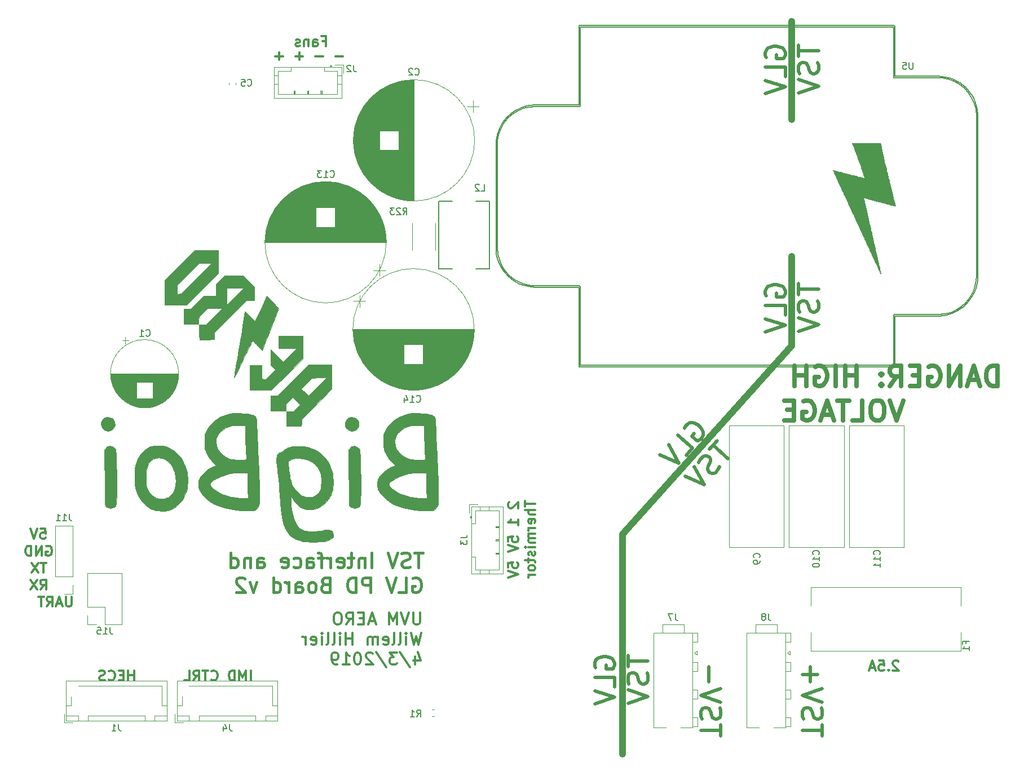
<source format=gbr>
G04 #@! TF.GenerationSoftware,KiCad,Pcbnew,(5.0.2)-1*
G04 #@! TF.CreationDate,2019-04-05T10:25:57-04:00*
G04 #@! TF.ProjectId,interface-board,696e7465-7266-4616-9365-2d626f617264,rev?*
G04 #@! TF.SameCoordinates,Original*
G04 #@! TF.FileFunction,Legend,Bot*
G04 #@! TF.FilePolarity,Positive*
%FSLAX46Y46*%
G04 Gerber Fmt 4.6, Leading zero omitted, Abs format (unit mm)*
G04 Created by KiCad (PCBNEW (5.0.2)-1) date 4/5/2019 10:25:57 AM*
%MOMM*%
%LPD*%
G01*
G04 APERTURE LIST*
%ADD10C,0.700000*%
%ADD11C,0.300000*%
%ADD12C,0.400000*%
%ADD13C,0.500000*%
%ADD14C,1.000000*%
%ADD15C,0.120000*%
%ADD16C,0.200000*%
%ADD17C,0.010000*%
%ADD18C,0.150000*%
G04 APERTURE END LIST*
D10*
X213334285Y-93753142D02*
X213334285Y-90753142D01*
X212620000Y-90753142D01*
X212191428Y-90896000D01*
X211905714Y-91181714D01*
X211762857Y-91467428D01*
X211620000Y-92038857D01*
X211620000Y-92467428D01*
X211762857Y-93038857D01*
X211905714Y-93324571D01*
X212191428Y-93610285D01*
X212620000Y-93753142D01*
X213334285Y-93753142D01*
X210477142Y-92896000D02*
X209048571Y-92896000D01*
X210762857Y-93753142D02*
X209762857Y-90753142D01*
X208762857Y-93753142D01*
X207762857Y-93753142D02*
X207762857Y-90753142D01*
X206048571Y-93753142D01*
X206048571Y-90753142D01*
X203048571Y-90896000D02*
X203334285Y-90753142D01*
X203762857Y-90753142D01*
X204191428Y-90896000D01*
X204477142Y-91181714D01*
X204620000Y-91467428D01*
X204762857Y-92038857D01*
X204762857Y-92467428D01*
X204620000Y-93038857D01*
X204477142Y-93324571D01*
X204191428Y-93610285D01*
X203762857Y-93753142D01*
X203477142Y-93753142D01*
X203048571Y-93610285D01*
X202905714Y-93467428D01*
X202905714Y-92467428D01*
X203477142Y-92467428D01*
X201620000Y-92181714D02*
X200620000Y-92181714D01*
X200191428Y-93753142D02*
X201620000Y-93753142D01*
X201620000Y-90753142D01*
X200191428Y-90753142D01*
X197191428Y-93753142D02*
X198191428Y-92324571D01*
X198905714Y-93753142D02*
X198905714Y-90753142D01*
X197762857Y-90753142D01*
X197477142Y-90896000D01*
X197334285Y-91038857D01*
X197191428Y-91324571D01*
X197191428Y-91753142D01*
X197334285Y-92038857D01*
X197477142Y-92181714D01*
X197762857Y-92324571D01*
X198905714Y-92324571D01*
X195905714Y-93467428D02*
X195762857Y-93610285D01*
X195905714Y-93753142D01*
X196048571Y-93610285D01*
X195905714Y-93467428D01*
X195905714Y-93753142D01*
X195905714Y-91896000D02*
X195762857Y-92038857D01*
X195905714Y-92181714D01*
X196048571Y-92038857D01*
X195905714Y-91896000D01*
X195905714Y-92181714D01*
X192191428Y-93753142D02*
X192191428Y-90753142D01*
X192191428Y-92181714D02*
X190477142Y-92181714D01*
X190477142Y-93753142D02*
X190477142Y-90753142D01*
X189048571Y-93753142D02*
X189048571Y-90753142D01*
X186048571Y-90896000D02*
X186334285Y-90753142D01*
X186762857Y-90753142D01*
X187191428Y-90896000D01*
X187477142Y-91181714D01*
X187620000Y-91467428D01*
X187762857Y-92038857D01*
X187762857Y-92467428D01*
X187620000Y-93038857D01*
X187477142Y-93324571D01*
X187191428Y-93610285D01*
X186762857Y-93753142D01*
X186477142Y-93753142D01*
X186048571Y-93610285D01*
X185905714Y-93467428D01*
X185905714Y-92467428D01*
X186477142Y-92467428D01*
X184620000Y-93753142D02*
X184620000Y-90753142D01*
X184620000Y-92181714D02*
X182905714Y-92181714D01*
X182905714Y-93753142D02*
X182905714Y-90753142D01*
X199191428Y-95953142D02*
X198191428Y-98953142D01*
X197191428Y-95953142D01*
X195620000Y-95953142D02*
X195048571Y-95953142D01*
X194762857Y-96096000D01*
X194477142Y-96381714D01*
X194334285Y-96953142D01*
X194334285Y-97953142D01*
X194477142Y-98524571D01*
X194762857Y-98810285D01*
X195048571Y-98953142D01*
X195620000Y-98953142D01*
X195905714Y-98810285D01*
X196191428Y-98524571D01*
X196334285Y-97953142D01*
X196334285Y-96953142D01*
X196191428Y-96381714D01*
X195905714Y-96096000D01*
X195620000Y-95953142D01*
X191620000Y-98953142D02*
X193048571Y-98953142D01*
X193048571Y-95953142D01*
X191048571Y-95953142D02*
X189334285Y-95953142D01*
X190191428Y-98953142D02*
X190191428Y-95953142D01*
X188477142Y-98096000D02*
X187048571Y-98096000D01*
X188762857Y-98953142D02*
X187762857Y-95953142D01*
X186762857Y-98953142D01*
X184191428Y-96096000D02*
X184477142Y-95953142D01*
X184905714Y-95953142D01*
X185334285Y-96096000D01*
X185620000Y-96381714D01*
X185762857Y-96667428D01*
X185905714Y-97238857D01*
X185905714Y-97667428D01*
X185762857Y-98238857D01*
X185620000Y-98524571D01*
X185334285Y-98810285D01*
X184905714Y-98953142D01*
X184620000Y-98953142D01*
X184191428Y-98810285D01*
X184048571Y-98667428D01*
X184048571Y-97667428D01*
X184620000Y-97667428D01*
X182762857Y-97381714D02*
X181762857Y-97381714D01*
X181334285Y-98953142D02*
X182762857Y-98953142D01*
X182762857Y-95953142D01*
X181334285Y-95953142D01*
D11*
X74323857Y-125424571D02*
X74323857Y-126638857D01*
X74252428Y-126781714D01*
X74181000Y-126853142D01*
X74038142Y-126924571D01*
X73752428Y-126924571D01*
X73609571Y-126853142D01*
X73538142Y-126781714D01*
X73466714Y-126638857D01*
X73466714Y-125424571D01*
X72823857Y-126496000D02*
X72109571Y-126496000D01*
X72966714Y-126924571D02*
X72466714Y-125424571D01*
X71966714Y-126924571D01*
X70609571Y-126924571D02*
X71109571Y-126210285D01*
X71466714Y-126924571D02*
X71466714Y-125424571D01*
X70895285Y-125424571D01*
X70752428Y-125496000D01*
X70681000Y-125567428D01*
X70609571Y-125710285D01*
X70609571Y-125924571D01*
X70681000Y-126067428D01*
X70752428Y-126138857D01*
X70895285Y-126210285D01*
X71466714Y-126210285D01*
X70181000Y-125424571D02*
X69323857Y-125424571D01*
X69752428Y-126924571D02*
X69752428Y-125424571D01*
X69676714Y-115249571D02*
X70391000Y-115249571D01*
X70462428Y-115963857D01*
X70391000Y-115892428D01*
X70248142Y-115821000D01*
X69891000Y-115821000D01*
X69748142Y-115892428D01*
X69676714Y-115963857D01*
X69605285Y-116106714D01*
X69605285Y-116463857D01*
X69676714Y-116606714D01*
X69748142Y-116678142D01*
X69891000Y-116749571D01*
X70248142Y-116749571D01*
X70391000Y-116678142D01*
X70462428Y-116606714D01*
X69176714Y-115249571D02*
X68676714Y-116749571D01*
X68176714Y-115249571D01*
X70533857Y-117871000D02*
X70676714Y-117799571D01*
X70891000Y-117799571D01*
X71105285Y-117871000D01*
X71248142Y-118013857D01*
X71319571Y-118156714D01*
X71391000Y-118442428D01*
X71391000Y-118656714D01*
X71319571Y-118942428D01*
X71248142Y-119085285D01*
X71105285Y-119228142D01*
X70891000Y-119299571D01*
X70748142Y-119299571D01*
X70533857Y-119228142D01*
X70462428Y-119156714D01*
X70462428Y-118656714D01*
X70748142Y-118656714D01*
X69819571Y-119299571D02*
X69819571Y-117799571D01*
X68962428Y-119299571D01*
X68962428Y-117799571D01*
X68248142Y-119299571D02*
X68248142Y-117799571D01*
X67891000Y-117799571D01*
X67676714Y-117871000D01*
X67533857Y-118013857D01*
X67462428Y-118156714D01*
X67391000Y-118442428D01*
X67391000Y-118656714D01*
X67462428Y-118942428D01*
X67533857Y-119085285D01*
X67676714Y-119228142D01*
X67891000Y-119299571D01*
X68248142Y-119299571D01*
X70533857Y-120349571D02*
X69676714Y-120349571D01*
X70105285Y-121849571D02*
X70105285Y-120349571D01*
X69319571Y-120349571D02*
X68319571Y-121849571D01*
X68319571Y-120349571D02*
X69319571Y-121849571D01*
X69641000Y-124399571D02*
X70141000Y-123685285D01*
X70498142Y-124399571D02*
X70498142Y-122899571D01*
X69926714Y-122899571D01*
X69783857Y-122971000D01*
X69712428Y-123042428D01*
X69641000Y-123185285D01*
X69641000Y-123399571D01*
X69712428Y-123542428D01*
X69783857Y-123613857D01*
X69926714Y-123685285D01*
X70498142Y-123685285D01*
X69141000Y-122899571D02*
X68141000Y-124399571D01*
X68141000Y-122899571D02*
X69141000Y-124399571D01*
X115079119Y-44241548D02*
X113936262Y-44241548D01*
X112079119Y-44241548D02*
X110936262Y-44241548D01*
X109079119Y-44241548D02*
X107936262Y-44241548D01*
X108507691Y-43670119D02*
X108507691Y-44812976D01*
X106079119Y-44241548D02*
X104936262Y-44241548D01*
X105507691Y-43670119D02*
X105507691Y-44812976D01*
D12*
X127038476Y-118865238D02*
X125781333Y-118865238D01*
X126409904Y-121065238D02*
X126409904Y-118865238D01*
X125152761Y-120960476D02*
X124838476Y-121065238D01*
X124314666Y-121065238D01*
X124105142Y-120960476D01*
X124000380Y-120855714D01*
X123895619Y-120646190D01*
X123895619Y-120436666D01*
X124000380Y-120227142D01*
X124105142Y-120122380D01*
X124314666Y-120017619D01*
X124733714Y-119912857D01*
X124943238Y-119808095D01*
X125048000Y-119703333D01*
X125152761Y-119493809D01*
X125152761Y-119284285D01*
X125048000Y-119074761D01*
X124943238Y-118970000D01*
X124733714Y-118865238D01*
X124209904Y-118865238D01*
X123895619Y-118970000D01*
X123267047Y-118865238D02*
X122533714Y-121065238D01*
X121800380Y-118865238D01*
X119390857Y-121065238D02*
X119390857Y-118865238D01*
X118343238Y-119598571D02*
X118343238Y-121065238D01*
X118343238Y-119808095D02*
X118238476Y-119703333D01*
X118028952Y-119598571D01*
X117714666Y-119598571D01*
X117505142Y-119703333D01*
X117400380Y-119912857D01*
X117400380Y-121065238D01*
X116667047Y-119598571D02*
X115828952Y-119598571D01*
X116352761Y-118865238D02*
X116352761Y-120750952D01*
X116248000Y-120960476D01*
X116038476Y-121065238D01*
X115828952Y-121065238D01*
X114257523Y-120960476D02*
X114467047Y-121065238D01*
X114886095Y-121065238D01*
X115095619Y-120960476D01*
X115200380Y-120750952D01*
X115200380Y-119912857D01*
X115095619Y-119703333D01*
X114886095Y-119598571D01*
X114467047Y-119598571D01*
X114257523Y-119703333D01*
X114152761Y-119912857D01*
X114152761Y-120122380D01*
X115200380Y-120331904D01*
X113209904Y-121065238D02*
X113209904Y-119598571D01*
X113209904Y-120017619D02*
X113105142Y-119808095D01*
X113000380Y-119703333D01*
X112790857Y-119598571D01*
X112581333Y-119598571D01*
X112162285Y-119598571D02*
X111324190Y-119598571D01*
X111847999Y-121065238D02*
X111847999Y-119179523D01*
X111743238Y-118970000D01*
X111533714Y-118865238D01*
X111324190Y-118865238D01*
X109648000Y-121065238D02*
X109648000Y-119912857D01*
X109752761Y-119703333D01*
X109962285Y-119598571D01*
X110381333Y-119598571D01*
X110590857Y-119703333D01*
X109648000Y-120960476D02*
X109857523Y-121065238D01*
X110381333Y-121065238D01*
X110590857Y-120960476D01*
X110695619Y-120750952D01*
X110695619Y-120541428D01*
X110590857Y-120331904D01*
X110381333Y-120227142D01*
X109857523Y-120227142D01*
X109648000Y-120122380D01*
X107657523Y-120960476D02*
X107867047Y-121065238D01*
X108286095Y-121065238D01*
X108495619Y-120960476D01*
X108600380Y-120855714D01*
X108705142Y-120646190D01*
X108705142Y-120017619D01*
X108600380Y-119808095D01*
X108495619Y-119703333D01*
X108286095Y-119598571D01*
X107867047Y-119598571D01*
X107657523Y-119703333D01*
X105876571Y-120960476D02*
X106086095Y-121065238D01*
X106505142Y-121065238D01*
X106714666Y-120960476D01*
X106819428Y-120750952D01*
X106819428Y-119912857D01*
X106714666Y-119703333D01*
X106505142Y-119598571D01*
X106086095Y-119598571D01*
X105876571Y-119703333D01*
X105771809Y-119912857D01*
X105771809Y-120122380D01*
X106819428Y-120331904D01*
X102209904Y-121065238D02*
X102209904Y-119912857D01*
X102314666Y-119703333D01*
X102524190Y-119598571D01*
X102943238Y-119598571D01*
X103152761Y-119703333D01*
X102209904Y-120960476D02*
X102419428Y-121065238D01*
X102943238Y-121065238D01*
X103152761Y-120960476D01*
X103257523Y-120750952D01*
X103257523Y-120541428D01*
X103152761Y-120331904D01*
X102943238Y-120227142D01*
X102419428Y-120227142D01*
X102209904Y-120122380D01*
X101162285Y-119598571D02*
X101162285Y-121065238D01*
X101162285Y-119808095D02*
X101057523Y-119703333D01*
X100848000Y-119598571D01*
X100533714Y-119598571D01*
X100324190Y-119703333D01*
X100219428Y-119912857D01*
X100219428Y-121065238D01*
X98228952Y-121065238D02*
X98228952Y-118865238D01*
X98228952Y-120960476D02*
X98438476Y-121065238D01*
X98857523Y-121065238D01*
X99067047Y-120960476D01*
X99171809Y-120855714D01*
X99276571Y-120646190D01*
X99276571Y-120017619D01*
X99171809Y-119808095D01*
X99067047Y-119703333D01*
X98857523Y-119598571D01*
X98438476Y-119598571D01*
X98228952Y-119703333D01*
X125571809Y-122670000D02*
X125781333Y-122565238D01*
X126095619Y-122565238D01*
X126409904Y-122670000D01*
X126619428Y-122879523D01*
X126724190Y-123089047D01*
X126828952Y-123508095D01*
X126828952Y-123822380D01*
X126724190Y-124241428D01*
X126619428Y-124450952D01*
X126409904Y-124660476D01*
X126095619Y-124765238D01*
X125886095Y-124765238D01*
X125571809Y-124660476D01*
X125467047Y-124555714D01*
X125467047Y-123822380D01*
X125886095Y-123822380D01*
X123476571Y-124765238D02*
X124524190Y-124765238D01*
X124524190Y-122565238D01*
X123057523Y-122565238D02*
X122324190Y-124765238D01*
X121590857Y-122565238D01*
X119181333Y-124765238D02*
X119181333Y-122565238D01*
X118343238Y-122565238D01*
X118133714Y-122670000D01*
X118028952Y-122774761D01*
X117924190Y-122984285D01*
X117924190Y-123298571D01*
X118028952Y-123508095D01*
X118133714Y-123612857D01*
X118343238Y-123717619D01*
X119181333Y-123717619D01*
X116981333Y-124765238D02*
X116981333Y-122565238D01*
X116457523Y-122565238D01*
X116143238Y-122670000D01*
X115933714Y-122879523D01*
X115828952Y-123089047D01*
X115724190Y-123508095D01*
X115724190Y-123822380D01*
X115828952Y-124241428D01*
X115933714Y-124450952D01*
X116143238Y-124660476D01*
X116457523Y-124765238D01*
X116981333Y-124765238D01*
X112371809Y-123612857D02*
X112057523Y-123717619D01*
X111952761Y-123822380D01*
X111848000Y-124031904D01*
X111848000Y-124346190D01*
X111952761Y-124555714D01*
X112057523Y-124660476D01*
X112267047Y-124765238D01*
X113105142Y-124765238D01*
X113105142Y-122565238D01*
X112371809Y-122565238D01*
X112162285Y-122670000D01*
X112057523Y-122774761D01*
X111952761Y-122984285D01*
X111952761Y-123193809D01*
X112057523Y-123403333D01*
X112162285Y-123508095D01*
X112371809Y-123612857D01*
X113105142Y-123612857D01*
X110590857Y-124765238D02*
X110800380Y-124660476D01*
X110905142Y-124555714D01*
X111009904Y-124346190D01*
X111009904Y-123717619D01*
X110905142Y-123508095D01*
X110800380Y-123403333D01*
X110590857Y-123298571D01*
X110276571Y-123298571D01*
X110067047Y-123403333D01*
X109962285Y-123508095D01*
X109857523Y-123717619D01*
X109857523Y-124346190D01*
X109962285Y-124555714D01*
X110067047Y-124660476D01*
X110276571Y-124765238D01*
X110590857Y-124765238D01*
X107971809Y-124765238D02*
X107971809Y-123612857D01*
X108076571Y-123403333D01*
X108286095Y-123298571D01*
X108705142Y-123298571D01*
X108914666Y-123403333D01*
X107971809Y-124660476D02*
X108181333Y-124765238D01*
X108705142Y-124765238D01*
X108914666Y-124660476D01*
X109019428Y-124450952D01*
X109019428Y-124241428D01*
X108914666Y-124031904D01*
X108705142Y-123927142D01*
X108181333Y-123927142D01*
X107971809Y-123822380D01*
X106924190Y-124765238D02*
X106924190Y-123298571D01*
X106924190Y-123717619D02*
X106819428Y-123508095D01*
X106714666Y-123403333D01*
X106505142Y-123298571D01*
X106295619Y-123298571D01*
X104619428Y-124765238D02*
X104619428Y-122565238D01*
X104619428Y-124660476D02*
X104828952Y-124765238D01*
X105248000Y-124765238D01*
X105457523Y-124660476D01*
X105562285Y-124555714D01*
X105667047Y-124346190D01*
X105667047Y-123717619D01*
X105562285Y-123508095D01*
X105457523Y-123403333D01*
X105248000Y-123298571D01*
X104828952Y-123298571D01*
X104619428Y-123403333D01*
X102105142Y-123298571D02*
X101581333Y-124765238D01*
X101057523Y-123298571D01*
X100324190Y-122774761D02*
X100219428Y-122670000D01*
X100009904Y-122565238D01*
X99486095Y-122565238D01*
X99276571Y-122670000D01*
X99171809Y-122774761D01*
X99067047Y-122984285D01*
X99067047Y-123193809D01*
X99171809Y-123508095D01*
X100428952Y-124765238D01*
X99067047Y-124765238D01*
D11*
X198484857Y-135211428D02*
X198413428Y-135140000D01*
X198270571Y-135068571D01*
X197913428Y-135068571D01*
X197770571Y-135140000D01*
X197699142Y-135211428D01*
X197627714Y-135354285D01*
X197627714Y-135497142D01*
X197699142Y-135711428D01*
X198556285Y-136568571D01*
X197627714Y-136568571D01*
X196984857Y-136425714D02*
X196913428Y-136497142D01*
X196984857Y-136568571D01*
X197056285Y-136497142D01*
X196984857Y-136425714D01*
X196984857Y-136568571D01*
X195556285Y-135068571D02*
X196270571Y-135068571D01*
X196342000Y-135782857D01*
X196270571Y-135711428D01*
X196127714Y-135640000D01*
X195770571Y-135640000D01*
X195627714Y-135711428D01*
X195556285Y-135782857D01*
X195484857Y-135925714D01*
X195484857Y-136282857D01*
X195556285Y-136425714D01*
X195627714Y-136497142D01*
X195770571Y-136568571D01*
X196127714Y-136568571D01*
X196270571Y-136497142D01*
X196342000Y-136425714D01*
X194913428Y-136140000D02*
X194199142Y-136140000D01*
X195056285Y-136568571D02*
X194556285Y-135068571D01*
X194056285Y-136568571D01*
D13*
X171822857Y-146398571D02*
X171822857Y-144684285D01*
X168822857Y-145541428D02*
X171822857Y-145541428D01*
X168965714Y-143827142D02*
X168822857Y-143398571D01*
X168822857Y-142684285D01*
X168965714Y-142398571D01*
X169108571Y-142255714D01*
X169394285Y-142112857D01*
X169680000Y-142112857D01*
X169965714Y-142255714D01*
X170108571Y-142398571D01*
X170251428Y-142684285D01*
X170394285Y-143255714D01*
X170537142Y-143541428D01*
X170680000Y-143684285D01*
X170965714Y-143827142D01*
X171251428Y-143827142D01*
X171537142Y-143684285D01*
X171680000Y-143541428D01*
X171822857Y-143255714D01*
X171822857Y-142541428D01*
X171680000Y-142112857D01*
X171822857Y-141255714D02*
X168822857Y-140255714D01*
X171822857Y-139255714D01*
X169965714Y-138255714D02*
X169965714Y-135970000D01*
X187062857Y-146398571D02*
X187062857Y-144684285D01*
X184062857Y-145541428D02*
X187062857Y-145541428D01*
X184205714Y-143827142D02*
X184062857Y-143398571D01*
X184062857Y-142684285D01*
X184205714Y-142398571D01*
X184348571Y-142255714D01*
X184634285Y-142112857D01*
X184920000Y-142112857D01*
X185205714Y-142255714D01*
X185348571Y-142398571D01*
X185491428Y-142684285D01*
X185634285Y-143255714D01*
X185777142Y-143541428D01*
X185920000Y-143684285D01*
X186205714Y-143827142D01*
X186491428Y-143827142D01*
X186777142Y-143684285D01*
X186920000Y-143541428D01*
X187062857Y-143255714D01*
X187062857Y-142541428D01*
X186920000Y-142112857D01*
X187062857Y-141255714D02*
X184062857Y-140255714D01*
X187062857Y-139255714D01*
X185205714Y-138255714D02*
X185205714Y-135970000D01*
X184062857Y-137112857D02*
X186348571Y-137112857D01*
D14*
X182469000Y-53780000D02*
X182469000Y-39048000D01*
D11*
X126630428Y-127840285D02*
X126630428Y-129297428D01*
X126544714Y-129468857D01*
X126459000Y-129554571D01*
X126287571Y-129640285D01*
X125944714Y-129640285D01*
X125773285Y-129554571D01*
X125687571Y-129468857D01*
X125601857Y-129297428D01*
X125601857Y-127840285D01*
X125001857Y-127840285D02*
X124401857Y-129640285D01*
X123801857Y-127840285D01*
X123201857Y-129640285D02*
X123201857Y-127840285D01*
X122601857Y-129126000D01*
X122001857Y-127840285D01*
X122001857Y-129640285D01*
X119859000Y-129126000D02*
X119001857Y-129126000D01*
X120030428Y-129640285D02*
X119430428Y-127840285D01*
X118830428Y-129640285D01*
X118230428Y-128697428D02*
X117630428Y-128697428D01*
X117373285Y-129640285D02*
X118230428Y-129640285D01*
X118230428Y-127840285D01*
X117373285Y-127840285D01*
X115573285Y-129640285D02*
X116173285Y-128783142D01*
X116601857Y-129640285D02*
X116601857Y-127840285D01*
X115916142Y-127840285D01*
X115744714Y-127926000D01*
X115659000Y-128011714D01*
X115573285Y-128183142D01*
X115573285Y-128440285D01*
X115659000Y-128611714D01*
X115744714Y-128697428D01*
X115916142Y-128783142D01*
X116601857Y-128783142D01*
X114459000Y-127840285D02*
X114116142Y-127840285D01*
X113944714Y-127926000D01*
X113773285Y-128097428D01*
X113687571Y-128440285D01*
X113687571Y-129040285D01*
X113773285Y-129383142D01*
X113944714Y-129554571D01*
X114116142Y-129640285D01*
X114459000Y-129640285D01*
X114630428Y-129554571D01*
X114801857Y-129383142D01*
X114887571Y-129040285D01*
X114887571Y-128440285D01*
X114801857Y-128097428D01*
X114630428Y-127926000D01*
X114459000Y-127840285D01*
X126801857Y-130840285D02*
X126373285Y-132640285D01*
X126030428Y-131354571D01*
X125687571Y-132640285D01*
X125259000Y-130840285D01*
X124573285Y-132640285D02*
X124573285Y-131440285D01*
X124573285Y-130840285D02*
X124659000Y-130926000D01*
X124573285Y-131011714D01*
X124487571Y-130926000D01*
X124573285Y-130840285D01*
X124573285Y-131011714D01*
X123459000Y-132640285D02*
X123630428Y-132554571D01*
X123716142Y-132383142D01*
X123716142Y-130840285D01*
X122516142Y-132640285D02*
X122687571Y-132554571D01*
X122773285Y-132383142D01*
X122773285Y-130840285D01*
X121144714Y-132554571D02*
X121316142Y-132640285D01*
X121659000Y-132640285D01*
X121830428Y-132554571D01*
X121916142Y-132383142D01*
X121916142Y-131697428D01*
X121830428Y-131526000D01*
X121659000Y-131440285D01*
X121316142Y-131440285D01*
X121144714Y-131526000D01*
X121059000Y-131697428D01*
X121059000Y-131868857D01*
X121916142Y-132040285D01*
X120287571Y-132640285D02*
X120287571Y-131440285D01*
X120287571Y-131611714D02*
X120201857Y-131526000D01*
X120030428Y-131440285D01*
X119773285Y-131440285D01*
X119601857Y-131526000D01*
X119516142Y-131697428D01*
X119516142Y-132640285D01*
X119516142Y-131697428D02*
X119430428Y-131526000D01*
X119259000Y-131440285D01*
X119001857Y-131440285D01*
X118830428Y-131526000D01*
X118744714Y-131697428D01*
X118744714Y-132640285D01*
X116516142Y-132640285D02*
X116516142Y-130840285D01*
X116516142Y-131697428D02*
X115487571Y-131697428D01*
X115487571Y-132640285D02*
X115487571Y-130840285D01*
X114630428Y-132640285D02*
X114630428Y-131440285D01*
X114630428Y-130840285D02*
X114716142Y-130926000D01*
X114630428Y-131011714D01*
X114544714Y-130926000D01*
X114630428Y-130840285D01*
X114630428Y-131011714D01*
X113516142Y-132640285D02*
X113687571Y-132554571D01*
X113773285Y-132383142D01*
X113773285Y-130840285D01*
X112573285Y-132640285D02*
X112744714Y-132554571D01*
X112830428Y-132383142D01*
X112830428Y-130840285D01*
X111887571Y-132640285D02*
X111887571Y-131440285D01*
X111887571Y-130840285D02*
X111973285Y-130926000D01*
X111887571Y-131011714D01*
X111801857Y-130926000D01*
X111887571Y-130840285D01*
X111887571Y-131011714D01*
X110344714Y-132554571D02*
X110516142Y-132640285D01*
X110859000Y-132640285D01*
X111030428Y-132554571D01*
X111116142Y-132383142D01*
X111116142Y-131697428D01*
X111030428Y-131526000D01*
X110859000Y-131440285D01*
X110516142Y-131440285D01*
X110344714Y-131526000D01*
X110259000Y-131697428D01*
X110259000Y-131868857D01*
X111116142Y-132040285D01*
X109487571Y-132640285D02*
X109487571Y-131440285D01*
X109487571Y-131783142D02*
X109401857Y-131611714D01*
X109316142Y-131526000D01*
X109144714Y-131440285D01*
X108973285Y-131440285D01*
X125859000Y-134440285D02*
X125859000Y-135640285D01*
X126287571Y-133754571D02*
X126716142Y-135040285D01*
X125601857Y-135040285D01*
X123630428Y-133754571D02*
X125173285Y-136068857D01*
X123201857Y-133840285D02*
X122087571Y-133840285D01*
X122687571Y-134526000D01*
X122430428Y-134526000D01*
X122259000Y-134611714D01*
X122173285Y-134697428D01*
X122087571Y-134868857D01*
X122087571Y-135297428D01*
X122173285Y-135468857D01*
X122259000Y-135554571D01*
X122430428Y-135640285D01*
X122944714Y-135640285D01*
X123116142Y-135554571D01*
X123201857Y-135468857D01*
X120030428Y-133754571D02*
X121573285Y-136068857D01*
X119516142Y-134011714D02*
X119430428Y-133926000D01*
X119259000Y-133840285D01*
X118830428Y-133840285D01*
X118659000Y-133926000D01*
X118573285Y-134011714D01*
X118487571Y-134183142D01*
X118487571Y-134354571D01*
X118573285Y-134611714D01*
X119601857Y-135640285D01*
X118487571Y-135640285D01*
X117373285Y-133840285D02*
X117201857Y-133840285D01*
X117030428Y-133926000D01*
X116944714Y-134011714D01*
X116859000Y-134183142D01*
X116773285Y-134526000D01*
X116773285Y-134954571D01*
X116859000Y-135297428D01*
X116944714Y-135468857D01*
X117030428Y-135554571D01*
X117201857Y-135640285D01*
X117373285Y-135640285D01*
X117544714Y-135554571D01*
X117630428Y-135468857D01*
X117716142Y-135297428D01*
X117801857Y-134954571D01*
X117801857Y-134526000D01*
X117716142Y-134183142D01*
X117630428Y-134011714D01*
X117544714Y-133926000D01*
X117373285Y-133840285D01*
X115059000Y-135640285D02*
X116087571Y-135640285D01*
X115573285Y-135640285D02*
X115573285Y-133840285D01*
X115744714Y-134097428D01*
X115916142Y-134268857D01*
X116087571Y-134354571D01*
X114201857Y-135640285D02*
X113859000Y-135640285D01*
X113687571Y-135554571D01*
X113601857Y-135468857D01*
X113430428Y-135211714D01*
X113344714Y-134868857D01*
X113344714Y-134183142D01*
X113430428Y-134011714D01*
X113516142Y-133926000D01*
X113687571Y-133840285D01*
X114030428Y-133840285D01*
X114201857Y-133926000D01*
X114287571Y-134011714D01*
X114373285Y-134183142D01*
X114373285Y-134611714D01*
X114287571Y-134783142D01*
X114201857Y-134868857D01*
X114030428Y-134954571D01*
X113687571Y-134954571D01*
X113516142Y-134868857D01*
X113430428Y-134783142D01*
X113344714Y-134611714D01*
D13*
X166389501Y-100174514D02*
X166474518Y-99866597D01*
X166761288Y-99548106D01*
X167154222Y-99325206D01*
X167557729Y-99304059D01*
X167865646Y-99389075D01*
X168385891Y-99665272D01*
X168704381Y-99952042D01*
X169033445Y-100440566D01*
X169150182Y-100737910D01*
X169171329Y-101141417D01*
X168990723Y-101555498D01*
X168799542Y-101767825D01*
X168406609Y-101990726D01*
X168204855Y-102001299D01*
X167461710Y-101332169D01*
X167844071Y-100907514D01*
X166600970Y-104209587D02*
X167556871Y-103147951D01*
X165327437Y-101140559D01*
X163989176Y-102626849D02*
X165549480Y-105377386D01*
X162650914Y-104113139D01*
X171241733Y-102044451D02*
X170094652Y-103318413D01*
X172897627Y-104688824D02*
X170668192Y-102681432D01*
X171644382Y-105867196D02*
X171463776Y-106281277D01*
X170985825Y-106812095D01*
X170688481Y-106928832D01*
X170486728Y-106939405D01*
X170178811Y-106854389D01*
X169966483Y-106663209D01*
X169849746Y-106365865D01*
X169839173Y-106164111D01*
X169924190Y-105856194D01*
X170200386Y-105335950D01*
X170285403Y-105028033D01*
X170274830Y-104826279D01*
X170158093Y-104528935D01*
X169945766Y-104337755D01*
X169637848Y-104252738D01*
X169436095Y-104263312D01*
X169138751Y-104380049D01*
X168660801Y-104910867D01*
X168480194Y-105324947D01*
X167800490Y-105866339D02*
X169360794Y-108616875D01*
X166462229Y-107352628D01*
X178626000Y-44445714D02*
X178483142Y-44160000D01*
X178483142Y-43731428D01*
X178626000Y-43302857D01*
X178911714Y-43017142D01*
X179197428Y-42874285D01*
X179768857Y-42731428D01*
X180197428Y-42731428D01*
X180768857Y-42874285D01*
X181054571Y-43017142D01*
X181340285Y-43302857D01*
X181483142Y-43731428D01*
X181483142Y-44017142D01*
X181340285Y-44445714D01*
X181197428Y-44588571D01*
X180197428Y-44588571D01*
X180197428Y-44017142D01*
X181483142Y-47302857D02*
X181483142Y-45874285D01*
X178483142Y-45874285D01*
X178483142Y-47874285D02*
X181483142Y-48874285D01*
X178483142Y-49874285D01*
X183483142Y-42588571D02*
X183483142Y-44302857D01*
X186483142Y-43445714D02*
X183483142Y-43445714D01*
X186340285Y-45160000D02*
X186483142Y-45588571D01*
X186483142Y-46302857D01*
X186340285Y-46588571D01*
X186197428Y-46731428D01*
X185911714Y-46874285D01*
X185626000Y-46874285D01*
X185340285Y-46731428D01*
X185197428Y-46588571D01*
X185054571Y-46302857D01*
X184911714Y-45731428D01*
X184768857Y-45445714D01*
X184626000Y-45302857D01*
X184340285Y-45160000D01*
X184054571Y-45160000D01*
X183768857Y-45302857D01*
X183626000Y-45445714D01*
X183483142Y-45731428D01*
X183483142Y-46445714D01*
X183626000Y-46874285D01*
X183483142Y-47731428D02*
X186483142Y-48731428D01*
X183483142Y-49731428D01*
X178626000Y-80259714D02*
X178483142Y-79974000D01*
X178483142Y-79545428D01*
X178626000Y-79116857D01*
X178911714Y-78831142D01*
X179197428Y-78688285D01*
X179768857Y-78545428D01*
X180197428Y-78545428D01*
X180768857Y-78688285D01*
X181054571Y-78831142D01*
X181340285Y-79116857D01*
X181483142Y-79545428D01*
X181483142Y-79831142D01*
X181340285Y-80259714D01*
X181197428Y-80402571D01*
X180197428Y-80402571D01*
X180197428Y-79831142D01*
X181483142Y-83116857D02*
X181483142Y-81688285D01*
X178483142Y-81688285D01*
X178483142Y-83688285D02*
X181483142Y-84688285D01*
X178483142Y-85688285D01*
X183483142Y-78402571D02*
X183483142Y-80116857D01*
X186483142Y-79259714D02*
X183483142Y-79259714D01*
X186340285Y-80974000D02*
X186483142Y-81402571D01*
X186483142Y-82116857D01*
X186340285Y-82402571D01*
X186197428Y-82545428D01*
X185911714Y-82688285D01*
X185626000Y-82688285D01*
X185340285Y-82545428D01*
X185197428Y-82402571D01*
X185054571Y-82116857D01*
X184911714Y-81545428D01*
X184768857Y-81259714D01*
X184626000Y-81116857D01*
X184340285Y-80974000D01*
X184054571Y-80974000D01*
X183768857Y-81116857D01*
X183626000Y-81259714D01*
X183483142Y-81545428D01*
X183483142Y-82259714D01*
X183626000Y-82688285D01*
X183483142Y-83545428D02*
X186483142Y-84545428D01*
X183483142Y-85545428D01*
X153021000Y-136139714D02*
X152878142Y-135854000D01*
X152878142Y-135425428D01*
X153021000Y-134996857D01*
X153306714Y-134711142D01*
X153592428Y-134568285D01*
X154163857Y-134425428D01*
X154592428Y-134425428D01*
X155163857Y-134568285D01*
X155449571Y-134711142D01*
X155735285Y-134996857D01*
X155878142Y-135425428D01*
X155878142Y-135711142D01*
X155735285Y-136139714D01*
X155592428Y-136282571D01*
X154592428Y-136282571D01*
X154592428Y-135711142D01*
X155878142Y-138996857D02*
X155878142Y-137568285D01*
X152878142Y-137568285D01*
X152878142Y-139568285D02*
X155878142Y-140568285D01*
X152878142Y-141568285D01*
X157878142Y-134282571D02*
X157878142Y-135996857D01*
X160878142Y-135139714D02*
X157878142Y-135139714D01*
X160735285Y-136854000D02*
X160878142Y-137282571D01*
X160878142Y-137996857D01*
X160735285Y-138282571D01*
X160592428Y-138425428D01*
X160306714Y-138568285D01*
X160021000Y-138568285D01*
X159735285Y-138425428D01*
X159592428Y-138282571D01*
X159449571Y-137996857D01*
X159306714Y-137425428D01*
X159163857Y-137139714D01*
X159021000Y-136996857D01*
X158735285Y-136854000D01*
X158449571Y-136854000D01*
X158163857Y-136996857D01*
X158021000Y-137139714D01*
X157878142Y-137425428D01*
X157878142Y-138139714D01*
X158021000Y-138568285D01*
X157878142Y-139425428D02*
X160878142Y-140425428D01*
X157878142Y-141425428D01*
D14*
X182469000Y-87816000D02*
X182469000Y-74354000D01*
X157021000Y-116086000D02*
X182215000Y-88070000D01*
X157021000Y-149106000D02*
X157021000Y-116086000D01*
D11*
X112011691Y-41955548D02*
X112511691Y-41955548D01*
X112511691Y-42741262D02*
X112511691Y-41241262D01*
X111797405Y-41241262D01*
X110583119Y-42741262D02*
X110583119Y-41955548D01*
X110654548Y-41812691D01*
X110797405Y-41741262D01*
X111083119Y-41741262D01*
X111225976Y-41812691D01*
X110583119Y-42669833D02*
X110725976Y-42741262D01*
X111083119Y-42741262D01*
X111225976Y-42669833D01*
X111297405Y-42526976D01*
X111297405Y-42384119D01*
X111225976Y-42241262D01*
X111083119Y-42169833D01*
X110725976Y-42169833D01*
X110583119Y-42098405D01*
X109868833Y-41741262D02*
X109868833Y-42741262D01*
X109868833Y-41884119D02*
X109797405Y-41812691D01*
X109654548Y-41741262D01*
X109440262Y-41741262D01*
X109297405Y-41812691D01*
X109225976Y-41955548D01*
X109225976Y-42741262D01*
X108583119Y-42669833D02*
X108440262Y-42741262D01*
X108154548Y-42741262D01*
X108011691Y-42669833D01*
X107940262Y-42526976D01*
X107940262Y-42455548D01*
X108011691Y-42312691D01*
X108154548Y-42241262D01*
X108368833Y-42241262D01*
X108511691Y-42169833D01*
X108583119Y-42026976D01*
X108583119Y-41955548D01*
X108511691Y-41812691D01*
X108368833Y-41741262D01*
X108154548Y-41741262D01*
X108011691Y-41812691D01*
X140032428Y-111268571D02*
X139961000Y-111340000D01*
X139889571Y-111482857D01*
X139889571Y-111840000D01*
X139961000Y-111982857D01*
X140032428Y-112054285D01*
X140175285Y-112125714D01*
X140318142Y-112125714D01*
X140532428Y-112054285D01*
X141389571Y-111197142D01*
X141389571Y-112125714D01*
X141389571Y-114697142D02*
X141389571Y-113840000D01*
X141389571Y-114268571D02*
X139889571Y-114268571D01*
X140103857Y-114125714D01*
X140246714Y-113982857D01*
X140318142Y-113840000D01*
X139889571Y-117197142D02*
X139889571Y-116482857D01*
X140603857Y-116411428D01*
X140532428Y-116482857D01*
X140461000Y-116625714D01*
X140461000Y-116982857D01*
X140532428Y-117125714D01*
X140603857Y-117197142D01*
X140746714Y-117268571D01*
X141103857Y-117268571D01*
X141246714Y-117197142D01*
X141318142Y-117125714D01*
X141389571Y-116982857D01*
X141389571Y-116625714D01*
X141318142Y-116482857D01*
X141246714Y-116411428D01*
X139889571Y-117697142D02*
X141389571Y-118197142D01*
X139889571Y-118697142D01*
X139889571Y-121054285D02*
X139889571Y-120340000D01*
X140603857Y-120268571D01*
X140532428Y-120340000D01*
X140461000Y-120482857D01*
X140461000Y-120840000D01*
X140532428Y-120982857D01*
X140603857Y-121054285D01*
X140746714Y-121125714D01*
X141103857Y-121125714D01*
X141246714Y-121054285D01*
X141318142Y-120982857D01*
X141389571Y-120840000D01*
X141389571Y-120482857D01*
X141318142Y-120340000D01*
X141246714Y-120268571D01*
X139889571Y-121554285D02*
X141389571Y-122054285D01*
X139889571Y-122554285D01*
X142439571Y-111090000D02*
X142439571Y-111947142D01*
X143939571Y-111518571D02*
X142439571Y-111518571D01*
X143939571Y-112447142D02*
X142439571Y-112447142D01*
X143939571Y-113090000D02*
X143153857Y-113090000D01*
X143011000Y-113018571D01*
X142939571Y-112875714D01*
X142939571Y-112661428D01*
X143011000Y-112518571D01*
X143082428Y-112447142D01*
X143868142Y-114375714D02*
X143939571Y-114232857D01*
X143939571Y-113947142D01*
X143868142Y-113804285D01*
X143725285Y-113732857D01*
X143153857Y-113732857D01*
X143011000Y-113804285D01*
X142939571Y-113947142D01*
X142939571Y-114232857D01*
X143011000Y-114375714D01*
X143153857Y-114447142D01*
X143296714Y-114447142D01*
X143439571Y-113732857D01*
X143939571Y-115090000D02*
X142939571Y-115090000D01*
X143225285Y-115090000D02*
X143082428Y-115161428D01*
X143011000Y-115232857D01*
X142939571Y-115375714D01*
X142939571Y-115518571D01*
X143939571Y-116018571D02*
X142939571Y-116018571D01*
X143082428Y-116018571D02*
X143011000Y-116090000D01*
X142939571Y-116232857D01*
X142939571Y-116447142D01*
X143011000Y-116590000D01*
X143153857Y-116661428D01*
X143939571Y-116661428D01*
X143153857Y-116661428D02*
X143011000Y-116732857D01*
X142939571Y-116875714D01*
X142939571Y-117090000D01*
X143011000Y-117232857D01*
X143153857Y-117304285D01*
X143939571Y-117304285D01*
X143939571Y-118018571D02*
X142939571Y-118018571D01*
X142439571Y-118018571D02*
X142511000Y-117947142D01*
X142582428Y-118018571D01*
X142511000Y-118090000D01*
X142439571Y-118018571D01*
X142582428Y-118018571D01*
X143868142Y-118661428D02*
X143939571Y-118804285D01*
X143939571Y-119090000D01*
X143868142Y-119232857D01*
X143725285Y-119304285D01*
X143653857Y-119304285D01*
X143511000Y-119232857D01*
X143439571Y-119090000D01*
X143439571Y-118875714D01*
X143368142Y-118732857D01*
X143225285Y-118661428D01*
X143153857Y-118661428D01*
X143011000Y-118732857D01*
X142939571Y-118875714D01*
X142939571Y-119090000D01*
X143011000Y-119232857D01*
X142939571Y-119732857D02*
X142939571Y-120304285D01*
X142439571Y-119947142D02*
X143725285Y-119947142D01*
X143868142Y-120018571D01*
X143939571Y-120161428D01*
X143939571Y-120304285D01*
X143939571Y-121018571D02*
X143868142Y-120875714D01*
X143796714Y-120804285D01*
X143653857Y-120732857D01*
X143225285Y-120732857D01*
X143082428Y-120804285D01*
X143011000Y-120875714D01*
X142939571Y-121018571D01*
X142939571Y-121232857D01*
X143011000Y-121375714D01*
X143082428Y-121447142D01*
X143225285Y-121518571D01*
X143653857Y-121518571D01*
X143796714Y-121447142D01*
X143868142Y-121375714D01*
X143939571Y-121232857D01*
X143939571Y-121018571D01*
X143939571Y-122161428D02*
X142939571Y-122161428D01*
X143225285Y-122161428D02*
X143082428Y-122232857D01*
X143011000Y-122304285D01*
X142939571Y-122447142D01*
X142939571Y-122590000D01*
X101220142Y-138024571D02*
X101220142Y-136524571D01*
X100505857Y-138024571D02*
X100505857Y-136524571D01*
X100005857Y-137596000D01*
X99505857Y-136524571D01*
X99505857Y-138024571D01*
X98791571Y-138024571D02*
X98791571Y-136524571D01*
X98434428Y-136524571D01*
X98220142Y-136596000D01*
X98077285Y-136738857D01*
X98005857Y-136881714D01*
X97934428Y-137167428D01*
X97934428Y-137381714D01*
X98005857Y-137667428D01*
X98077285Y-137810285D01*
X98220142Y-137953142D01*
X98434428Y-138024571D01*
X98791571Y-138024571D01*
X95291571Y-137881714D02*
X95363000Y-137953142D01*
X95577285Y-138024571D01*
X95720142Y-138024571D01*
X95934428Y-137953142D01*
X96077285Y-137810285D01*
X96148714Y-137667428D01*
X96220142Y-137381714D01*
X96220142Y-137167428D01*
X96148714Y-136881714D01*
X96077285Y-136738857D01*
X95934428Y-136596000D01*
X95720142Y-136524571D01*
X95577285Y-136524571D01*
X95363000Y-136596000D01*
X95291571Y-136667428D01*
X94863000Y-136524571D02*
X94005857Y-136524571D01*
X94434428Y-138024571D02*
X94434428Y-136524571D01*
X92648714Y-138024571D02*
X93148714Y-137310285D01*
X93505857Y-138024571D02*
X93505857Y-136524571D01*
X92934428Y-136524571D01*
X92791571Y-136596000D01*
X92720142Y-136667428D01*
X92648714Y-136810285D01*
X92648714Y-137024571D01*
X92720142Y-137167428D01*
X92791571Y-137238857D01*
X92934428Y-137310285D01*
X93505857Y-137310285D01*
X91291571Y-138024571D02*
X92005857Y-138024571D01*
X92005857Y-136524571D01*
X83694428Y-138024571D02*
X83694428Y-136524571D01*
X83694428Y-137238857D02*
X82837285Y-137238857D01*
X82837285Y-138024571D02*
X82837285Y-136524571D01*
X82123000Y-137238857D02*
X81623000Y-137238857D01*
X81408714Y-138024571D02*
X82123000Y-138024571D01*
X82123000Y-136524571D01*
X81408714Y-136524571D01*
X79908714Y-137881714D02*
X79980142Y-137953142D01*
X80194428Y-138024571D01*
X80337285Y-138024571D01*
X80551571Y-137953142D01*
X80694428Y-137810285D01*
X80765857Y-137667428D01*
X80837285Y-137381714D01*
X80837285Y-137167428D01*
X80765857Y-136881714D01*
X80694428Y-136738857D01*
X80551571Y-136596000D01*
X80337285Y-136524571D01*
X80194428Y-136524571D01*
X79980142Y-136596000D01*
X79908714Y-136667428D01*
X79337285Y-137953142D02*
X79123000Y-138024571D01*
X78765857Y-138024571D01*
X78623000Y-137953142D01*
X78551571Y-137881714D01*
X78480142Y-137738857D01*
X78480142Y-137596000D01*
X78551571Y-137453142D01*
X78623000Y-137381714D01*
X78765857Y-137310285D01*
X79051571Y-137238857D01*
X79194428Y-137167428D01*
X79265857Y-137096000D01*
X79337285Y-136953142D01*
X79337285Y-136810285D01*
X79265857Y-136667428D01*
X79194428Y-136596000D01*
X79051571Y-136524571D01*
X78694428Y-136524571D01*
X78480142Y-136596000D01*
D15*
G04 #@! TO.C,J1*
X73215000Y-144344000D02*
X73215000Y-143094000D01*
X74465000Y-144344000D02*
X73215000Y-144344000D01*
X87865000Y-138844000D02*
X81065000Y-138844000D01*
X87865000Y-141794000D02*
X87865000Y-138844000D01*
X88615000Y-141794000D02*
X87865000Y-141794000D01*
X81065000Y-138844000D02*
X75325000Y-138844000D01*
X74265000Y-141794000D02*
X74265000Y-140454000D01*
X73515000Y-141794000D02*
X74265000Y-141794000D01*
X88615000Y-144044000D02*
X86815000Y-144044000D01*
X88615000Y-143294000D02*
X88615000Y-144044000D01*
X86815000Y-143294000D02*
X88615000Y-143294000D01*
X86815000Y-144044000D02*
X86815000Y-143294000D01*
X75315000Y-144044000D02*
X73515000Y-144044000D01*
X75315000Y-143294000D02*
X75315000Y-144044000D01*
X73515000Y-143294000D02*
X75315000Y-143294000D01*
X73515000Y-144044000D02*
X73515000Y-143294000D01*
X85315000Y-144044000D02*
X76815000Y-144044000D01*
X85315000Y-143294000D02*
X85315000Y-144044000D01*
X76815000Y-143294000D02*
X85315000Y-143294000D01*
X76815000Y-144044000D02*
X76815000Y-143294000D01*
X88625000Y-144054000D02*
X73505000Y-144054000D01*
X88625000Y-138084000D02*
X88625000Y-144054000D01*
X73505000Y-138084000D02*
X88625000Y-138084000D01*
X73505000Y-144054000D02*
X73505000Y-138084000D01*
G04 #@! TO.C,J4*
X89860000Y-144355000D02*
X89860000Y-143105000D01*
X91110000Y-144355000D02*
X89860000Y-144355000D01*
X104510000Y-138855000D02*
X97710000Y-138855000D01*
X104510000Y-141805000D02*
X104510000Y-138855000D01*
X105260000Y-141805000D02*
X104510000Y-141805000D01*
X97710000Y-138855000D02*
X91970000Y-138855000D01*
X90910000Y-141805000D02*
X90910000Y-140465000D01*
X90160000Y-141805000D02*
X90910000Y-141805000D01*
X105260000Y-144055000D02*
X103460000Y-144055000D01*
X105260000Y-143305000D02*
X105260000Y-144055000D01*
X103460000Y-143305000D02*
X105260000Y-143305000D01*
X103460000Y-144055000D02*
X103460000Y-143305000D01*
X91960000Y-144055000D02*
X90160000Y-144055000D01*
X91960000Y-143305000D02*
X91960000Y-144055000D01*
X90160000Y-143305000D02*
X91960000Y-143305000D01*
X90160000Y-144055000D02*
X90160000Y-143305000D01*
X101960000Y-144055000D02*
X93460000Y-144055000D01*
X101960000Y-143305000D02*
X101960000Y-144055000D01*
X93460000Y-143305000D02*
X101960000Y-143305000D01*
X93460000Y-144055000D02*
X93460000Y-143305000D01*
X105270000Y-144065000D02*
X90150000Y-144065000D01*
X105270000Y-138095000D02*
X105270000Y-144065000D01*
X90150000Y-138095000D02*
X105270000Y-138095000D01*
X90150000Y-144065000D02*
X90150000Y-138095000D01*
G04 #@! TO.C,J15*
X76697000Y-121868000D02*
X81897000Y-121868000D01*
X76697000Y-127008000D02*
X76697000Y-121868000D01*
X81897000Y-129608000D02*
X81897000Y-121868000D01*
X76697000Y-127008000D02*
X79297000Y-127008000D01*
X79297000Y-127008000D02*
X79297000Y-129608000D01*
X79297000Y-129608000D02*
X81897000Y-129608000D01*
X76697000Y-128278000D02*
X76697000Y-129608000D01*
X76697000Y-129608000D02*
X78027000Y-129608000D01*
G04 #@! TO.C,J2*
X115161691Y-45540691D02*
X115161691Y-46790691D01*
X113911691Y-45540691D02*
X115161691Y-45540691D01*
X107801691Y-49950691D02*
X107801691Y-49450691D01*
X107701691Y-49450691D02*
X107701691Y-49950691D01*
X107901691Y-49450691D02*
X107701691Y-49450691D01*
X107901691Y-49950691D02*
X107901691Y-49450691D01*
X109801691Y-49950691D02*
X109801691Y-49450691D01*
X109701691Y-49450691D02*
X109701691Y-49950691D01*
X109901691Y-49450691D02*
X109701691Y-49450691D01*
X109901691Y-49950691D02*
X109901691Y-49450691D01*
X111801691Y-49950691D02*
X111801691Y-49450691D01*
X111701691Y-49450691D02*
X111701691Y-49950691D01*
X111901691Y-49450691D02*
X111701691Y-49450691D01*
X111901691Y-49950691D02*
X111901691Y-49450691D01*
X104741691Y-48450691D02*
X105351691Y-48450691D01*
X104741691Y-47150691D02*
X105351691Y-47150691D01*
X114861691Y-48450691D02*
X114251691Y-48450691D01*
X114861691Y-47150691D02*
X114251691Y-47150691D01*
X107301691Y-46450691D02*
X107301691Y-45840691D01*
X105351691Y-46450691D02*
X107301691Y-46450691D01*
X105351691Y-49950691D02*
X105351691Y-46450691D01*
X114251691Y-49950691D02*
X105351691Y-49950691D01*
X114251691Y-46450691D02*
X114251691Y-49950691D01*
X112301691Y-46450691D02*
X114251691Y-46450691D01*
X112301691Y-45840691D02*
X112301691Y-46450691D01*
X113101691Y-45740691D02*
X113401691Y-45740691D01*
X113401691Y-45640691D02*
X113401691Y-45840691D01*
X113101691Y-45640691D02*
X113401691Y-45640691D01*
X113101691Y-45840691D02*
X113101691Y-45640691D01*
X104741691Y-45840691D02*
X114861691Y-45840691D01*
X104741691Y-50560691D02*
X104741691Y-45840691D01*
X114861691Y-50560691D02*
X104741691Y-50560691D01*
X114861691Y-45840691D02*
X114861691Y-50560691D01*
G04 #@! TO.C,J3*
X134059691Y-111584691D02*
X135309691Y-111584691D01*
X134059691Y-112834691D02*
X134059691Y-111584691D01*
X138469691Y-118944691D02*
X137969691Y-118944691D01*
X137969691Y-119044691D02*
X138469691Y-119044691D01*
X137969691Y-118844691D02*
X137969691Y-119044691D01*
X138469691Y-118844691D02*
X137969691Y-118844691D01*
X138469691Y-116944691D02*
X137969691Y-116944691D01*
X137969691Y-117044691D02*
X138469691Y-117044691D01*
X137969691Y-116844691D02*
X137969691Y-117044691D01*
X138469691Y-116844691D02*
X137969691Y-116844691D01*
X138469691Y-114944691D02*
X137969691Y-114944691D01*
X137969691Y-115044691D02*
X138469691Y-115044691D01*
X137969691Y-114844691D02*
X137969691Y-115044691D01*
X138469691Y-114844691D02*
X137969691Y-114844691D01*
X136969691Y-122004691D02*
X136969691Y-121394691D01*
X135669691Y-122004691D02*
X135669691Y-121394691D01*
X136969691Y-111884691D02*
X136969691Y-112494691D01*
X135669691Y-111884691D02*
X135669691Y-112494691D01*
X134969691Y-119444691D02*
X134359691Y-119444691D01*
X134969691Y-121394691D02*
X134969691Y-119444691D01*
X138469691Y-121394691D02*
X134969691Y-121394691D01*
X138469691Y-112494691D02*
X138469691Y-121394691D01*
X134969691Y-112494691D02*
X138469691Y-112494691D01*
X134969691Y-114444691D02*
X134969691Y-112494691D01*
X134359691Y-114444691D02*
X134969691Y-114444691D01*
X134259691Y-113644691D02*
X134259691Y-113344691D01*
X134159691Y-113344691D02*
X134359691Y-113344691D01*
X134159691Y-113644691D02*
X134159691Y-113344691D01*
X134359691Y-113644691D02*
X134159691Y-113644691D01*
X134359691Y-122004691D02*
X134359691Y-111884691D01*
X139079691Y-122004691D02*
X134359691Y-122004691D01*
X139079691Y-111884691D02*
X139079691Y-122004691D01*
X134359691Y-111884691D02*
X139079691Y-111884691D01*
D16*
G04 #@! TO.C,U5*
X150633120Y-78763100D02*
X150626120Y-78759100D01*
X150617120Y-78757100D02*
X150609120Y-78754100D01*
X150609120Y-78754100D02*
X150600120Y-78754100D01*
X150626120Y-78759100D02*
X150617120Y-78757100D01*
X209499120Y-50486900D02*
X209874120Y-51349800D01*
X207152120Y-82390100D02*
X206289120Y-82765100D01*
X206793120Y-47963000D02*
X207616120Y-48417700D01*
X205377120Y-82995100D02*
X204435120Y-83072100D01*
X208355120Y-49000900D02*
X208988120Y-49696800D01*
X205906120Y-47648900D02*
X206793120Y-47963000D01*
X208988120Y-49696800D02*
X209499120Y-50486900D01*
X208638120Y-81246100D02*
X207942120Y-81879100D01*
X210181120Y-77328100D02*
X210155120Y-77869100D01*
X210104120Y-52262300D02*
X210181120Y-53204200D01*
X210155120Y-77869100D02*
X209990120Y-78797100D01*
X209676120Y-79684100D02*
X209221120Y-80507100D01*
X209874120Y-51349800D02*
X210104120Y-52262300D01*
X207616120Y-48417700D02*
X208355120Y-49000900D01*
X210181120Y-53204200D02*
X210181120Y-77328100D01*
X207942120Y-81879100D02*
X207152120Y-82390100D01*
X204435120Y-83072100D02*
X197826120Y-83072100D01*
X209990120Y-78797100D02*
X209676120Y-79684100D01*
X209221120Y-80507100D02*
X208638120Y-81246100D01*
X197826120Y-83072100D02*
X197800120Y-83077100D01*
X206289120Y-82765100D02*
X205377120Y-82995100D01*
X197800120Y-83077100D02*
X197770120Y-83094100D01*
X150662120Y-78783100D02*
X150656120Y-78776100D01*
X150656120Y-78776100D02*
X150649120Y-78772100D01*
X150649120Y-78772100D02*
X150642120Y-78766100D01*
X150642120Y-78766100D02*
X150633120Y-78763100D01*
X197735120Y-83190100D02*
X197747120Y-83223100D01*
X197747120Y-83121100D02*
X197735120Y-83154100D01*
X197760120Y-83238100D02*
X197760120Y-90692100D01*
X150691120Y-90692100D02*
X150691120Y-78845100D01*
X197747120Y-83223100D02*
X197760120Y-83238100D01*
X150691120Y-78845100D02*
X150691120Y-78836100D01*
X150691120Y-78836100D02*
X150688120Y-78828100D01*
X150691120Y-78845100D02*
X150691120Y-78845100D01*
X150679120Y-78803100D02*
X150673120Y-78796100D01*
X150673120Y-78796100D02*
X150669120Y-78789100D01*
X150682120Y-78812100D02*
X150679120Y-78803100D01*
X197760120Y-90692100D02*
X150691120Y-90692100D01*
X150688120Y-78828100D02*
X150686120Y-78819100D01*
X197735120Y-83154100D02*
X197735120Y-83190100D01*
X197770120Y-83094100D02*
X197747120Y-83121100D01*
X150686120Y-78819100D02*
X150682120Y-78812100D01*
X150669120Y-78789100D02*
X150662120Y-78783100D01*
X197747120Y-47307300D02*
X197735120Y-47340500D01*
X197747120Y-47408900D02*
X197770120Y-47435900D01*
X197770120Y-47435900D02*
X197800120Y-47453500D01*
X197800120Y-47453500D02*
X197826120Y-47458100D01*
X197826120Y-47458100D02*
X204437120Y-47458100D01*
X205949120Y-47453500D02*
X205006120Y-47285600D01*
X204437120Y-47458100D02*
X204978120Y-47483600D01*
X204978120Y-47483600D02*
X205906120Y-47648900D01*
X206880120Y-47782800D02*
X206874120Y-47780100D01*
X205962120Y-47456900D02*
X205956120Y-47455200D01*
X204999120Y-47284800D02*
X204993120Y-47284100D01*
X206874120Y-47780100D02*
X206867120Y-47777200D01*
X204993120Y-47284100D02*
X204450120Y-47258500D01*
X197910120Y-39804300D02*
X197923120Y-39788900D01*
X197935120Y-39720500D02*
X197923120Y-39687300D01*
X197935120Y-39755700D02*
X197935120Y-39720500D01*
X197870120Y-39642700D02*
X197844120Y-39638100D01*
X197844120Y-39638100D02*
X150582120Y-39638100D01*
X197735120Y-47340500D02*
X197735120Y-47375700D01*
X197735120Y-47375700D02*
X197747120Y-47408900D01*
X206867120Y-47777200D02*
X205965120Y-47457700D01*
X205006120Y-47285600D02*
X205004120Y-47285200D01*
X205956120Y-47455200D02*
X205949120Y-47453500D01*
X205004120Y-47285200D02*
X204999120Y-47284800D01*
X197923120Y-39687300D02*
X197900120Y-39660300D01*
X205965120Y-47457700D02*
X205962120Y-47456900D01*
X197900120Y-39660300D02*
X197870120Y-39642700D01*
X204448120Y-47258100D02*
X197910120Y-47258100D01*
X197910120Y-47258100D02*
X197910120Y-39804300D01*
X197923120Y-39788900D02*
X197935120Y-39755700D01*
X150582120Y-39638100D02*
X150582120Y-39638100D01*
X197760120Y-39838100D02*
X197760120Y-47291900D01*
X204450120Y-47258500D02*
X204448120Y-47258100D01*
X197760120Y-47291900D02*
X197747120Y-47307300D01*
X206346120Y-82957100D02*
X206348120Y-82957100D01*
X207254120Y-82563100D02*
X208058120Y-82043100D01*
X208071120Y-82033100D02*
X208779120Y-81388100D01*
X209385120Y-80623100D02*
X209389120Y-80617100D01*
X209389120Y-80617100D02*
X209392120Y-80611100D01*
X209392120Y-80611100D02*
X209855120Y-79773100D01*
X209855120Y-79773100D02*
X209856120Y-79771100D01*
X209856120Y-79771100D02*
X209859120Y-79764100D01*
X209859120Y-79764100D02*
X209862120Y-79758100D01*
X205418120Y-83191100D02*
X206346120Y-82957100D01*
X197870120Y-90887100D02*
X197900120Y-90870100D01*
X205404120Y-83193100D02*
X205411120Y-83192100D01*
X197923120Y-90843100D02*
X197935120Y-90810100D01*
X143976120Y-78954100D02*
X143978120Y-78954100D01*
X150526120Y-90870100D02*
X150533120Y-90874100D01*
X150549120Y-90883100D02*
X150556120Y-90887100D01*
X150582120Y-90892100D02*
X150582120Y-90892100D01*
X150565120Y-90889100D02*
X150573120Y-90892100D01*
X150582120Y-90892100D02*
X197844120Y-90892100D01*
X197900120Y-90870100D02*
X197923120Y-90843100D01*
X150491120Y-90810100D02*
X150494120Y-90818100D01*
X150533120Y-90874100D02*
X150540120Y-90880100D01*
X197935120Y-90810100D02*
X197935120Y-90774100D01*
X197910120Y-90726100D02*
X197910120Y-83272100D01*
X150573120Y-90892100D02*
X150582120Y-90892100D01*
X205411120Y-83192100D02*
X205418120Y-83191100D01*
X150491120Y-90801100D02*
X150491120Y-90810100D01*
X150491120Y-90801100D02*
X150491120Y-90801100D01*
X206348120Y-82957100D02*
X206355120Y-82954100D01*
X206355120Y-82954100D02*
X206362120Y-82952100D01*
X143978120Y-78954100D02*
X150491120Y-78954100D01*
X150500120Y-90834100D02*
X150503120Y-90843100D01*
X150509120Y-90850100D02*
X150513120Y-90857100D01*
X204448120Y-83272100D02*
X204452120Y-83271100D01*
X150491120Y-78954100D02*
X150491120Y-90801100D01*
X197935120Y-90774100D02*
X197923120Y-90741100D01*
X205401120Y-83193100D02*
X205404120Y-83193100D01*
X150494120Y-90818100D02*
X150496120Y-90827100D01*
X206362120Y-82952100D02*
X207240120Y-82570100D01*
X150513120Y-90857100D02*
X150520120Y-90863100D01*
X207240120Y-82570100D02*
X207242120Y-82569100D01*
X207242120Y-82569100D02*
X207248120Y-82566100D01*
X207248120Y-82566100D02*
X207254120Y-82563100D01*
X150503120Y-90843100D02*
X150509120Y-90850100D01*
X208058120Y-82043100D02*
X208060120Y-82041100D01*
X150496120Y-90827100D02*
X150500120Y-90834100D01*
X208060120Y-82041100D02*
X208065120Y-82037100D01*
X208065120Y-82037100D02*
X208071120Y-82033100D01*
X208779120Y-81388100D02*
X208781120Y-81387100D01*
X150556120Y-90887100D02*
X150565120Y-90889100D01*
X208781120Y-81387100D02*
X208785120Y-81381100D01*
X208785120Y-81381100D02*
X208790120Y-81376100D01*
X150520120Y-90863100D02*
X150526120Y-90870100D01*
X197923120Y-90741100D02*
X197910120Y-90726100D01*
X204452120Y-83271100D02*
X205401120Y-83193100D01*
X208790120Y-81376100D02*
X209383120Y-80625100D01*
X209383120Y-80625100D02*
X209385120Y-80623100D01*
X197910120Y-83272100D02*
X204448120Y-83272100D01*
X150540120Y-90880100D02*
X150549120Y-90883100D01*
X197844120Y-90892100D02*
X197870120Y-90887100D01*
X150533120Y-39655900D02*
X150526120Y-39660300D01*
X150582120Y-39638100D02*
X150573120Y-39638100D01*
X150565120Y-39641100D02*
X150556120Y-39642700D01*
X150556120Y-39642700D02*
X150549120Y-39647100D01*
X150549120Y-39647100D02*
X150540120Y-39650200D01*
X150540120Y-39650200D02*
X150533120Y-39655900D01*
X150573120Y-39638100D02*
X150565120Y-39641100D01*
X141178120Y-52282300D02*
X141172120Y-52285600D01*
X150513120Y-39672800D02*
X150509120Y-39680500D01*
X141184120Y-52278800D02*
X141178120Y-52282300D01*
X141172120Y-52285600D02*
X140368120Y-52805600D01*
X150491120Y-39729300D02*
X150491120Y-39729400D01*
X143008120Y-51657600D02*
X142080120Y-51890800D01*
X140368120Y-52805600D02*
X140366120Y-52806900D01*
X150520120Y-39667100D02*
X150513120Y-39672800D01*
X142078120Y-51891400D02*
X142071120Y-51893800D01*
X150491120Y-39729400D02*
X150491120Y-51576100D01*
X150526120Y-39660300D02*
X150520120Y-39667100D01*
X150509120Y-39680500D02*
X150503120Y-39687300D01*
X150503120Y-39687300D02*
X150500120Y-39695700D01*
X150491120Y-39720500D02*
X150491120Y-39729300D01*
X143974120Y-51576800D02*
X143025120Y-51654900D01*
X143978120Y-51576100D02*
X143974120Y-51576800D01*
X143025120Y-51654900D02*
X143022120Y-51655100D01*
X143022120Y-51655100D02*
X143015120Y-51656400D01*
X143015120Y-51656400D02*
X143008120Y-51657600D01*
X142064120Y-51896100D02*
X141186120Y-52277800D01*
X141186120Y-52277800D02*
X141184120Y-52278800D01*
X150491120Y-51576100D02*
X143978120Y-51576100D01*
X150494120Y-39712100D02*
X150491120Y-39720500D01*
X142080120Y-51890800D02*
X142078120Y-51891400D01*
X142071120Y-51893800D02*
X142064120Y-51896100D01*
X150496120Y-39703400D02*
X150494120Y-39712100D01*
X150500120Y-39695700D02*
X150496120Y-39703400D01*
X210354120Y-77890100D02*
X210355120Y-77884100D01*
X210182120Y-78853100D02*
X210184120Y-78847100D01*
X209862120Y-79758100D02*
X210181120Y-78856100D01*
X210181120Y-78856100D02*
X210182120Y-78853100D01*
X210184120Y-78847100D02*
X210186120Y-78840100D01*
X210186120Y-78840100D02*
X210354120Y-77897100D01*
X210354120Y-77897100D02*
X210354120Y-77895100D01*
X210354120Y-77895100D02*
X210354120Y-77890100D01*
X210355120Y-77884100D02*
X210381120Y-77341100D01*
X210381120Y-77341100D02*
X210381120Y-77339100D01*
X209672120Y-50385100D02*
X209152120Y-49581300D01*
X210300120Y-52221600D02*
X210066120Y-51293100D01*
X207726120Y-48250500D02*
X207720120Y-48246600D01*
X206882120Y-47783900D02*
X206880120Y-47782800D01*
X210381120Y-53191400D02*
X210380120Y-53187300D01*
X210066120Y-51290700D02*
X210063120Y-51284100D01*
X209678120Y-50397400D02*
X209675120Y-50391300D01*
X209142120Y-49568300D02*
X208497120Y-48860200D01*
X210061120Y-51277500D02*
X209679120Y-50399600D01*
X210380120Y-53187300D02*
X210302120Y-52237800D01*
X209675120Y-50391300D02*
X209672120Y-50385100D01*
X210301120Y-52228500D02*
X210300120Y-52221600D01*
X210381120Y-77339100D02*
X210381120Y-53191400D01*
X210063120Y-51284100D02*
X210061120Y-51277500D01*
X209152120Y-49581300D02*
X209150120Y-49579300D01*
X210302120Y-52235300D02*
X210301120Y-52228500D01*
X208497120Y-48860200D02*
X208496120Y-48858400D01*
X209150120Y-49579300D02*
X209146120Y-49573900D01*
X208496120Y-48858400D02*
X208490120Y-48853800D01*
X208490120Y-48853800D02*
X208485120Y-48849100D01*
X208485120Y-48849100D02*
X207734120Y-48255700D01*
X210302120Y-52237800D02*
X210302120Y-52235300D01*
X209679120Y-50399600D02*
X209678120Y-50397400D01*
X210066120Y-51293100D02*
X210066120Y-51290700D01*
X209146120Y-49573900D02*
X209142120Y-49568300D01*
X207734120Y-48255700D02*
X207732120Y-48254200D01*
X207732120Y-48254200D02*
X207726120Y-48250500D01*
X207720120Y-48246600D02*
X206882120Y-47783900D01*
X150600120Y-78754100D02*
X150600120Y-78754100D01*
X143433120Y-78928100D02*
X143976120Y-78954100D01*
X138564120Y-55089900D02*
X138245120Y-55992400D01*
X138124120Y-73977100D02*
X138125120Y-73984100D01*
X138072120Y-56953200D02*
X138072120Y-56958400D01*
X138570120Y-55077200D02*
X138567120Y-55083600D01*
X138571120Y-55075000D02*
X138570120Y-55077200D01*
X138072120Y-56950800D02*
X138072120Y-56953200D01*
X138045120Y-73021100D02*
X138046120Y-73025100D01*
X140355120Y-52815600D02*
X139647120Y-53459900D01*
X139641120Y-53466800D02*
X139636120Y-53471900D01*
X138046120Y-73025100D02*
X138124120Y-73974100D01*
X139941120Y-77363100D02*
X140692120Y-77956100D01*
X141546120Y-78429100D02*
X141553120Y-78432100D01*
X142461120Y-78754100D02*
X142464120Y-78755100D01*
X143422120Y-78927100D02*
X143427120Y-78927100D01*
X139037120Y-54231100D02*
X139034120Y-54236900D01*
X138045120Y-57507000D02*
X138045120Y-57509400D01*
X139930120Y-77354100D02*
X139936120Y-77358100D01*
X143427120Y-78927100D02*
X143433120Y-78928100D01*
X142470120Y-78757100D02*
X142477120Y-78759100D01*
X138365120Y-74935100D02*
X138747120Y-75813100D01*
X138245120Y-55992400D02*
X138244120Y-55994700D01*
X138567120Y-55083600D02*
X138564120Y-55089900D01*
X138124120Y-73974100D02*
X138124120Y-73977100D01*
X138125120Y-73984100D02*
X138126120Y-73991100D01*
X138748120Y-75815100D02*
X138751120Y-75821100D01*
X139034120Y-54236900D02*
X138571120Y-55075000D01*
X138360120Y-74919100D02*
X138360120Y-74921100D01*
X138363120Y-74928100D02*
X138365120Y-74935100D01*
X138071120Y-56963600D02*
X138045120Y-57507000D01*
X138754120Y-75827100D02*
X139274120Y-76631100D01*
X139274120Y-76631100D02*
X139276120Y-76633100D01*
X139276120Y-76633100D02*
X139280120Y-76638100D01*
X139647120Y-53459900D02*
X139645120Y-53461600D01*
X139636120Y-53471900D02*
X139043120Y-54223200D01*
X138244120Y-55994700D02*
X138242120Y-56001500D01*
X138126120Y-73991100D02*
X138360120Y-74919100D01*
X139936120Y-77358100D02*
X139941120Y-77363100D01*
X140700120Y-77962100D02*
X140706120Y-77965100D01*
X139280120Y-76638100D02*
X139284120Y-76644100D01*
X138045120Y-57509400D02*
X138045120Y-73021100D01*
X141544120Y-78428100D02*
X141546120Y-78429100D01*
X141553120Y-78432100D02*
X141559120Y-78435100D01*
X142464120Y-78755100D02*
X142470120Y-78757100D01*
X142477120Y-78759100D02*
X143420120Y-78927100D01*
X138242120Y-56001500D02*
X138240120Y-56008200D01*
X139041120Y-54225100D02*
X139037120Y-54231100D01*
X139929120Y-77352100D02*
X139930120Y-77354100D01*
X140706120Y-77965100D02*
X141544120Y-78428100D01*
X140366120Y-52806900D02*
X140361120Y-52811300D01*
X138240120Y-56008200D02*
X138072120Y-56950800D01*
X139645120Y-53461600D02*
X139641120Y-53466800D01*
X139043120Y-54223200D02*
X139041120Y-54225100D01*
X138747120Y-75813100D02*
X138748120Y-75815100D01*
X138751120Y-75821100D02*
X138754120Y-75827100D01*
X139284120Y-76644100D02*
X139929120Y-77352100D01*
X138072120Y-56958400D02*
X138071120Y-56963600D01*
X138360120Y-74921100D02*
X138363120Y-74928100D01*
X140692120Y-77956100D02*
X140694120Y-77958100D01*
X140361120Y-52811300D02*
X140355120Y-52815600D01*
X141559120Y-78435100D02*
X142461120Y-78754100D01*
X140694120Y-77958100D02*
X140700120Y-77962100D01*
X143420120Y-78927100D02*
X143422120Y-78927100D01*
X150656120Y-51753900D02*
X150662120Y-51747100D01*
X150679120Y-51726900D02*
X150682120Y-51718500D01*
X150633120Y-51767100D02*
X150642120Y-51764000D01*
X150688120Y-51702100D02*
X150691120Y-51693700D01*
X150691120Y-39838100D02*
X197760120Y-39838100D01*
X150649120Y-51758300D02*
X150656120Y-51753900D01*
X150691120Y-51658500D02*
X150691120Y-39838100D01*
X150669120Y-51741400D02*
X150673120Y-51733700D01*
X150642120Y-51764000D02*
X150649120Y-51758300D01*
X150673120Y-51733700D02*
X150679120Y-51726900D01*
X150691120Y-51693700D02*
X150691120Y-51658500D01*
X150686120Y-51710800D02*
X150688120Y-51702100D01*
X150662120Y-51747100D02*
X150669120Y-51741400D01*
X150682120Y-51718500D02*
X150686120Y-51710800D01*
X140484120Y-52969000D02*
X141274120Y-52458000D01*
X142520120Y-78563100D02*
X141633120Y-78249100D01*
X143049120Y-51853500D02*
X143991120Y-51776100D01*
X150600120Y-51776100D02*
X150600120Y-51776100D01*
X150617120Y-51773100D02*
X150626120Y-51771500D01*
X143448120Y-78728100D02*
X142520120Y-78563100D01*
X138552120Y-74862100D02*
X138322120Y-73950100D01*
X150626120Y-51771500D02*
X150633120Y-51767100D01*
X138245120Y-73008100D02*
X138245120Y-57520500D01*
X138245120Y-57520500D02*
X138271120Y-56979500D01*
X138750120Y-55164500D02*
X139205120Y-54340700D01*
X139788120Y-53602300D02*
X140484120Y-52969000D01*
X141274120Y-52458000D02*
X142137120Y-52082800D01*
X150600120Y-51776100D02*
X150609120Y-51776100D01*
X138436120Y-56051400D02*
X138750120Y-55164500D01*
X139438120Y-76515100D02*
X138927120Y-75725100D01*
X150600120Y-78754100D02*
X143989120Y-78754100D01*
X138322120Y-73950100D02*
X138245120Y-73008100D01*
X142137120Y-52082800D02*
X143049120Y-51853500D01*
X140071120Y-77211100D02*
X139438120Y-76515100D01*
X138927120Y-75725100D02*
X138552120Y-74862100D01*
X143991120Y-51776100D02*
X150600120Y-51776100D01*
X150609120Y-51776100D02*
X150617120Y-51773100D01*
X138271120Y-56979500D02*
X138436120Y-56051400D01*
X141633120Y-78249100D02*
X140810120Y-77794100D01*
X139205120Y-54340700D02*
X139788120Y-53602300D01*
X143989120Y-78754100D02*
X143448120Y-78728100D01*
X140810120Y-77794100D02*
X140071120Y-77211100D01*
D17*
G04 #@! TO.C,G\002A\002A\002A*
G36*
X102749513Y-82179109D02*
X101872126Y-84072490D01*
X101103309Y-83303674D01*
X100812710Y-83014259D01*
X100605945Y-82813193D01*
X100468541Y-82689223D01*
X100386025Y-82631099D01*
X100343925Y-82627564D01*
X100327769Y-82667368D01*
X100324981Y-82698519D01*
X100312512Y-82790192D01*
X100279489Y-83006252D01*
X100228146Y-83333007D01*
X100160716Y-83756768D01*
X100079433Y-84263843D01*
X99986531Y-84840541D01*
X99884243Y-85473173D01*
X99774802Y-86148047D01*
X99660443Y-86851471D01*
X99543398Y-87569756D01*
X99425902Y-88289211D01*
X99310187Y-88996146D01*
X99198488Y-89676869D01*
X99093037Y-90317690D01*
X98996068Y-90904917D01*
X98909817Y-91424861D01*
X98836514Y-91863830D01*
X98778394Y-92208134D01*
X98737690Y-92444082D01*
X98716637Y-92557983D01*
X98716058Y-92560597D01*
X98738441Y-92530398D01*
X98815798Y-92385823D01*
X98942301Y-92138540D01*
X99112122Y-91800222D01*
X99319439Y-91382540D01*
X99558422Y-90897164D01*
X99823247Y-90355765D01*
X100072376Y-89843632D01*
X100357634Y-89256063D01*
X100623731Y-88708519D01*
X100864536Y-88213569D01*
X101073921Y-87783789D01*
X101245755Y-87431750D01*
X101373911Y-87170024D01*
X101452258Y-87011185D01*
X101475075Y-86966484D01*
X101526145Y-87008642D01*
X101658308Y-87133251D01*
X101854082Y-87323426D01*
X102095987Y-87562281D01*
X102223106Y-87689019D01*
X102958389Y-88424301D01*
X103655090Y-86622363D01*
X103875742Y-86052279D01*
X104114545Y-85436338D01*
X104356490Y-84813184D01*
X104586566Y-84221469D01*
X104789760Y-83699837D01*
X104886998Y-83450729D01*
X105422206Y-82081035D01*
X103626899Y-80285729D01*
X102749513Y-82179109D01*
X102749513Y-82179109D01*
G37*
X102749513Y-82179109D02*
X101872126Y-84072490D01*
X101103309Y-83303674D01*
X100812710Y-83014259D01*
X100605945Y-82813193D01*
X100468541Y-82689223D01*
X100386025Y-82631099D01*
X100343925Y-82627564D01*
X100327769Y-82667368D01*
X100324981Y-82698519D01*
X100312512Y-82790192D01*
X100279489Y-83006252D01*
X100228146Y-83333007D01*
X100160716Y-83756768D01*
X100079433Y-84263843D01*
X99986531Y-84840541D01*
X99884243Y-85473173D01*
X99774802Y-86148047D01*
X99660443Y-86851471D01*
X99543398Y-87569756D01*
X99425902Y-88289211D01*
X99310187Y-88996146D01*
X99198488Y-89676869D01*
X99093037Y-90317690D01*
X98996068Y-90904917D01*
X98909817Y-91424861D01*
X98836514Y-91863830D01*
X98778394Y-92208134D01*
X98737690Y-92444082D01*
X98716637Y-92557983D01*
X98716058Y-92560597D01*
X98738441Y-92530398D01*
X98815798Y-92385823D01*
X98942301Y-92138540D01*
X99112122Y-91800222D01*
X99319439Y-91382540D01*
X99558422Y-90897164D01*
X99823247Y-90355765D01*
X100072376Y-89843632D01*
X100357634Y-89256063D01*
X100623731Y-88708519D01*
X100864536Y-88213569D01*
X101073921Y-87783789D01*
X101245755Y-87431750D01*
X101373911Y-87170024D01*
X101452258Y-87011185D01*
X101475075Y-86966484D01*
X101526145Y-87008642D01*
X101658308Y-87133251D01*
X101854082Y-87323426D01*
X102095987Y-87562281D01*
X102223106Y-87689019D01*
X102958389Y-88424301D01*
X103655090Y-86622363D01*
X103875742Y-86052279D01*
X104114545Y-85436338D01*
X104356490Y-84813184D01*
X104586566Y-84221469D01*
X104789760Y-83699837D01*
X104886998Y-83450729D01*
X105422206Y-82081035D01*
X103626899Y-80285729D01*
X102749513Y-82179109D01*
G36*
X111679299Y-90540876D02*
X109972268Y-90541921D01*
X105276002Y-95238188D01*
X104755191Y-95241444D01*
X104234379Y-95244698D01*
X104234379Y-97518904D01*
X105370414Y-97517290D01*
X106506450Y-97515676D01*
X106509700Y-96995407D01*
X106512952Y-96475138D01*
X107524140Y-95463951D01*
X108612655Y-96552467D01*
X107601468Y-97563654D01*
X106559845Y-97570164D01*
X106559845Y-99844369D01*
X107695880Y-99842756D01*
X108831914Y-99841141D01*
X108835166Y-99320873D01*
X108838418Y-98800604D01*
X111136033Y-96502989D01*
X109899084Y-95266039D01*
X108810568Y-94177523D01*
X110421352Y-92566739D01*
X111530725Y-92540867D01*
X112640098Y-92514996D01*
X111269590Y-93890518D01*
X109899084Y-95266039D01*
X111136033Y-96502989D01*
X113388259Y-94250763D01*
X113386330Y-90539830D01*
X111679299Y-90540876D01*
X111679299Y-90540876D01*
G37*
X111679299Y-90540876D02*
X109972268Y-90541921D01*
X105276002Y-95238188D01*
X104755191Y-95241444D01*
X104234379Y-95244698D01*
X104234379Y-97518904D01*
X105370414Y-97517290D01*
X106506450Y-97515676D01*
X106509700Y-96995407D01*
X106512952Y-96475138D01*
X107524140Y-95463951D01*
X108612655Y-96552467D01*
X107601468Y-97563654D01*
X106559845Y-97570164D01*
X106559845Y-99844369D01*
X107695880Y-99842756D01*
X108831914Y-99841141D01*
X108835166Y-99320873D01*
X108838418Y-98800604D01*
X111136033Y-96502989D01*
X109899084Y-95266039D01*
X108810568Y-94177523D01*
X110421352Y-92566739D01*
X111530725Y-92540867D01*
X112640098Y-92514996D01*
X111269590Y-93890518D01*
X109899084Y-95266039D01*
X111136033Y-96502989D01*
X113388259Y-94250763D01*
X113386330Y-90539830D01*
X111679299Y-90540876D01*
G36*
X107231362Y-86236316D02*
X105423281Y-86237307D01*
X105421325Y-87176247D01*
X105419368Y-88115187D01*
X106780328Y-88116491D01*
X108141289Y-88117794D01*
X106085140Y-90173943D01*
X105160100Y-89220026D01*
X104235059Y-88266109D01*
X104233714Y-89476975D01*
X104232368Y-90687839D01*
X104901806Y-91357277D01*
X103471980Y-92787103D01*
X103161098Y-92745259D01*
X102850215Y-92703414D01*
X102848498Y-91696035D01*
X102846781Y-90688655D01*
X101954065Y-90688656D01*
X101061350Y-90688656D01*
X101065962Y-92521333D01*
X101068062Y-93012809D01*
X101071612Y-93456287D01*
X101076327Y-93833145D01*
X101081923Y-94124763D01*
X101088119Y-94312518D01*
X101094220Y-94377654D01*
X101167886Y-94384346D01*
X101361570Y-94390208D01*
X101655345Y-94394963D01*
X102029283Y-94398337D01*
X102463461Y-94400055D01*
X102725882Y-94400190D01*
X104333901Y-94399081D01*
X109029735Y-89703248D01*
X109034589Y-87969287D01*
X109039443Y-86235324D01*
X107231362Y-86236316D01*
X107231362Y-86236316D01*
G37*
X107231362Y-86236316D02*
X105423281Y-86237307D01*
X105421325Y-87176247D01*
X105419368Y-88115187D01*
X106780328Y-88116491D01*
X108141289Y-88117794D01*
X106085140Y-90173943D01*
X105160100Y-89220026D01*
X104235059Y-88266109D01*
X104233714Y-89476975D01*
X104232368Y-90687839D01*
X104901806Y-91357277D01*
X103471980Y-92787103D01*
X103161098Y-92745259D01*
X102850215Y-92703414D01*
X102848498Y-91696035D01*
X102846781Y-90688655D01*
X101954065Y-90688656D01*
X101061350Y-90688656D01*
X101065962Y-92521333D01*
X101068062Y-93012809D01*
X101071612Y-93456287D01*
X101076327Y-93833145D01*
X101081923Y-94124763D01*
X101088119Y-94312518D01*
X101094220Y-94377654D01*
X101167886Y-94384346D01*
X101361570Y-94390208D01*
X101655345Y-94394963D01*
X102029283Y-94398337D01*
X102463461Y-94400055D01*
X102725882Y-94400190D01*
X104333901Y-94399081D01*
X109029735Y-89703248D01*
X109034589Y-87969287D01*
X109039443Y-86235324D01*
X107231362Y-86236316D01*
G36*
X97256217Y-77232548D02*
X95972985Y-78515780D01*
X95970974Y-79381647D01*
X95968964Y-80247514D01*
X94138482Y-80251326D01*
X92213811Y-82175998D01*
X91692999Y-82179252D01*
X91172188Y-82182508D01*
X91172188Y-84456713D01*
X92284015Y-84454739D01*
X93395841Y-84452766D01*
X93423887Y-83936555D01*
X93451934Y-83420343D01*
X94093850Y-82774143D01*
X94735765Y-82127943D01*
X95822593Y-82129631D01*
X96909422Y-82131318D01*
X94482967Y-84557773D01*
X93990824Y-84554045D01*
X93498679Y-84550316D01*
X93497096Y-85664633D01*
X93498467Y-86044744D01*
X93503279Y-86373221D01*
X93510885Y-86625683D01*
X93520639Y-86777747D01*
X93527503Y-86810938D01*
X93604820Y-86820298D01*
X93797586Y-86825386D01*
X94081364Y-86826061D01*
X94431720Y-86822183D01*
X94667886Y-86817517D01*
X95776280Y-86792106D01*
X95773008Y-86268505D01*
X95769735Y-85744905D01*
X98791758Y-82722882D01*
X97653764Y-81584888D01*
X97653765Y-80323685D01*
X97653765Y-79062481D01*
X100176172Y-79062481D01*
X97653764Y-81584888D01*
X98791758Y-82722882D01*
X100619090Y-80895551D01*
X101188594Y-80892563D01*
X101758099Y-80889577D01*
X101759954Y-79902497D01*
X101761809Y-78915418D01*
X100076421Y-77230030D01*
X97256217Y-77232548D01*
X97256217Y-77232548D01*
G37*
X97256217Y-77232548D02*
X95972985Y-78515780D01*
X95970974Y-79381647D01*
X95968964Y-80247514D01*
X94138482Y-80251326D01*
X92213811Y-82175998D01*
X91692999Y-82179252D01*
X91172188Y-82182508D01*
X91172188Y-84456713D01*
X92284015Y-84454739D01*
X93395841Y-84452766D01*
X93423887Y-83936555D01*
X93451934Y-83420343D01*
X94093850Y-82774143D01*
X94735765Y-82127943D01*
X95822593Y-82129631D01*
X96909422Y-82131318D01*
X94482967Y-84557773D01*
X93990824Y-84554045D01*
X93498679Y-84550316D01*
X93497096Y-85664633D01*
X93498467Y-86044744D01*
X93503279Y-86373221D01*
X93510885Y-86625683D01*
X93520639Y-86777747D01*
X93527503Y-86810938D01*
X93604820Y-86820298D01*
X93797586Y-86825386D01*
X94081364Y-86826061D01*
X94431720Y-86822183D01*
X94667886Y-86817517D01*
X95776280Y-86792106D01*
X95773008Y-86268505D01*
X95769735Y-85744905D01*
X98791758Y-82722882D01*
X97653764Y-81584888D01*
X97653765Y-80323685D01*
X97653765Y-79062481D01*
X100176172Y-79062481D01*
X97653764Y-81584888D01*
X98791758Y-82722882D01*
X100619090Y-80895551D01*
X101188594Y-80892563D01*
X101758099Y-80889577D01*
X101759954Y-79902497D01*
X101761809Y-78915418D01*
X100076421Y-77230030D01*
X97256217Y-77232548D01*
G36*
X94536151Y-73421504D02*
X92755989Y-73420473D01*
X88300962Y-77875501D01*
X88302891Y-81586465D01*
X91618025Y-81584313D01*
X92017499Y-81184838D01*
X90780549Y-79947888D01*
X90135119Y-79957971D01*
X90132544Y-79288659D01*
X90129970Y-78619347D01*
X93449506Y-75299811D01*
X94437209Y-75301668D01*
X95424913Y-75303524D01*
X90780549Y-79947888D01*
X92017499Y-81184838D01*
X96318434Y-76883904D01*
X96317373Y-75153219D01*
X96316313Y-73422535D01*
X94536151Y-73421504D01*
X94536151Y-73421504D01*
G37*
X94536151Y-73421504D02*
X92755989Y-73420473D01*
X88300962Y-77875501D01*
X88302891Y-81586465D01*
X91618025Y-81584313D01*
X92017499Y-81184838D01*
X90780549Y-79947888D01*
X90135119Y-79957971D01*
X90132544Y-79288659D01*
X90129970Y-78619347D01*
X93449506Y-75299811D01*
X94437209Y-75301668D01*
X95424913Y-75303524D01*
X90780549Y-79947888D01*
X92017499Y-81184838D01*
X96318434Y-76883904D01*
X96317373Y-75153219D01*
X96316313Y-73422535D01*
X94536151Y-73421504D01*
D15*
G04 #@! TO.C,J11*
X73201000Y-125036000D02*
X74531000Y-125036000D01*
X74531000Y-125036000D02*
X74531000Y-123706000D01*
X74531000Y-122436000D02*
X74531000Y-114756000D01*
X71871000Y-114756000D02*
X74531000Y-114756000D01*
X71871000Y-122436000D02*
X71871000Y-114756000D01*
X71871000Y-122436000D02*
X74531000Y-122436000D01*
G04 #@! TO.C,C9*
X181300000Y-99729000D02*
X173060000Y-99729000D01*
X181300000Y-117969000D02*
X173060000Y-117969000D01*
X173060000Y-117969000D02*
X173060000Y-99729000D01*
X181300000Y-117969000D02*
X181300000Y-99729000D01*
G04 #@! TO.C,C10*
X190300000Y-99729000D02*
X182060000Y-99729000D01*
X190300000Y-117969000D02*
X182060000Y-117969000D01*
X182060000Y-117969000D02*
X182060000Y-99729000D01*
X190300000Y-117969000D02*
X190300000Y-99729000D01*
G04 #@! TO.C,C11*
X199300000Y-99729000D02*
X191060000Y-99729000D01*
X199300000Y-117969000D02*
X191060000Y-117969000D01*
X191060000Y-117969000D02*
X191060000Y-99729000D01*
X199300000Y-117969000D02*
X199300000Y-99729000D01*
G04 #@! TO.C,C13*
X118477000Y-81040440D02*
X116677000Y-81040440D01*
X117577000Y-81940440D02*
X117577000Y-80140440D01*
X112502000Y-63061000D02*
X112422000Y-63061000D01*
X113276000Y-63101000D02*
X111648000Y-63101000D01*
X113628000Y-63141000D02*
X111296000Y-63141000D01*
X113897000Y-63181000D02*
X111027000Y-63181000D01*
X114123000Y-63221000D02*
X110801000Y-63221000D01*
X114322000Y-63261000D02*
X110602000Y-63261000D01*
X114501000Y-63301000D02*
X110423000Y-63301000D01*
X114665000Y-63341000D02*
X110259000Y-63341000D01*
X114817000Y-63381000D02*
X110107000Y-63381000D01*
X114960000Y-63421000D02*
X109964000Y-63421000D01*
X115094000Y-63461000D02*
X109830000Y-63461000D01*
X115221000Y-63501000D02*
X109703000Y-63501000D01*
X115342000Y-63541000D02*
X109582000Y-63541000D01*
X115458000Y-63581000D02*
X109466000Y-63581000D01*
X115569000Y-63621000D02*
X109355000Y-63621000D01*
X115676000Y-63661000D02*
X109248000Y-63661000D01*
X115779000Y-63701000D02*
X109145000Y-63701000D01*
X115878000Y-63741000D02*
X109046000Y-63741000D01*
X115974000Y-63781000D02*
X108950000Y-63781000D01*
X116067000Y-63821000D02*
X108857000Y-63821000D01*
X116158000Y-63861000D02*
X108766000Y-63861000D01*
X116246000Y-63901000D02*
X108678000Y-63901000D01*
X116331000Y-63941000D02*
X108593000Y-63941000D01*
X116414000Y-63981000D02*
X108510000Y-63981000D01*
X116495000Y-64020000D02*
X108429000Y-64020000D01*
X116575000Y-64060000D02*
X108349000Y-64060000D01*
X116652000Y-64100000D02*
X108272000Y-64100000D01*
X116727000Y-64140000D02*
X108197000Y-64140000D01*
X116801000Y-64180000D02*
X108123000Y-64180000D01*
X116874000Y-64220000D02*
X108050000Y-64220000D01*
X116944000Y-64260000D02*
X107980000Y-64260000D01*
X117014000Y-64300000D02*
X107910000Y-64300000D01*
X117082000Y-64340000D02*
X107842000Y-64340000D01*
X117148000Y-64380000D02*
X107776000Y-64380000D01*
X117214000Y-64420000D02*
X107710000Y-64420000D01*
X117278000Y-64460000D02*
X107646000Y-64460000D01*
X117341000Y-64500000D02*
X107583000Y-64500000D01*
X117403000Y-64540000D02*
X107521000Y-64540000D01*
X117464000Y-64580000D02*
X107460000Y-64580000D01*
X117524000Y-64620000D02*
X107400000Y-64620000D01*
X117582000Y-64660000D02*
X107342000Y-64660000D01*
X117640000Y-64700000D02*
X107284000Y-64700000D01*
X117697000Y-64740000D02*
X107227000Y-64740000D01*
X117753000Y-64780000D02*
X107171000Y-64780000D01*
X117808000Y-64820000D02*
X107116000Y-64820000D01*
X117862000Y-64860000D02*
X107062000Y-64860000D01*
X117916000Y-64900000D02*
X107008000Y-64900000D01*
X117968000Y-64940000D02*
X106956000Y-64940000D01*
X118020000Y-64980000D02*
X106904000Y-64980000D01*
X118071000Y-65020000D02*
X106853000Y-65020000D01*
X118122000Y-65060000D02*
X106802000Y-65060000D01*
X118171000Y-65100000D02*
X106753000Y-65100000D01*
X118220000Y-65140000D02*
X106704000Y-65140000D01*
X118268000Y-65180000D02*
X106656000Y-65180000D01*
X118316000Y-65220000D02*
X106608000Y-65220000D01*
X118363000Y-65260000D02*
X106561000Y-65260000D01*
X118409000Y-65300000D02*
X106515000Y-65300000D01*
X118455000Y-65340000D02*
X106469000Y-65340000D01*
X118500000Y-65380000D02*
X106424000Y-65380000D01*
X118544000Y-65420000D02*
X106380000Y-65420000D01*
X118588000Y-65460000D02*
X106336000Y-65460000D01*
X118632000Y-65500000D02*
X106292000Y-65500000D01*
X118674000Y-65540000D02*
X106250000Y-65540000D01*
X118716000Y-65580000D02*
X106208000Y-65580000D01*
X118758000Y-65620000D02*
X106166000Y-65620000D01*
X118799000Y-65660000D02*
X106125000Y-65660000D01*
X118840000Y-65700000D02*
X106084000Y-65700000D01*
X118880000Y-65740000D02*
X106044000Y-65740000D01*
X118920000Y-65780000D02*
X106004000Y-65780000D01*
X118959000Y-65820000D02*
X105965000Y-65820000D01*
X118998000Y-65860000D02*
X105926000Y-65860000D01*
X119036000Y-65900000D02*
X105888000Y-65900000D01*
X119074000Y-65940000D02*
X105850000Y-65940000D01*
X119111000Y-65980000D02*
X105813000Y-65980000D01*
X119148000Y-66020000D02*
X105776000Y-66020000D01*
X119184000Y-66060000D02*
X105740000Y-66060000D01*
X119220000Y-66100000D02*
X105704000Y-66100000D01*
X119256000Y-66140000D02*
X105668000Y-66140000D01*
X119291000Y-66180000D02*
X105633000Y-66180000D01*
X119326000Y-66220000D02*
X105598000Y-66220000D01*
X119360000Y-66260000D02*
X105564000Y-66260000D01*
X119394000Y-66300000D02*
X105530000Y-66300000D01*
X119427000Y-66340000D02*
X105497000Y-66340000D01*
X119461000Y-66380000D02*
X105463000Y-66380000D01*
X119493000Y-66420000D02*
X105431000Y-66420000D01*
X119526000Y-66460000D02*
X105398000Y-66460000D01*
X119558000Y-66500000D02*
X105366000Y-66500000D01*
X119589000Y-66540000D02*
X105335000Y-66540000D01*
X119621000Y-66580000D02*
X105303000Y-66580000D01*
X119652000Y-66620000D02*
X105272000Y-66620000D01*
X119682000Y-66660000D02*
X105242000Y-66660000D01*
X119712000Y-66700000D02*
X105212000Y-66700000D01*
X119742000Y-66740000D02*
X105182000Y-66740000D01*
X119772000Y-66780000D02*
X105152000Y-66780000D01*
X119801000Y-66820000D02*
X105123000Y-66820000D01*
X119830000Y-66860000D02*
X105094000Y-66860000D01*
X119859000Y-66900000D02*
X105065000Y-66900000D01*
X119887000Y-66940000D02*
X105037000Y-66940000D01*
X119915000Y-66980000D02*
X105009000Y-66980000D01*
X111022000Y-67020000D02*
X104982000Y-67020000D01*
X119942000Y-67020000D02*
X113902000Y-67020000D01*
X111022000Y-67060000D02*
X104954000Y-67060000D01*
X119970000Y-67060000D02*
X113902000Y-67060000D01*
X111022000Y-67100000D02*
X104927000Y-67100000D01*
X119997000Y-67100000D02*
X113902000Y-67100000D01*
X111022000Y-67140000D02*
X104901000Y-67140000D01*
X120023000Y-67140000D02*
X113902000Y-67140000D01*
X111022000Y-67180000D02*
X104874000Y-67180000D01*
X120050000Y-67180000D02*
X113902000Y-67180000D01*
X111022000Y-67220000D02*
X104848000Y-67220000D01*
X120076000Y-67220000D02*
X113902000Y-67220000D01*
X111022000Y-67260000D02*
X104822000Y-67260000D01*
X120102000Y-67260000D02*
X113902000Y-67260000D01*
X111022000Y-67300000D02*
X104797000Y-67300000D01*
X120127000Y-67300000D02*
X113902000Y-67300000D01*
X111022000Y-67340000D02*
X104772000Y-67340000D01*
X120152000Y-67340000D02*
X113902000Y-67340000D01*
X111022000Y-67380000D02*
X104747000Y-67380000D01*
X120177000Y-67380000D02*
X113902000Y-67380000D01*
X111022000Y-67420000D02*
X104722000Y-67420000D01*
X120202000Y-67420000D02*
X113902000Y-67420000D01*
X111022000Y-67460000D02*
X104698000Y-67460000D01*
X120226000Y-67460000D02*
X113902000Y-67460000D01*
X111022000Y-67500000D02*
X104674000Y-67500000D01*
X120250000Y-67500000D02*
X113902000Y-67500000D01*
X111022000Y-67540000D02*
X104650000Y-67540000D01*
X120274000Y-67540000D02*
X113902000Y-67540000D01*
X111022000Y-67580000D02*
X104627000Y-67580000D01*
X120297000Y-67580000D02*
X113902000Y-67580000D01*
X111022000Y-67620000D02*
X104603000Y-67620000D01*
X120321000Y-67620000D02*
X113902000Y-67620000D01*
X111022000Y-67660000D02*
X104580000Y-67660000D01*
X120344000Y-67660000D02*
X113902000Y-67660000D01*
X111022000Y-67700000D02*
X104558000Y-67700000D01*
X120366000Y-67700000D02*
X113902000Y-67700000D01*
X111022000Y-67740000D02*
X104535000Y-67740000D01*
X120389000Y-67740000D02*
X113902000Y-67740000D01*
X111022000Y-67780000D02*
X104513000Y-67780000D01*
X120411000Y-67780000D02*
X113902000Y-67780000D01*
X111022000Y-67820000D02*
X104491000Y-67820000D01*
X120433000Y-67820000D02*
X113902000Y-67820000D01*
X111022000Y-67860000D02*
X104470000Y-67860000D01*
X120454000Y-67860000D02*
X113902000Y-67860000D01*
X111022000Y-67900000D02*
X104448000Y-67900000D01*
X120476000Y-67900000D02*
X113902000Y-67900000D01*
X111022000Y-67940000D02*
X104427000Y-67940000D01*
X120497000Y-67940000D02*
X113902000Y-67940000D01*
X111022000Y-67980000D02*
X104406000Y-67980000D01*
X120518000Y-67980000D02*
X113902000Y-67980000D01*
X111022000Y-68020000D02*
X104386000Y-68020000D01*
X120538000Y-68020000D02*
X113902000Y-68020000D01*
X111022000Y-68060000D02*
X104365000Y-68060000D01*
X120559000Y-68060000D02*
X113902000Y-68060000D01*
X111022000Y-68100000D02*
X104345000Y-68100000D01*
X120579000Y-68100000D02*
X113902000Y-68100000D01*
X111022000Y-68140000D02*
X104325000Y-68140000D01*
X120599000Y-68140000D02*
X113902000Y-68140000D01*
X111022000Y-68180000D02*
X104306000Y-68180000D01*
X120618000Y-68180000D02*
X113902000Y-68180000D01*
X111022000Y-68220000D02*
X104286000Y-68220000D01*
X120638000Y-68220000D02*
X113902000Y-68220000D01*
X111022000Y-68260000D02*
X104267000Y-68260000D01*
X120657000Y-68260000D02*
X113902000Y-68260000D01*
X111022000Y-68300000D02*
X104248000Y-68300000D01*
X120676000Y-68300000D02*
X113902000Y-68300000D01*
X111022000Y-68340000D02*
X104229000Y-68340000D01*
X120695000Y-68340000D02*
X113902000Y-68340000D01*
X111022000Y-68380000D02*
X104211000Y-68380000D01*
X120713000Y-68380000D02*
X113902000Y-68380000D01*
X111022000Y-68420000D02*
X104193000Y-68420000D01*
X120731000Y-68420000D02*
X113902000Y-68420000D01*
X111022000Y-68460000D02*
X104175000Y-68460000D01*
X120749000Y-68460000D02*
X113902000Y-68460000D01*
X111022000Y-68500000D02*
X104157000Y-68500000D01*
X120767000Y-68500000D02*
X113902000Y-68500000D01*
X111022000Y-68540000D02*
X104139000Y-68540000D01*
X120785000Y-68540000D02*
X113902000Y-68540000D01*
X111022000Y-68580000D02*
X104122000Y-68580000D01*
X120802000Y-68580000D02*
X113902000Y-68580000D01*
X111022000Y-68620000D02*
X104105000Y-68620000D01*
X120819000Y-68620000D02*
X113902000Y-68620000D01*
X111022000Y-68660000D02*
X104088000Y-68660000D01*
X120836000Y-68660000D02*
X113902000Y-68660000D01*
X111022000Y-68700000D02*
X104072000Y-68700000D01*
X120852000Y-68700000D02*
X113902000Y-68700000D01*
X111022000Y-68740000D02*
X104055000Y-68740000D01*
X120869000Y-68740000D02*
X113902000Y-68740000D01*
X111022000Y-68780000D02*
X104039000Y-68780000D01*
X120885000Y-68780000D02*
X113902000Y-68780000D01*
X111022000Y-68820000D02*
X104023000Y-68820000D01*
X120901000Y-68820000D02*
X113902000Y-68820000D01*
X111022000Y-68860000D02*
X104007000Y-68860000D01*
X120917000Y-68860000D02*
X113902000Y-68860000D01*
X111022000Y-68900000D02*
X103992000Y-68900000D01*
X120932000Y-68900000D02*
X113902000Y-68900000D01*
X111022000Y-68940000D02*
X103976000Y-68940000D01*
X120948000Y-68940000D02*
X113902000Y-68940000D01*
X111022000Y-68980000D02*
X103961000Y-68980000D01*
X120963000Y-68980000D02*
X113902000Y-68980000D01*
X111022000Y-69020000D02*
X103946000Y-69020000D01*
X120978000Y-69020000D02*
X113902000Y-69020000D01*
X111022000Y-69060000D02*
X103932000Y-69060000D01*
X120992000Y-69060000D02*
X113902000Y-69060000D01*
X111022000Y-69100000D02*
X103917000Y-69100000D01*
X121007000Y-69100000D02*
X113902000Y-69100000D01*
X111022000Y-69140000D02*
X103903000Y-69140000D01*
X121021000Y-69140000D02*
X113902000Y-69140000D01*
X111022000Y-69180000D02*
X103889000Y-69180000D01*
X121035000Y-69180000D02*
X113902000Y-69180000D01*
X111022000Y-69220000D02*
X103875000Y-69220000D01*
X121049000Y-69220000D02*
X113902000Y-69220000D01*
X111022000Y-69260000D02*
X103862000Y-69260000D01*
X121062000Y-69260000D02*
X113902000Y-69260000D01*
X111022000Y-69300000D02*
X103848000Y-69300000D01*
X121076000Y-69300000D02*
X113902000Y-69300000D01*
X111022000Y-69340000D02*
X103835000Y-69340000D01*
X121089000Y-69340000D02*
X113902000Y-69340000D01*
X111022000Y-69380000D02*
X103822000Y-69380000D01*
X121102000Y-69380000D02*
X113902000Y-69380000D01*
X111022000Y-69420000D02*
X103809000Y-69420000D01*
X121115000Y-69420000D02*
X113902000Y-69420000D01*
X111022000Y-69460000D02*
X103797000Y-69460000D01*
X121127000Y-69460000D02*
X113902000Y-69460000D01*
X111022000Y-69500000D02*
X103784000Y-69500000D01*
X121140000Y-69500000D02*
X113902000Y-69500000D01*
X111022000Y-69540000D02*
X103772000Y-69540000D01*
X121152000Y-69540000D02*
X113902000Y-69540000D01*
X111022000Y-69580000D02*
X103760000Y-69580000D01*
X121164000Y-69580000D02*
X113902000Y-69580000D01*
X111022000Y-69620000D02*
X103748000Y-69620000D01*
X121176000Y-69620000D02*
X113902000Y-69620000D01*
X111022000Y-69660000D02*
X103737000Y-69660000D01*
X121187000Y-69660000D02*
X113902000Y-69660000D01*
X111022000Y-69700000D02*
X103725000Y-69700000D01*
X121199000Y-69700000D02*
X113902000Y-69700000D01*
X111022000Y-69740000D02*
X103714000Y-69740000D01*
X121210000Y-69740000D02*
X113902000Y-69740000D01*
X111022000Y-69780000D02*
X103703000Y-69780000D01*
X121221000Y-69780000D02*
X113902000Y-69780000D01*
X111022000Y-69820000D02*
X103692000Y-69820000D01*
X121232000Y-69820000D02*
X113902000Y-69820000D01*
X111022000Y-69860000D02*
X103682000Y-69860000D01*
X121242000Y-69860000D02*
X113902000Y-69860000D01*
X121253000Y-69900000D02*
X103671000Y-69900000D01*
X121263000Y-69940000D02*
X103661000Y-69940000D01*
X121273000Y-69980000D02*
X103651000Y-69980000D01*
X121283000Y-70020000D02*
X103641000Y-70020000D01*
X121293000Y-70060000D02*
X103631000Y-70060000D01*
X121302000Y-70100000D02*
X103622000Y-70100000D01*
X121311000Y-70140000D02*
X103613000Y-70140000D01*
X121320000Y-70180000D02*
X103604000Y-70180000D01*
X121329000Y-70220000D02*
X103595000Y-70220000D01*
X121338000Y-70260000D02*
X103586000Y-70260000D01*
X121347000Y-70300000D02*
X103577000Y-70300000D01*
X121355000Y-70340000D02*
X103569000Y-70340000D01*
X121363000Y-70380000D02*
X103561000Y-70380000D01*
X121371000Y-70420000D02*
X103553000Y-70420000D01*
X121379000Y-70460000D02*
X103545000Y-70460000D01*
X121386000Y-70500000D02*
X103538000Y-70500000D01*
X121394000Y-70540000D02*
X103530000Y-70540000D01*
X121401000Y-70580000D02*
X103523000Y-70580000D01*
X121408000Y-70620000D02*
X103516000Y-70620000D01*
X121415000Y-70660000D02*
X103509000Y-70660000D01*
X121422000Y-70700000D02*
X103502000Y-70700000D01*
X121428000Y-70740000D02*
X103496000Y-70740000D01*
X121434000Y-70780000D02*
X103490000Y-70780000D01*
X121441000Y-70820000D02*
X103483000Y-70820000D01*
X121446000Y-70860000D02*
X103478000Y-70860000D01*
X121452000Y-70900000D02*
X103472000Y-70900000D01*
X121458000Y-70940000D02*
X103466000Y-70940000D01*
X121463000Y-70980000D02*
X103461000Y-70980000D01*
X121468000Y-71020000D02*
X103456000Y-71020000D01*
X121473000Y-71060000D02*
X103451000Y-71060000D01*
X121478000Y-71100000D02*
X103446000Y-71100000D01*
X121483000Y-71140000D02*
X103441000Y-71140000D01*
X121488000Y-71180000D02*
X103436000Y-71180000D01*
X121492000Y-71220000D02*
X103432000Y-71220000D01*
X121496000Y-71260000D02*
X103428000Y-71260000D01*
X121500000Y-71300000D02*
X103424000Y-71300000D01*
X121504000Y-71340000D02*
X103420000Y-71340000D01*
X121507000Y-71380000D02*
X103417000Y-71380000D01*
X121511000Y-71420000D02*
X103413000Y-71420000D01*
X121514000Y-71460000D02*
X103410000Y-71460000D01*
X121517000Y-71501000D02*
X103407000Y-71501000D01*
X121520000Y-71541000D02*
X103404000Y-71541000D01*
X121523000Y-71581000D02*
X103401000Y-71581000D01*
X121525000Y-71621000D02*
X103399000Y-71621000D01*
X121528000Y-71661000D02*
X103396000Y-71661000D01*
X121530000Y-71701000D02*
X103394000Y-71701000D01*
X121532000Y-71741000D02*
X103392000Y-71741000D01*
X121534000Y-71781000D02*
X103390000Y-71781000D01*
X121535000Y-71821000D02*
X103389000Y-71821000D01*
X121537000Y-71861000D02*
X103387000Y-71861000D01*
X121538000Y-71901000D02*
X103386000Y-71901000D01*
X121539000Y-71941000D02*
X103385000Y-71941000D01*
X121540000Y-71981000D02*
X103384000Y-71981000D01*
X121541000Y-72021000D02*
X103383000Y-72021000D01*
X121542000Y-72061000D02*
X103382000Y-72061000D01*
X121542000Y-72101000D02*
X103382000Y-72101000D01*
X121542000Y-72141000D02*
X103382000Y-72141000D01*
X121543000Y-72181000D02*
X103381000Y-72181000D01*
X121582000Y-72181000D02*
G75*
G03X121582000Y-72181000I-9120000J0D01*
G01*
G04 #@! TO.C,C14*
X119655000Y-76409560D02*
X121455000Y-76409560D01*
X120555000Y-75509560D02*
X120555000Y-77309560D01*
X125630000Y-94389000D02*
X125710000Y-94389000D01*
X124856000Y-94349000D02*
X126484000Y-94349000D01*
X124504000Y-94309000D02*
X126836000Y-94309000D01*
X124235000Y-94269000D02*
X127105000Y-94269000D01*
X124009000Y-94229000D02*
X127331000Y-94229000D01*
X123810000Y-94189000D02*
X127530000Y-94189000D01*
X123631000Y-94149000D02*
X127709000Y-94149000D01*
X123467000Y-94109000D02*
X127873000Y-94109000D01*
X123315000Y-94069000D02*
X128025000Y-94069000D01*
X123172000Y-94029000D02*
X128168000Y-94029000D01*
X123038000Y-93989000D02*
X128302000Y-93989000D01*
X122911000Y-93949000D02*
X128429000Y-93949000D01*
X122790000Y-93909000D02*
X128550000Y-93909000D01*
X122674000Y-93869000D02*
X128666000Y-93869000D01*
X122563000Y-93829000D02*
X128777000Y-93829000D01*
X122456000Y-93789000D02*
X128884000Y-93789000D01*
X122353000Y-93749000D02*
X128987000Y-93749000D01*
X122254000Y-93709000D02*
X129086000Y-93709000D01*
X122158000Y-93669000D02*
X129182000Y-93669000D01*
X122065000Y-93629000D02*
X129275000Y-93629000D01*
X121974000Y-93589000D02*
X129366000Y-93589000D01*
X121886000Y-93549000D02*
X129454000Y-93549000D01*
X121801000Y-93509000D02*
X129539000Y-93509000D01*
X121718000Y-93469000D02*
X129622000Y-93469000D01*
X121637000Y-93430000D02*
X129703000Y-93430000D01*
X121557000Y-93390000D02*
X129783000Y-93390000D01*
X121480000Y-93350000D02*
X129860000Y-93350000D01*
X121405000Y-93310000D02*
X129935000Y-93310000D01*
X121331000Y-93270000D02*
X130009000Y-93270000D01*
X121258000Y-93230000D02*
X130082000Y-93230000D01*
X121188000Y-93190000D02*
X130152000Y-93190000D01*
X121118000Y-93150000D02*
X130222000Y-93150000D01*
X121050000Y-93110000D02*
X130290000Y-93110000D01*
X120984000Y-93070000D02*
X130356000Y-93070000D01*
X120918000Y-93030000D02*
X130422000Y-93030000D01*
X120854000Y-92990000D02*
X130486000Y-92990000D01*
X120791000Y-92950000D02*
X130549000Y-92950000D01*
X120729000Y-92910000D02*
X130611000Y-92910000D01*
X120668000Y-92870000D02*
X130672000Y-92870000D01*
X120608000Y-92830000D02*
X130732000Y-92830000D01*
X120550000Y-92790000D02*
X130790000Y-92790000D01*
X120492000Y-92750000D02*
X130848000Y-92750000D01*
X120435000Y-92710000D02*
X130905000Y-92710000D01*
X120379000Y-92670000D02*
X130961000Y-92670000D01*
X120324000Y-92630000D02*
X131016000Y-92630000D01*
X120270000Y-92590000D02*
X131070000Y-92590000D01*
X120216000Y-92550000D02*
X131124000Y-92550000D01*
X120164000Y-92510000D02*
X131176000Y-92510000D01*
X120112000Y-92470000D02*
X131228000Y-92470000D01*
X120061000Y-92430000D02*
X131279000Y-92430000D01*
X120010000Y-92390000D02*
X131330000Y-92390000D01*
X119961000Y-92350000D02*
X131379000Y-92350000D01*
X119912000Y-92310000D02*
X131428000Y-92310000D01*
X119864000Y-92270000D02*
X131476000Y-92270000D01*
X119816000Y-92230000D02*
X131524000Y-92230000D01*
X119769000Y-92190000D02*
X131571000Y-92190000D01*
X119723000Y-92150000D02*
X131617000Y-92150000D01*
X119677000Y-92110000D02*
X131663000Y-92110000D01*
X119632000Y-92070000D02*
X131708000Y-92070000D01*
X119588000Y-92030000D02*
X131752000Y-92030000D01*
X119544000Y-91990000D02*
X131796000Y-91990000D01*
X119500000Y-91950000D02*
X131840000Y-91950000D01*
X119458000Y-91910000D02*
X131882000Y-91910000D01*
X119416000Y-91870000D02*
X131924000Y-91870000D01*
X119374000Y-91830000D02*
X131966000Y-91830000D01*
X119333000Y-91790000D02*
X132007000Y-91790000D01*
X119292000Y-91750000D02*
X132048000Y-91750000D01*
X119252000Y-91710000D02*
X132088000Y-91710000D01*
X119212000Y-91670000D02*
X132128000Y-91670000D01*
X119173000Y-91630000D02*
X132167000Y-91630000D01*
X119134000Y-91590000D02*
X132206000Y-91590000D01*
X119096000Y-91550000D02*
X132244000Y-91550000D01*
X119058000Y-91510000D02*
X132282000Y-91510000D01*
X119021000Y-91470000D02*
X132319000Y-91470000D01*
X118984000Y-91430000D02*
X132356000Y-91430000D01*
X118948000Y-91390000D02*
X132392000Y-91390000D01*
X118912000Y-91350000D02*
X132428000Y-91350000D01*
X118876000Y-91310000D02*
X132464000Y-91310000D01*
X118841000Y-91270000D02*
X132499000Y-91270000D01*
X118806000Y-91230000D02*
X132534000Y-91230000D01*
X118772000Y-91190000D02*
X132568000Y-91190000D01*
X118738000Y-91150000D02*
X132602000Y-91150000D01*
X118705000Y-91110000D02*
X132635000Y-91110000D01*
X118671000Y-91070000D02*
X132669000Y-91070000D01*
X118639000Y-91030000D02*
X132701000Y-91030000D01*
X118606000Y-90990000D02*
X132734000Y-90990000D01*
X118574000Y-90950000D02*
X132766000Y-90950000D01*
X118543000Y-90910000D02*
X132797000Y-90910000D01*
X118511000Y-90870000D02*
X132829000Y-90870000D01*
X118480000Y-90830000D02*
X132860000Y-90830000D01*
X118450000Y-90790000D02*
X132890000Y-90790000D01*
X118420000Y-90750000D02*
X132920000Y-90750000D01*
X118390000Y-90710000D02*
X132950000Y-90710000D01*
X118360000Y-90670000D02*
X132980000Y-90670000D01*
X118331000Y-90630000D02*
X133009000Y-90630000D01*
X118302000Y-90590000D02*
X133038000Y-90590000D01*
X118273000Y-90550000D02*
X133067000Y-90550000D01*
X118245000Y-90510000D02*
X133095000Y-90510000D01*
X118217000Y-90470000D02*
X133123000Y-90470000D01*
X127110000Y-90430000D02*
X133150000Y-90430000D01*
X118190000Y-90430000D02*
X124230000Y-90430000D01*
X127110000Y-90390000D02*
X133178000Y-90390000D01*
X118162000Y-90390000D02*
X124230000Y-90390000D01*
X127110000Y-90350000D02*
X133205000Y-90350000D01*
X118135000Y-90350000D02*
X124230000Y-90350000D01*
X127110000Y-90310000D02*
X133231000Y-90310000D01*
X118109000Y-90310000D02*
X124230000Y-90310000D01*
X127110000Y-90270000D02*
X133258000Y-90270000D01*
X118082000Y-90270000D02*
X124230000Y-90270000D01*
X127110000Y-90230000D02*
X133284000Y-90230000D01*
X118056000Y-90230000D02*
X124230000Y-90230000D01*
X127110000Y-90190000D02*
X133310000Y-90190000D01*
X118030000Y-90190000D02*
X124230000Y-90190000D01*
X127110000Y-90150000D02*
X133335000Y-90150000D01*
X118005000Y-90150000D02*
X124230000Y-90150000D01*
X127110000Y-90110000D02*
X133360000Y-90110000D01*
X117980000Y-90110000D02*
X124230000Y-90110000D01*
X127110000Y-90070000D02*
X133385000Y-90070000D01*
X117955000Y-90070000D02*
X124230000Y-90070000D01*
X127110000Y-90030000D02*
X133410000Y-90030000D01*
X117930000Y-90030000D02*
X124230000Y-90030000D01*
X127110000Y-89990000D02*
X133434000Y-89990000D01*
X117906000Y-89990000D02*
X124230000Y-89990000D01*
X127110000Y-89950000D02*
X133458000Y-89950000D01*
X117882000Y-89950000D02*
X124230000Y-89950000D01*
X127110000Y-89910000D02*
X133482000Y-89910000D01*
X117858000Y-89910000D02*
X124230000Y-89910000D01*
X127110000Y-89870000D02*
X133505000Y-89870000D01*
X117835000Y-89870000D02*
X124230000Y-89870000D01*
X127110000Y-89830000D02*
X133529000Y-89830000D01*
X117811000Y-89830000D02*
X124230000Y-89830000D01*
X127110000Y-89790000D02*
X133552000Y-89790000D01*
X117788000Y-89790000D02*
X124230000Y-89790000D01*
X127110000Y-89750000D02*
X133574000Y-89750000D01*
X117766000Y-89750000D02*
X124230000Y-89750000D01*
X127110000Y-89710000D02*
X133597000Y-89710000D01*
X117743000Y-89710000D02*
X124230000Y-89710000D01*
X127110000Y-89670000D02*
X133619000Y-89670000D01*
X117721000Y-89670000D02*
X124230000Y-89670000D01*
X127110000Y-89630000D02*
X133641000Y-89630000D01*
X117699000Y-89630000D02*
X124230000Y-89630000D01*
X127110000Y-89590000D02*
X133662000Y-89590000D01*
X117678000Y-89590000D02*
X124230000Y-89590000D01*
X127110000Y-89550000D02*
X133684000Y-89550000D01*
X117656000Y-89550000D02*
X124230000Y-89550000D01*
X127110000Y-89510000D02*
X133705000Y-89510000D01*
X117635000Y-89510000D02*
X124230000Y-89510000D01*
X127110000Y-89470000D02*
X133726000Y-89470000D01*
X117614000Y-89470000D02*
X124230000Y-89470000D01*
X127110000Y-89430000D02*
X133746000Y-89430000D01*
X117594000Y-89430000D02*
X124230000Y-89430000D01*
X127110000Y-89390000D02*
X133767000Y-89390000D01*
X117573000Y-89390000D02*
X124230000Y-89390000D01*
X127110000Y-89350000D02*
X133787000Y-89350000D01*
X117553000Y-89350000D02*
X124230000Y-89350000D01*
X127110000Y-89310000D02*
X133807000Y-89310000D01*
X117533000Y-89310000D02*
X124230000Y-89310000D01*
X127110000Y-89270000D02*
X133826000Y-89270000D01*
X117514000Y-89270000D02*
X124230000Y-89270000D01*
X127110000Y-89230000D02*
X133846000Y-89230000D01*
X117494000Y-89230000D02*
X124230000Y-89230000D01*
X127110000Y-89190000D02*
X133865000Y-89190000D01*
X117475000Y-89190000D02*
X124230000Y-89190000D01*
X127110000Y-89150000D02*
X133884000Y-89150000D01*
X117456000Y-89150000D02*
X124230000Y-89150000D01*
X127110000Y-89110000D02*
X133903000Y-89110000D01*
X117437000Y-89110000D02*
X124230000Y-89110000D01*
X127110000Y-89070000D02*
X133921000Y-89070000D01*
X117419000Y-89070000D02*
X124230000Y-89070000D01*
X127110000Y-89030000D02*
X133939000Y-89030000D01*
X117401000Y-89030000D02*
X124230000Y-89030000D01*
X127110000Y-88990000D02*
X133957000Y-88990000D01*
X117383000Y-88990000D02*
X124230000Y-88990000D01*
X127110000Y-88950000D02*
X133975000Y-88950000D01*
X117365000Y-88950000D02*
X124230000Y-88950000D01*
X127110000Y-88910000D02*
X133993000Y-88910000D01*
X117347000Y-88910000D02*
X124230000Y-88910000D01*
X127110000Y-88870000D02*
X134010000Y-88870000D01*
X117330000Y-88870000D02*
X124230000Y-88870000D01*
X127110000Y-88830000D02*
X134027000Y-88830000D01*
X117313000Y-88830000D02*
X124230000Y-88830000D01*
X127110000Y-88790000D02*
X134044000Y-88790000D01*
X117296000Y-88790000D02*
X124230000Y-88790000D01*
X127110000Y-88750000D02*
X134060000Y-88750000D01*
X117280000Y-88750000D02*
X124230000Y-88750000D01*
X127110000Y-88710000D02*
X134077000Y-88710000D01*
X117263000Y-88710000D02*
X124230000Y-88710000D01*
X127110000Y-88670000D02*
X134093000Y-88670000D01*
X117247000Y-88670000D02*
X124230000Y-88670000D01*
X127110000Y-88630000D02*
X134109000Y-88630000D01*
X117231000Y-88630000D02*
X124230000Y-88630000D01*
X127110000Y-88590000D02*
X134125000Y-88590000D01*
X117215000Y-88590000D02*
X124230000Y-88590000D01*
X127110000Y-88550000D02*
X134140000Y-88550000D01*
X117200000Y-88550000D02*
X124230000Y-88550000D01*
X127110000Y-88510000D02*
X134156000Y-88510000D01*
X117184000Y-88510000D02*
X124230000Y-88510000D01*
X127110000Y-88470000D02*
X134171000Y-88470000D01*
X117169000Y-88470000D02*
X124230000Y-88470000D01*
X127110000Y-88430000D02*
X134186000Y-88430000D01*
X117154000Y-88430000D02*
X124230000Y-88430000D01*
X127110000Y-88390000D02*
X134200000Y-88390000D01*
X117140000Y-88390000D02*
X124230000Y-88390000D01*
X127110000Y-88350000D02*
X134215000Y-88350000D01*
X117125000Y-88350000D02*
X124230000Y-88350000D01*
X127110000Y-88310000D02*
X134229000Y-88310000D01*
X117111000Y-88310000D02*
X124230000Y-88310000D01*
X127110000Y-88270000D02*
X134243000Y-88270000D01*
X117097000Y-88270000D02*
X124230000Y-88270000D01*
X127110000Y-88230000D02*
X134257000Y-88230000D01*
X117083000Y-88230000D02*
X124230000Y-88230000D01*
X127110000Y-88190000D02*
X134270000Y-88190000D01*
X117070000Y-88190000D02*
X124230000Y-88190000D01*
X127110000Y-88150000D02*
X134284000Y-88150000D01*
X117056000Y-88150000D02*
X124230000Y-88150000D01*
X127110000Y-88110000D02*
X134297000Y-88110000D01*
X117043000Y-88110000D02*
X124230000Y-88110000D01*
X127110000Y-88070000D02*
X134310000Y-88070000D01*
X117030000Y-88070000D02*
X124230000Y-88070000D01*
X127110000Y-88030000D02*
X134323000Y-88030000D01*
X117017000Y-88030000D02*
X124230000Y-88030000D01*
X127110000Y-87990000D02*
X134335000Y-87990000D01*
X117005000Y-87990000D02*
X124230000Y-87990000D01*
X127110000Y-87950000D02*
X134348000Y-87950000D01*
X116992000Y-87950000D02*
X124230000Y-87950000D01*
X127110000Y-87910000D02*
X134360000Y-87910000D01*
X116980000Y-87910000D02*
X124230000Y-87910000D01*
X127110000Y-87870000D02*
X134372000Y-87870000D01*
X116968000Y-87870000D02*
X124230000Y-87870000D01*
X127110000Y-87830000D02*
X134384000Y-87830000D01*
X116956000Y-87830000D02*
X124230000Y-87830000D01*
X127110000Y-87790000D02*
X134395000Y-87790000D01*
X116945000Y-87790000D02*
X124230000Y-87790000D01*
X127110000Y-87750000D02*
X134407000Y-87750000D01*
X116933000Y-87750000D02*
X124230000Y-87750000D01*
X127110000Y-87710000D02*
X134418000Y-87710000D01*
X116922000Y-87710000D02*
X124230000Y-87710000D01*
X127110000Y-87670000D02*
X134429000Y-87670000D01*
X116911000Y-87670000D02*
X124230000Y-87670000D01*
X127110000Y-87630000D02*
X134440000Y-87630000D01*
X116900000Y-87630000D02*
X124230000Y-87630000D01*
X127110000Y-87590000D02*
X134450000Y-87590000D01*
X116890000Y-87590000D02*
X124230000Y-87590000D01*
X116879000Y-87550000D02*
X134461000Y-87550000D01*
X116869000Y-87510000D02*
X134471000Y-87510000D01*
X116859000Y-87470000D02*
X134481000Y-87470000D01*
X116849000Y-87430000D02*
X134491000Y-87430000D01*
X116839000Y-87390000D02*
X134501000Y-87390000D01*
X116830000Y-87350000D02*
X134510000Y-87350000D01*
X116821000Y-87310000D02*
X134519000Y-87310000D01*
X116812000Y-87270000D02*
X134528000Y-87270000D01*
X116803000Y-87230000D02*
X134537000Y-87230000D01*
X116794000Y-87190000D02*
X134546000Y-87190000D01*
X116785000Y-87150000D02*
X134555000Y-87150000D01*
X116777000Y-87110000D02*
X134563000Y-87110000D01*
X116769000Y-87070000D02*
X134571000Y-87070000D01*
X116761000Y-87030000D02*
X134579000Y-87030000D01*
X116753000Y-86990000D02*
X134587000Y-86990000D01*
X116746000Y-86950000D02*
X134594000Y-86950000D01*
X116738000Y-86910000D02*
X134602000Y-86910000D01*
X116731000Y-86870000D02*
X134609000Y-86870000D01*
X116724000Y-86830000D02*
X134616000Y-86830000D01*
X116717000Y-86790000D02*
X134623000Y-86790000D01*
X116710000Y-86750000D02*
X134630000Y-86750000D01*
X116704000Y-86710000D02*
X134636000Y-86710000D01*
X116698000Y-86670000D02*
X134642000Y-86670000D01*
X116691000Y-86630000D02*
X134649000Y-86630000D01*
X116686000Y-86590000D02*
X134654000Y-86590000D01*
X116680000Y-86550000D02*
X134660000Y-86550000D01*
X116674000Y-86510000D02*
X134666000Y-86510000D01*
X116669000Y-86470000D02*
X134671000Y-86470000D01*
X116664000Y-86430000D02*
X134676000Y-86430000D01*
X116659000Y-86390000D02*
X134681000Y-86390000D01*
X116654000Y-86350000D02*
X134686000Y-86350000D01*
X116649000Y-86310000D02*
X134691000Y-86310000D01*
X116644000Y-86270000D02*
X134696000Y-86270000D01*
X116640000Y-86230000D02*
X134700000Y-86230000D01*
X116636000Y-86190000D02*
X134704000Y-86190000D01*
X116632000Y-86150000D02*
X134708000Y-86150000D01*
X116628000Y-86110000D02*
X134712000Y-86110000D01*
X116625000Y-86070000D02*
X134715000Y-86070000D01*
X116621000Y-86030000D02*
X134719000Y-86030000D01*
X116618000Y-85990000D02*
X134722000Y-85990000D01*
X116615000Y-85949000D02*
X134725000Y-85949000D01*
X116612000Y-85909000D02*
X134728000Y-85909000D01*
X116609000Y-85869000D02*
X134731000Y-85869000D01*
X116607000Y-85829000D02*
X134733000Y-85829000D01*
X116604000Y-85789000D02*
X134736000Y-85789000D01*
X116602000Y-85749000D02*
X134738000Y-85749000D01*
X116600000Y-85709000D02*
X134740000Y-85709000D01*
X116598000Y-85669000D02*
X134742000Y-85669000D01*
X116597000Y-85629000D02*
X134743000Y-85629000D01*
X116595000Y-85589000D02*
X134745000Y-85589000D01*
X116594000Y-85549000D02*
X134746000Y-85549000D01*
X116593000Y-85509000D02*
X134747000Y-85509000D01*
X116592000Y-85469000D02*
X134748000Y-85469000D01*
X116591000Y-85429000D02*
X134749000Y-85429000D01*
X116590000Y-85389000D02*
X134750000Y-85389000D01*
X116590000Y-85349000D02*
X134750000Y-85349000D01*
X116590000Y-85309000D02*
X134750000Y-85309000D01*
X116589000Y-85269000D02*
X134751000Y-85269000D01*
X134790000Y-85269000D02*
G75*
G03X134790000Y-85269000I-9120000J0D01*
G01*
D18*
G04 #@! TO.C,L2*
X137100000Y-76185000D02*
X135068000Y-76185000D01*
X137100000Y-66025000D02*
X137100000Y-76185000D01*
X135068000Y-66025000D02*
X137100000Y-66025000D01*
X129480000Y-66025000D02*
X131512000Y-66025000D01*
X129480000Y-76185000D02*
X129480000Y-66025000D01*
X131512000Y-76185000D02*
X129480000Y-76185000D01*
D15*
G04 #@! TO.C,R23*
X125484000Y-73411064D02*
X125484000Y-69306936D01*
X128904000Y-73411064D02*
X128904000Y-69306936D01*
G04 #@! TO.C,F1*
X207821000Y-133586000D02*
X207821000Y-130786000D01*
X207821000Y-133586000D02*
X185321000Y-133586000D01*
X207821000Y-123986000D02*
X185321000Y-123986000D01*
X207821000Y-126786000D02*
X207821000Y-123986000D01*
X185321000Y-126786000D02*
X185321000Y-123986000D01*
X185321000Y-133586000D02*
X185321000Y-130786000D01*
G04 #@! TO.C,C1*
X90405000Y-91934000D02*
G75*
G03X90405000Y-91934000I-5120000J0D01*
G01*
X80205000Y-91934000D02*
X90365000Y-91934000D01*
X80205000Y-91974000D02*
X90365000Y-91974000D01*
X80205000Y-92014000D02*
X90365000Y-92014000D01*
X80206000Y-92054000D02*
X90364000Y-92054000D01*
X80207000Y-92094000D02*
X90363000Y-92094000D01*
X80208000Y-92134000D02*
X90362000Y-92134000D01*
X80210000Y-92174000D02*
X90360000Y-92174000D01*
X80212000Y-92214000D02*
X90358000Y-92214000D01*
X80215000Y-92254000D02*
X90355000Y-92254000D01*
X80217000Y-92294000D02*
X90353000Y-92294000D01*
X80220000Y-92334000D02*
X90350000Y-92334000D01*
X80223000Y-92374000D02*
X90347000Y-92374000D01*
X80227000Y-92414000D02*
X90343000Y-92414000D01*
X80231000Y-92454000D02*
X90339000Y-92454000D01*
X80235000Y-92494000D02*
X90335000Y-92494000D01*
X80240000Y-92534000D02*
X90330000Y-92534000D01*
X80245000Y-92574000D02*
X90325000Y-92574000D01*
X80250000Y-92614000D02*
X90320000Y-92614000D01*
X80255000Y-92655000D02*
X90315000Y-92655000D01*
X80261000Y-92695000D02*
X90309000Y-92695000D01*
X80267000Y-92735000D02*
X90303000Y-92735000D01*
X80274000Y-92775000D02*
X90296000Y-92775000D01*
X80281000Y-92815000D02*
X90289000Y-92815000D01*
X80288000Y-92855000D02*
X90282000Y-92855000D01*
X80295000Y-92895000D02*
X90275000Y-92895000D01*
X80303000Y-92935000D02*
X90267000Y-92935000D01*
X80311000Y-92975000D02*
X90259000Y-92975000D01*
X80320000Y-93015000D02*
X90250000Y-93015000D01*
X80329000Y-93055000D02*
X90241000Y-93055000D01*
X80338000Y-93095000D02*
X90232000Y-93095000D01*
X80347000Y-93135000D02*
X90223000Y-93135000D01*
X80357000Y-93175000D02*
X90213000Y-93175000D01*
X80367000Y-93215000D02*
X84044000Y-93215000D01*
X86526000Y-93215000D02*
X90203000Y-93215000D01*
X80378000Y-93255000D02*
X84044000Y-93255000D01*
X86526000Y-93255000D02*
X90192000Y-93255000D01*
X80388000Y-93295000D02*
X84044000Y-93295000D01*
X86526000Y-93295000D02*
X90182000Y-93295000D01*
X80400000Y-93335000D02*
X84044000Y-93335000D01*
X86526000Y-93335000D02*
X90170000Y-93335000D01*
X80411000Y-93375000D02*
X84044000Y-93375000D01*
X86526000Y-93375000D02*
X90159000Y-93375000D01*
X80423000Y-93415000D02*
X84044000Y-93415000D01*
X86526000Y-93415000D02*
X90147000Y-93415000D01*
X80435000Y-93455000D02*
X84044000Y-93455000D01*
X86526000Y-93455000D02*
X90135000Y-93455000D01*
X80448000Y-93495000D02*
X84044000Y-93495000D01*
X86526000Y-93495000D02*
X90122000Y-93495000D01*
X80461000Y-93535000D02*
X84044000Y-93535000D01*
X86526000Y-93535000D02*
X90109000Y-93535000D01*
X80474000Y-93575000D02*
X84044000Y-93575000D01*
X86526000Y-93575000D02*
X90096000Y-93575000D01*
X80488000Y-93615000D02*
X84044000Y-93615000D01*
X86526000Y-93615000D02*
X90082000Y-93615000D01*
X80502000Y-93655000D02*
X84044000Y-93655000D01*
X86526000Y-93655000D02*
X90068000Y-93655000D01*
X80517000Y-93695000D02*
X84044000Y-93695000D01*
X86526000Y-93695000D02*
X90053000Y-93695000D01*
X80531000Y-93735000D02*
X84044000Y-93735000D01*
X86526000Y-93735000D02*
X90039000Y-93735000D01*
X80547000Y-93775000D02*
X84044000Y-93775000D01*
X86526000Y-93775000D02*
X90023000Y-93775000D01*
X80562000Y-93815000D02*
X84044000Y-93815000D01*
X86526000Y-93815000D02*
X90008000Y-93815000D01*
X80578000Y-93855000D02*
X84044000Y-93855000D01*
X86526000Y-93855000D02*
X89992000Y-93855000D01*
X80595000Y-93895000D02*
X84044000Y-93895000D01*
X86526000Y-93895000D02*
X89975000Y-93895000D01*
X80611000Y-93935000D02*
X84044000Y-93935000D01*
X86526000Y-93935000D02*
X89959000Y-93935000D01*
X80628000Y-93975000D02*
X84044000Y-93975000D01*
X86526000Y-93975000D02*
X89942000Y-93975000D01*
X80646000Y-94015000D02*
X84044000Y-94015000D01*
X86526000Y-94015000D02*
X89924000Y-94015000D01*
X80664000Y-94055000D02*
X84044000Y-94055000D01*
X86526000Y-94055000D02*
X89906000Y-94055000D01*
X80682000Y-94095000D02*
X84044000Y-94095000D01*
X86526000Y-94095000D02*
X89888000Y-94095000D01*
X80701000Y-94135000D02*
X84044000Y-94135000D01*
X86526000Y-94135000D02*
X89869000Y-94135000D01*
X80721000Y-94175000D02*
X84044000Y-94175000D01*
X86526000Y-94175000D02*
X89849000Y-94175000D01*
X80740000Y-94215000D02*
X84044000Y-94215000D01*
X86526000Y-94215000D02*
X89830000Y-94215000D01*
X80760000Y-94255000D02*
X84044000Y-94255000D01*
X86526000Y-94255000D02*
X89810000Y-94255000D01*
X80781000Y-94295000D02*
X84044000Y-94295000D01*
X86526000Y-94295000D02*
X89789000Y-94295000D01*
X80802000Y-94335000D02*
X84044000Y-94335000D01*
X86526000Y-94335000D02*
X89768000Y-94335000D01*
X80823000Y-94375000D02*
X84044000Y-94375000D01*
X86526000Y-94375000D02*
X89747000Y-94375000D01*
X80845000Y-94415000D02*
X84044000Y-94415000D01*
X86526000Y-94415000D02*
X89725000Y-94415000D01*
X80868000Y-94455000D02*
X84044000Y-94455000D01*
X86526000Y-94455000D02*
X89702000Y-94455000D01*
X80890000Y-94495000D02*
X84044000Y-94495000D01*
X86526000Y-94495000D02*
X89680000Y-94495000D01*
X80914000Y-94535000D02*
X84044000Y-94535000D01*
X86526000Y-94535000D02*
X89656000Y-94535000D01*
X80938000Y-94575000D02*
X84044000Y-94575000D01*
X86526000Y-94575000D02*
X89632000Y-94575000D01*
X80962000Y-94615000D02*
X84044000Y-94615000D01*
X86526000Y-94615000D02*
X89608000Y-94615000D01*
X80987000Y-94655000D02*
X84044000Y-94655000D01*
X86526000Y-94655000D02*
X89583000Y-94655000D01*
X81012000Y-94695000D02*
X84044000Y-94695000D01*
X86526000Y-94695000D02*
X89558000Y-94695000D01*
X81038000Y-94735000D02*
X84044000Y-94735000D01*
X86526000Y-94735000D02*
X89532000Y-94735000D01*
X81064000Y-94775000D02*
X84044000Y-94775000D01*
X86526000Y-94775000D02*
X89506000Y-94775000D01*
X81091000Y-94815000D02*
X84044000Y-94815000D01*
X86526000Y-94815000D02*
X89479000Y-94815000D01*
X81119000Y-94855000D02*
X84044000Y-94855000D01*
X86526000Y-94855000D02*
X89451000Y-94855000D01*
X81147000Y-94895000D02*
X84044000Y-94895000D01*
X86526000Y-94895000D02*
X89423000Y-94895000D01*
X81175000Y-94935000D02*
X84044000Y-94935000D01*
X86526000Y-94935000D02*
X89395000Y-94935000D01*
X81205000Y-94975000D02*
X84044000Y-94975000D01*
X86526000Y-94975000D02*
X89365000Y-94975000D01*
X81235000Y-95015000D02*
X84044000Y-95015000D01*
X86526000Y-95015000D02*
X89335000Y-95015000D01*
X81265000Y-95055000D02*
X84044000Y-95055000D01*
X86526000Y-95055000D02*
X89305000Y-95055000D01*
X81296000Y-95095000D02*
X84044000Y-95095000D01*
X86526000Y-95095000D02*
X89274000Y-95095000D01*
X81328000Y-95135000D02*
X84044000Y-95135000D01*
X86526000Y-95135000D02*
X89242000Y-95135000D01*
X81360000Y-95175000D02*
X84044000Y-95175000D01*
X86526000Y-95175000D02*
X89210000Y-95175000D01*
X81393000Y-95215000D02*
X84044000Y-95215000D01*
X86526000Y-95215000D02*
X89177000Y-95215000D01*
X81427000Y-95255000D02*
X84044000Y-95255000D01*
X86526000Y-95255000D02*
X89143000Y-95255000D01*
X81461000Y-95295000D02*
X84044000Y-95295000D01*
X86526000Y-95295000D02*
X89109000Y-95295000D01*
X81496000Y-95335000D02*
X84044000Y-95335000D01*
X86526000Y-95335000D02*
X89074000Y-95335000D01*
X81532000Y-95375000D02*
X84044000Y-95375000D01*
X86526000Y-95375000D02*
X89038000Y-95375000D01*
X81569000Y-95415000D02*
X84044000Y-95415000D01*
X86526000Y-95415000D02*
X89001000Y-95415000D01*
X81606000Y-95455000D02*
X84044000Y-95455000D01*
X86526000Y-95455000D02*
X88964000Y-95455000D01*
X81645000Y-95495000D02*
X84044000Y-95495000D01*
X86526000Y-95495000D02*
X88925000Y-95495000D01*
X81684000Y-95535000D02*
X84044000Y-95535000D01*
X86526000Y-95535000D02*
X88886000Y-95535000D01*
X81724000Y-95575000D02*
X84044000Y-95575000D01*
X86526000Y-95575000D02*
X88846000Y-95575000D01*
X81765000Y-95615000D02*
X84044000Y-95615000D01*
X86526000Y-95615000D02*
X88805000Y-95615000D01*
X81807000Y-95655000D02*
X84044000Y-95655000D01*
X86526000Y-95655000D02*
X88763000Y-95655000D01*
X81849000Y-95695000D02*
X88721000Y-95695000D01*
X81893000Y-95735000D02*
X88677000Y-95735000D01*
X81938000Y-95775000D02*
X88632000Y-95775000D01*
X81984000Y-95815000D02*
X88586000Y-95815000D01*
X82031000Y-95855000D02*
X88539000Y-95855000D01*
X82079000Y-95895000D02*
X88491000Y-95895000D01*
X82129000Y-95935000D02*
X88441000Y-95935000D01*
X82179000Y-95975000D02*
X88391000Y-95975000D01*
X82231000Y-96015000D02*
X88339000Y-96015000D01*
X82285000Y-96055000D02*
X88285000Y-96055000D01*
X82340000Y-96095000D02*
X88230000Y-96095000D01*
X82396000Y-96135000D02*
X88174000Y-96135000D01*
X82455000Y-96175000D02*
X88115000Y-96175000D01*
X82515000Y-96215000D02*
X88055000Y-96215000D01*
X82576000Y-96255000D02*
X87994000Y-96255000D01*
X82640000Y-96295000D02*
X87930000Y-96295000D01*
X82706000Y-96335000D02*
X87864000Y-96335000D01*
X82775000Y-96375000D02*
X87795000Y-96375000D01*
X82846000Y-96415000D02*
X87724000Y-96415000D01*
X82920000Y-96455000D02*
X87650000Y-96455000D01*
X82996000Y-96495000D02*
X87574000Y-96495000D01*
X83076000Y-96535000D02*
X87494000Y-96535000D01*
X83160000Y-96575000D02*
X87410000Y-96575000D01*
X83248000Y-96615000D02*
X87322000Y-96615000D01*
X83341000Y-96655000D02*
X87229000Y-96655000D01*
X83439000Y-96695000D02*
X87131000Y-96695000D01*
X83543000Y-96735000D02*
X87027000Y-96735000D01*
X83655000Y-96775000D02*
X86915000Y-96775000D01*
X83775000Y-96815000D02*
X86795000Y-96815000D01*
X83907000Y-96855000D02*
X86663000Y-96855000D01*
X84055000Y-96895000D02*
X86515000Y-96895000D01*
X84223000Y-96935000D02*
X86347000Y-96935000D01*
X84423000Y-96975000D02*
X86147000Y-96975000D01*
X84686000Y-97015000D02*
X85884000Y-97015000D01*
X82410000Y-86454354D02*
X82410000Y-87454354D01*
X81910000Y-86954354D02*
X82910000Y-86954354D01*
G04 #@! TO.C,C2*
X134850000Y-56881000D02*
G75*
G03X134850000Y-56881000I-9120000J0D01*
G01*
X125730000Y-47800000D02*
X125730000Y-65962000D01*
X125690000Y-47801000D02*
X125690000Y-65961000D01*
X125650000Y-47801000D02*
X125650000Y-65961000D01*
X125610000Y-47801000D02*
X125610000Y-65961000D01*
X125570000Y-47802000D02*
X125570000Y-65960000D01*
X125530000Y-47803000D02*
X125530000Y-65959000D01*
X125490000Y-47804000D02*
X125490000Y-65958000D01*
X125450000Y-47805000D02*
X125450000Y-65957000D01*
X125410000Y-47806000D02*
X125410000Y-65956000D01*
X125370000Y-47808000D02*
X125370000Y-65954000D01*
X125330000Y-47809000D02*
X125330000Y-65953000D01*
X125290000Y-47811000D02*
X125290000Y-65951000D01*
X125250000Y-47813000D02*
X125250000Y-65949000D01*
X125210000Y-47815000D02*
X125210000Y-65947000D01*
X125170000Y-47818000D02*
X125170000Y-65944000D01*
X125130000Y-47820000D02*
X125130000Y-65942000D01*
X125090000Y-47823000D02*
X125090000Y-65939000D01*
X125050000Y-47826000D02*
X125050000Y-65936000D01*
X125009000Y-47829000D02*
X125009000Y-65933000D01*
X124969000Y-47832000D02*
X124969000Y-65930000D01*
X124929000Y-47836000D02*
X124929000Y-65926000D01*
X124889000Y-47839000D02*
X124889000Y-65923000D01*
X124849000Y-47843000D02*
X124849000Y-65919000D01*
X124809000Y-47847000D02*
X124809000Y-65915000D01*
X124769000Y-47851000D02*
X124769000Y-65911000D01*
X124729000Y-47855000D02*
X124729000Y-65907000D01*
X124689000Y-47860000D02*
X124689000Y-65902000D01*
X124649000Y-47865000D02*
X124649000Y-65897000D01*
X124609000Y-47870000D02*
X124609000Y-65892000D01*
X124569000Y-47875000D02*
X124569000Y-65887000D01*
X124529000Y-47880000D02*
X124529000Y-65882000D01*
X124489000Y-47885000D02*
X124489000Y-65877000D01*
X124449000Y-47891000D02*
X124449000Y-65871000D01*
X124409000Y-47897000D02*
X124409000Y-65865000D01*
X124369000Y-47902000D02*
X124369000Y-65860000D01*
X124329000Y-47909000D02*
X124329000Y-65853000D01*
X124289000Y-47915000D02*
X124289000Y-65847000D01*
X124249000Y-47921000D02*
X124249000Y-65841000D01*
X124209000Y-47928000D02*
X124209000Y-65834000D01*
X124169000Y-47935000D02*
X124169000Y-65827000D01*
X124129000Y-47942000D02*
X124129000Y-65820000D01*
X124089000Y-47949000D02*
X124089000Y-65813000D01*
X124049000Y-47957000D02*
X124049000Y-65805000D01*
X124009000Y-47964000D02*
X124009000Y-65798000D01*
X123969000Y-47972000D02*
X123969000Y-65790000D01*
X123929000Y-47980000D02*
X123929000Y-65782000D01*
X123889000Y-47988000D02*
X123889000Y-65774000D01*
X123849000Y-47996000D02*
X123849000Y-65766000D01*
X123809000Y-48005000D02*
X123809000Y-65757000D01*
X123769000Y-48014000D02*
X123769000Y-65748000D01*
X123729000Y-48023000D02*
X123729000Y-65739000D01*
X123689000Y-48032000D02*
X123689000Y-65730000D01*
X123649000Y-48041000D02*
X123649000Y-65721000D01*
X123609000Y-48050000D02*
X123609000Y-65712000D01*
X123569000Y-48060000D02*
X123569000Y-65702000D01*
X123529000Y-48070000D02*
X123529000Y-65692000D01*
X123489000Y-48080000D02*
X123489000Y-65682000D01*
X123449000Y-48090000D02*
X123449000Y-65672000D01*
X123409000Y-48101000D02*
X123409000Y-55441000D01*
X123409000Y-58321000D02*
X123409000Y-65661000D01*
X123369000Y-48111000D02*
X123369000Y-55441000D01*
X123369000Y-58321000D02*
X123369000Y-65651000D01*
X123329000Y-48122000D02*
X123329000Y-55441000D01*
X123329000Y-58321000D02*
X123329000Y-65640000D01*
X123289000Y-48133000D02*
X123289000Y-55441000D01*
X123289000Y-58321000D02*
X123289000Y-65629000D01*
X123249000Y-48144000D02*
X123249000Y-55441000D01*
X123249000Y-58321000D02*
X123249000Y-65618000D01*
X123209000Y-48156000D02*
X123209000Y-55441000D01*
X123209000Y-58321000D02*
X123209000Y-65606000D01*
X123169000Y-48167000D02*
X123169000Y-55441000D01*
X123169000Y-58321000D02*
X123169000Y-65595000D01*
X123129000Y-48179000D02*
X123129000Y-55441000D01*
X123129000Y-58321000D02*
X123129000Y-65583000D01*
X123089000Y-48191000D02*
X123089000Y-55441000D01*
X123089000Y-58321000D02*
X123089000Y-65571000D01*
X123049000Y-48203000D02*
X123049000Y-55441000D01*
X123049000Y-58321000D02*
X123049000Y-65559000D01*
X123009000Y-48216000D02*
X123009000Y-55441000D01*
X123009000Y-58321000D02*
X123009000Y-65546000D01*
X122969000Y-48228000D02*
X122969000Y-55441000D01*
X122969000Y-58321000D02*
X122969000Y-65534000D01*
X122929000Y-48241000D02*
X122929000Y-55441000D01*
X122929000Y-58321000D02*
X122929000Y-65521000D01*
X122889000Y-48254000D02*
X122889000Y-55441000D01*
X122889000Y-58321000D02*
X122889000Y-65508000D01*
X122849000Y-48267000D02*
X122849000Y-55441000D01*
X122849000Y-58321000D02*
X122849000Y-65495000D01*
X122809000Y-48281000D02*
X122809000Y-55441000D01*
X122809000Y-58321000D02*
X122809000Y-65481000D01*
X122769000Y-48294000D02*
X122769000Y-55441000D01*
X122769000Y-58321000D02*
X122769000Y-65468000D01*
X122729000Y-48308000D02*
X122729000Y-55441000D01*
X122729000Y-58321000D02*
X122729000Y-65454000D01*
X122689000Y-48322000D02*
X122689000Y-55441000D01*
X122689000Y-58321000D02*
X122689000Y-65440000D01*
X122649000Y-48336000D02*
X122649000Y-55441000D01*
X122649000Y-58321000D02*
X122649000Y-65426000D01*
X122609000Y-48351000D02*
X122609000Y-55441000D01*
X122609000Y-58321000D02*
X122609000Y-65411000D01*
X122569000Y-48365000D02*
X122569000Y-55441000D01*
X122569000Y-58321000D02*
X122569000Y-65397000D01*
X122529000Y-48380000D02*
X122529000Y-55441000D01*
X122529000Y-58321000D02*
X122529000Y-65382000D01*
X122489000Y-48395000D02*
X122489000Y-55441000D01*
X122489000Y-58321000D02*
X122489000Y-65367000D01*
X122449000Y-48411000D02*
X122449000Y-55441000D01*
X122449000Y-58321000D02*
X122449000Y-65351000D01*
X122409000Y-48426000D02*
X122409000Y-55441000D01*
X122409000Y-58321000D02*
X122409000Y-65336000D01*
X122369000Y-48442000D02*
X122369000Y-55441000D01*
X122369000Y-58321000D02*
X122369000Y-65320000D01*
X122329000Y-48458000D02*
X122329000Y-55441000D01*
X122329000Y-58321000D02*
X122329000Y-65304000D01*
X122289000Y-48474000D02*
X122289000Y-55441000D01*
X122289000Y-58321000D02*
X122289000Y-65288000D01*
X122249000Y-48491000D02*
X122249000Y-55441000D01*
X122249000Y-58321000D02*
X122249000Y-65271000D01*
X122209000Y-48507000D02*
X122209000Y-55441000D01*
X122209000Y-58321000D02*
X122209000Y-65255000D01*
X122169000Y-48524000D02*
X122169000Y-55441000D01*
X122169000Y-58321000D02*
X122169000Y-65238000D01*
X122129000Y-48541000D02*
X122129000Y-55441000D01*
X122129000Y-58321000D02*
X122129000Y-65221000D01*
X122089000Y-48558000D02*
X122089000Y-55441000D01*
X122089000Y-58321000D02*
X122089000Y-65204000D01*
X122049000Y-48576000D02*
X122049000Y-55441000D01*
X122049000Y-58321000D02*
X122049000Y-65186000D01*
X122009000Y-48594000D02*
X122009000Y-55441000D01*
X122009000Y-58321000D02*
X122009000Y-65168000D01*
X121969000Y-48612000D02*
X121969000Y-55441000D01*
X121969000Y-58321000D02*
X121969000Y-65150000D01*
X121929000Y-48630000D02*
X121929000Y-55441000D01*
X121929000Y-58321000D02*
X121929000Y-65132000D01*
X121889000Y-48648000D02*
X121889000Y-55441000D01*
X121889000Y-58321000D02*
X121889000Y-65114000D01*
X121849000Y-48667000D02*
X121849000Y-55441000D01*
X121849000Y-58321000D02*
X121849000Y-65095000D01*
X121809000Y-48686000D02*
X121809000Y-55441000D01*
X121809000Y-58321000D02*
X121809000Y-65076000D01*
X121769000Y-48705000D02*
X121769000Y-55441000D01*
X121769000Y-58321000D02*
X121769000Y-65057000D01*
X121729000Y-48725000D02*
X121729000Y-55441000D01*
X121729000Y-58321000D02*
X121729000Y-65037000D01*
X121689000Y-48744000D02*
X121689000Y-55441000D01*
X121689000Y-58321000D02*
X121689000Y-65018000D01*
X121649000Y-48764000D02*
X121649000Y-55441000D01*
X121649000Y-58321000D02*
X121649000Y-64998000D01*
X121609000Y-48784000D02*
X121609000Y-55441000D01*
X121609000Y-58321000D02*
X121609000Y-64978000D01*
X121569000Y-48805000D02*
X121569000Y-55441000D01*
X121569000Y-58321000D02*
X121569000Y-64957000D01*
X121529000Y-48825000D02*
X121529000Y-55441000D01*
X121529000Y-58321000D02*
X121529000Y-64937000D01*
X121489000Y-48846000D02*
X121489000Y-55441000D01*
X121489000Y-58321000D02*
X121489000Y-64916000D01*
X121449000Y-48867000D02*
X121449000Y-55441000D01*
X121449000Y-58321000D02*
X121449000Y-64895000D01*
X121409000Y-48889000D02*
X121409000Y-55441000D01*
X121409000Y-58321000D02*
X121409000Y-64873000D01*
X121369000Y-48910000D02*
X121369000Y-55441000D01*
X121369000Y-58321000D02*
X121369000Y-64852000D01*
X121329000Y-48932000D02*
X121329000Y-55441000D01*
X121329000Y-58321000D02*
X121329000Y-64830000D01*
X121289000Y-48954000D02*
X121289000Y-55441000D01*
X121289000Y-58321000D02*
X121289000Y-64808000D01*
X121249000Y-48977000D02*
X121249000Y-55441000D01*
X121249000Y-58321000D02*
X121249000Y-64785000D01*
X121209000Y-48999000D02*
X121209000Y-55441000D01*
X121209000Y-58321000D02*
X121209000Y-64763000D01*
X121169000Y-49022000D02*
X121169000Y-55441000D01*
X121169000Y-58321000D02*
X121169000Y-64740000D01*
X121129000Y-49046000D02*
X121129000Y-55441000D01*
X121129000Y-58321000D02*
X121129000Y-64716000D01*
X121089000Y-49069000D02*
X121089000Y-55441000D01*
X121089000Y-58321000D02*
X121089000Y-64693000D01*
X121049000Y-49093000D02*
X121049000Y-55441000D01*
X121049000Y-58321000D02*
X121049000Y-64669000D01*
X121009000Y-49117000D02*
X121009000Y-55441000D01*
X121009000Y-58321000D02*
X121009000Y-64645000D01*
X120969000Y-49141000D02*
X120969000Y-55441000D01*
X120969000Y-58321000D02*
X120969000Y-64621000D01*
X120929000Y-49166000D02*
X120929000Y-55441000D01*
X120929000Y-58321000D02*
X120929000Y-64596000D01*
X120889000Y-49191000D02*
X120889000Y-55441000D01*
X120889000Y-58321000D02*
X120889000Y-64571000D01*
X120849000Y-49216000D02*
X120849000Y-55441000D01*
X120849000Y-58321000D02*
X120849000Y-64546000D01*
X120809000Y-49241000D02*
X120809000Y-55441000D01*
X120809000Y-58321000D02*
X120809000Y-64521000D01*
X120769000Y-49267000D02*
X120769000Y-55441000D01*
X120769000Y-58321000D02*
X120769000Y-64495000D01*
X120729000Y-49293000D02*
X120729000Y-55441000D01*
X120729000Y-58321000D02*
X120729000Y-64469000D01*
X120689000Y-49320000D02*
X120689000Y-55441000D01*
X120689000Y-58321000D02*
X120689000Y-64442000D01*
X120649000Y-49346000D02*
X120649000Y-55441000D01*
X120649000Y-58321000D02*
X120649000Y-64416000D01*
X120609000Y-49373000D02*
X120609000Y-55441000D01*
X120609000Y-58321000D02*
X120609000Y-64389000D01*
X120569000Y-49401000D02*
X120569000Y-55441000D01*
X120569000Y-58321000D02*
X120569000Y-64361000D01*
X120529000Y-49428000D02*
X120529000Y-64334000D01*
X120489000Y-49456000D02*
X120489000Y-64306000D01*
X120449000Y-49484000D02*
X120449000Y-64278000D01*
X120409000Y-49513000D02*
X120409000Y-64249000D01*
X120369000Y-49542000D02*
X120369000Y-64220000D01*
X120329000Y-49571000D02*
X120329000Y-64191000D01*
X120289000Y-49601000D02*
X120289000Y-64161000D01*
X120249000Y-49631000D02*
X120249000Y-64131000D01*
X120209000Y-49661000D02*
X120209000Y-64101000D01*
X120169000Y-49691000D02*
X120169000Y-64071000D01*
X120129000Y-49722000D02*
X120129000Y-64040000D01*
X120089000Y-49754000D02*
X120089000Y-64008000D01*
X120049000Y-49785000D02*
X120049000Y-63977000D01*
X120009000Y-49817000D02*
X120009000Y-63945000D01*
X119969000Y-49850000D02*
X119969000Y-63912000D01*
X119929000Y-49882000D02*
X119929000Y-63880000D01*
X119889000Y-49916000D02*
X119889000Y-63846000D01*
X119849000Y-49949000D02*
X119849000Y-63813000D01*
X119809000Y-49983000D02*
X119809000Y-63779000D01*
X119769000Y-50017000D02*
X119769000Y-63745000D01*
X119729000Y-50052000D02*
X119729000Y-63710000D01*
X119689000Y-50087000D02*
X119689000Y-63675000D01*
X119649000Y-50123000D02*
X119649000Y-63639000D01*
X119609000Y-50159000D02*
X119609000Y-63603000D01*
X119569000Y-50195000D02*
X119569000Y-63567000D01*
X119529000Y-50232000D02*
X119529000Y-63530000D01*
X119489000Y-50269000D02*
X119489000Y-63493000D01*
X119449000Y-50307000D02*
X119449000Y-63455000D01*
X119409000Y-50345000D02*
X119409000Y-63417000D01*
X119369000Y-50384000D02*
X119369000Y-63378000D01*
X119329000Y-50423000D02*
X119329000Y-63339000D01*
X119289000Y-50463000D02*
X119289000Y-63299000D01*
X119249000Y-50503000D02*
X119249000Y-63259000D01*
X119209000Y-50544000D02*
X119209000Y-63218000D01*
X119169000Y-50585000D02*
X119169000Y-63177000D01*
X119129000Y-50627000D02*
X119129000Y-63135000D01*
X119089000Y-50669000D02*
X119089000Y-63093000D01*
X119049000Y-50711000D02*
X119049000Y-63051000D01*
X119009000Y-50755000D02*
X119009000Y-63007000D01*
X118969000Y-50799000D02*
X118969000Y-62963000D01*
X118929000Y-50843000D02*
X118929000Y-62919000D01*
X118889000Y-50888000D02*
X118889000Y-62874000D01*
X118849000Y-50934000D02*
X118849000Y-62828000D01*
X118809000Y-50980000D02*
X118809000Y-62782000D01*
X118769000Y-51027000D02*
X118769000Y-62735000D01*
X118729000Y-51075000D02*
X118729000Y-62687000D01*
X118689000Y-51123000D02*
X118689000Y-62639000D01*
X118649000Y-51172000D02*
X118649000Y-62590000D01*
X118609000Y-51221000D02*
X118609000Y-62541000D01*
X118569000Y-51272000D02*
X118569000Y-62490000D01*
X118529000Y-51323000D02*
X118529000Y-62439000D01*
X118489000Y-51375000D02*
X118489000Y-62387000D01*
X118449000Y-51427000D02*
X118449000Y-62335000D01*
X118409000Y-51481000D02*
X118409000Y-62281000D01*
X118369000Y-51535000D02*
X118369000Y-62227000D01*
X118329000Y-51590000D02*
X118329000Y-62172000D01*
X118289000Y-51646000D02*
X118289000Y-62116000D01*
X118249000Y-51703000D02*
X118249000Y-62059000D01*
X118209000Y-51761000D02*
X118209000Y-62001000D01*
X118169000Y-51819000D02*
X118169000Y-61943000D01*
X118129000Y-51879000D02*
X118129000Y-61883000D01*
X118089000Y-51940000D02*
X118089000Y-61822000D01*
X118049000Y-52002000D02*
X118049000Y-61760000D01*
X118009000Y-52065000D02*
X118009000Y-61697000D01*
X117969000Y-52129000D02*
X117969000Y-61633000D01*
X117929000Y-52195000D02*
X117929000Y-61567000D01*
X117889000Y-52261000D02*
X117889000Y-61501000D01*
X117849000Y-52329000D02*
X117849000Y-61433000D01*
X117809000Y-52399000D02*
X117809000Y-61363000D01*
X117769000Y-52469000D02*
X117769000Y-61293000D01*
X117729000Y-52542000D02*
X117729000Y-61220000D01*
X117689000Y-52616000D02*
X117689000Y-61146000D01*
X117649000Y-52691000D02*
X117649000Y-61071000D01*
X117609000Y-52768000D02*
X117609000Y-60994000D01*
X117569000Y-52848000D02*
X117569000Y-60914000D01*
X117530000Y-52929000D02*
X117530000Y-60833000D01*
X117490000Y-53012000D02*
X117490000Y-60750000D01*
X117450000Y-53097000D02*
X117450000Y-60665000D01*
X117410000Y-53185000D02*
X117410000Y-60577000D01*
X117370000Y-53276000D02*
X117370000Y-60486000D01*
X117330000Y-53369000D02*
X117330000Y-60393000D01*
X117290000Y-53465000D02*
X117290000Y-60297000D01*
X117250000Y-53564000D02*
X117250000Y-60198000D01*
X117210000Y-53667000D02*
X117210000Y-60095000D01*
X117170000Y-53774000D02*
X117170000Y-59988000D01*
X117130000Y-53885000D02*
X117130000Y-59877000D01*
X117090000Y-54001000D02*
X117090000Y-59761000D01*
X117050000Y-54122000D02*
X117050000Y-59640000D01*
X117010000Y-54249000D02*
X117010000Y-59513000D01*
X116970000Y-54383000D02*
X116970000Y-59379000D01*
X116930000Y-54526000D02*
X116930000Y-59236000D01*
X116890000Y-54678000D02*
X116890000Y-59084000D01*
X116850000Y-54842000D02*
X116850000Y-58920000D01*
X116810000Y-55021000D02*
X116810000Y-58741000D01*
X116770000Y-55220000D02*
X116770000Y-58542000D01*
X116730000Y-55446000D02*
X116730000Y-58316000D01*
X116690000Y-55715000D02*
X116690000Y-58047000D01*
X116650000Y-56067000D02*
X116650000Y-57695000D01*
X116610000Y-56841000D02*
X116610000Y-56921000D01*
X135489440Y-51766000D02*
X133689440Y-51766000D01*
X134589440Y-50866000D02*
X134589440Y-52666000D01*
D17*
G04 #@! TO.C,G\002A\002A\002A*
G36*
X194485760Y-57276471D02*
X194155843Y-57277057D01*
X193804629Y-57278073D01*
X193647338Y-57278650D01*
X191551858Y-57286816D01*
X191692556Y-57651941D01*
X191753913Y-57813195D01*
X191812867Y-57971683D01*
X191862163Y-58107699D01*
X191891304Y-58191691D01*
X191925901Y-58293198D01*
X191975154Y-58434407D01*
X192032049Y-58595331D01*
X192080730Y-58731441D01*
X192136451Y-58886965D01*
X192188432Y-59033237D01*
X192230521Y-59152872D01*
X192254914Y-59223566D01*
X192279483Y-59295011D01*
X192320833Y-59413679D01*
X192374539Y-59566937D01*
X192436176Y-59742153D01*
X192488460Y-59890316D01*
X192568408Y-60116972D01*
X192659931Y-60377121D01*
X192753727Y-60644284D01*
X192840495Y-60891982D01*
X192873250Y-60985691D01*
X192950596Y-61207022D01*
X193035507Y-61449780D01*
X193119887Y-61690833D01*
X193195641Y-61907050D01*
X193228832Y-62001691D01*
X193301327Y-62209331D01*
X193354036Y-62364270D01*
X193388585Y-62473588D01*
X193406596Y-62544364D01*
X193409694Y-62583680D01*
X193399503Y-62598616D01*
X193377648Y-62596252D01*
X193364074Y-62591285D01*
X193308157Y-62573108D01*
X193207595Y-62544094D01*
X193079290Y-62509034D01*
X193002191Y-62488695D01*
X192850646Y-62449230D01*
X192661867Y-62400062D01*
X192460068Y-62347497D01*
X192271941Y-62298488D01*
X192089725Y-62251317D01*
X191905012Y-62204016D01*
X191738659Y-62161895D01*
X191611523Y-62130266D01*
X191605191Y-62128719D01*
X191464303Y-62093643D01*
X191291436Y-62049594D01*
X191115939Y-62004077D01*
X191049566Y-61986609D01*
X190874515Y-61940488D01*
X190670681Y-61887081D01*
X190470773Y-61834949D01*
X190382816Y-61812115D01*
X190210252Y-61766896D01*
X190003295Y-61711888D01*
X189788747Y-61654254D01*
X189604941Y-61604309D01*
X189316979Y-61526125D01*
X189086413Y-61464992D01*
X188909719Y-61420050D01*
X188783374Y-61390441D01*
X188703851Y-61375303D01*
X188667628Y-61373778D01*
X188665218Y-61375080D01*
X188674636Y-61406231D01*
X188707847Y-61488366D01*
X188761946Y-61614858D01*
X188834027Y-61779077D01*
X188921184Y-61974395D01*
X189020510Y-62194184D01*
X189115417Y-62402009D01*
X189243158Y-62680495D01*
X189379427Y-62977694D01*
X189517643Y-63279240D01*
X189651223Y-63570771D01*
X189773583Y-63837921D01*
X189878142Y-64066326D01*
X189906791Y-64128941D01*
X190006286Y-64346191D01*
X190105408Y-64562197D01*
X190198399Y-64764442D01*
X190279502Y-64940410D01*
X190342958Y-65077585D01*
X190366900Y-65129066D01*
X190475726Y-65362381D01*
X190561371Y-65546108D01*
X190627520Y-65688194D01*
X190677860Y-65796586D01*
X190716078Y-65879231D01*
X190745861Y-65944077D01*
X190770894Y-65999070D01*
X190786656Y-66033941D01*
X190827859Y-66124684D01*
X190877819Y-66233446D01*
X190940809Y-66369446D01*
X191021102Y-66541902D01*
X191122972Y-66760031D01*
X191155712Y-66830052D01*
X191193579Y-66911571D01*
X191254888Y-67044243D01*
X191336615Y-67221498D01*
X191435738Y-67436765D01*
X191549232Y-67683475D01*
X191674074Y-67955058D01*
X191807243Y-68244944D01*
X191945713Y-68546563D01*
X191995785Y-68655677D01*
X192134161Y-68957197D01*
X192267285Y-69247162D01*
X192392290Y-69519330D01*
X192506306Y-69767463D01*
X192606465Y-69985319D01*
X192689899Y-70166657D01*
X192753738Y-70305239D01*
X192795116Y-70394822D01*
X192804689Y-70415441D01*
X192914115Y-70650457D01*
X192999398Y-70834013D01*
X193063311Y-70972161D01*
X193108624Y-71070956D01*
X193138110Y-71136450D01*
X193154540Y-71174697D01*
X193160686Y-71191751D01*
X193160941Y-71193507D01*
X193173963Y-71224820D01*
X193209963Y-71303485D01*
X193264342Y-71419654D01*
X193332505Y-71563477D01*
X193383191Y-71669566D01*
X193458025Y-71826656D01*
X193522113Y-71962990D01*
X193570848Y-72068621D01*
X193599623Y-72133600D01*
X193605441Y-72149393D01*
X193618139Y-72183225D01*
X193652269Y-72261015D01*
X193701887Y-72369428D01*
X193735569Y-72441395D01*
X193803935Y-72587150D01*
X193872639Y-72734940D01*
X193929903Y-72859390D01*
X193944703Y-72891941D01*
X193992174Y-72995491D01*
X194032654Y-73081418D01*
X194051967Y-73120522D01*
X194070274Y-73158961D01*
X194112502Y-73249600D01*
X194176105Y-73386918D01*
X194258535Y-73565394D01*
X194357248Y-73779507D01*
X194469696Y-74023736D01*
X194593332Y-74292560D01*
X194725612Y-74580459D01*
X194791471Y-74723897D01*
X194930908Y-75027623D01*
X195066032Y-75321896D01*
X195193827Y-75600148D01*
X195311273Y-75855811D01*
X195415353Y-76082317D01*
X195503050Y-76273098D01*
X195571345Y-76421586D01*
X195617221Y-76521211D01*
X195627362Y-76543191D01*
X195686735Y-76671935D01*
X195739668Y-76787057D01*
X195777865Y-76870503D01*
X195787825Y-76892441D01*
X195813830Y-76939265D01*
X195825793Y-76940054D01*
X195824040Y-76914830D01*
X195815871Y-76865289D01*
X195799980Y-76785358D01*
X195775061Y-76668966D01*
X195739809Y-76510041D01*
X195692919Y-76302512D01*
X195633085Y-76040305D01*
X195621007Y-75987566D01*
X195574212Y-75782776D01*
X195525339Y-75567991D01*
X195479257Y-75364660D01*
X195440834Y-75194233D01*
X195430066Y-75146191D01*
X195392489Y-74979924D01*
X195346288Y-74778112D01*
X195297498Y-74566993D01*
X195254828Y-74384191D01*
X195211348Y-74197160D01*
X195167099Y-74003546D01*
X195127220Y-73826026D01*
X195096852Y-73687277D01*
X195096513Y-73685691D01*
X195059494Y-73517611D01*
X195016900Y-73331998D01*
X194977694Y-73167874D01*
X194976201Y-73161816D01*
X194942195Y-73020882D01*
X194900703Y-72844323D01*
X194857886Y-72658529D01*
X194831675Y-72542691D01*
X194732325Y-72100617D01*
X194640564Y-71694840D01*
X194550551Y-71299590D01*
X194478922Y-70986941D01*
X194434088Y-70791694D01*
X194388463Y-70593008D01*
X194346537Y-70410429D01*
X194312798Y-70263507D01*
X194303941Y-70224941D01*
X194274092Y-70094660D01*
X194234635Y-69922022D01*
X194190037Y-69726588D01*
X194144764Y-69527921D01*
X194129972Y-69462941D01*
X194083704Y-69259870D01*
X194034859Y-69045894D01*
X193988529Y-68843287D01*
X193949802Y-68674325D01*
X193941328Y-68637441D01*
X193903828Y-68473766D01*
X193858102Y-68273326D01*
X193809884Y-68061302D01*
X193764911Y-67862874D01*
X193764163Y-67859566D01*
X193719705Y-67663819D01*
X193672218Y-67456158D01*
X193627284Y-67260907D01*
X193590482Y-67102391D01*
X193589353Y-67097566D01*
X193552974Y-66940856D01*
X193508292Y-66746510D01*
X193460878Y-66538860D01*
X193416307Y-66342233D01*
X193414803Y-66335566D01*
X193373773Y-66155273D01*
X193332799Y-65978034D01*
X193296209Y-65822403D01*
X193268335Y-65706935D01*
X193264659Y-65692172D01*
X193241509Y-65587489D01*
X193229997Y-65509230D01*
X193232136Y-65475912D01*
X193245964Y-65472986D01*
X193279598Y-65476956D01*
X193338888Y-65489317D01*
X193429686Y-65511566D01*
X193557842Y-65545199D01*
X193729208Y-65591710D01*
X193949633Y-65652596D01*
X194224970Y-65729352D01*
X194240441Y-65733677D01*
X194389572Y-65775055D01*
X194572210Y-65825260D01*
X194760535Y-65876661D01*
X194867504Y-65905664D01*
X195199855Y-65995805D01*
X195571078Y-66097059D01*
X195958915Y-66203347D01*
X196208941Y-66272133D01*
X196366575Y-66315230D01*
X196553242Y-66365762D01*
X196736572Y-66414978D01*
X196796316Y-66430900D01*
X196977753Y-66479820D01*
X197184039Y-66536490D01*
X197379043Y-66590958D01*
X197435953Y-66607093D01*
X197585240Y-66648133D01*
X197725647Y-66684110D01*
X197837276Y-66710049D01*
X197882936Y-66718848D01*
X198007783Y-66738812D01*
X197859535Y-66140314D01*
X197732381Y-65625210D01*
X197592326Y-65054546D01*
X197440906Y-64434598D01*
X197279654Y-63771642D01*
X197193051Y-63414566D01*
X197134461Y-63172893D01*
X197074960Y-62927690D01*
X197018017Y-62693235D01*
X196967100Y-62483807D01*
X196925679Y-62313684D01*
X196907657Y-62239816D01*
X196871540Y-62091864D01*
X196824275Y-61898116D01*
X196769738Y-61674473D01*
X196711809Y-61436837D01*
X196654363Y-61201106D01*
X196640557Y-61144441D01*
X196578858Y-60891459D01*
X196511011Y-60613733D01*
X196442241Y-60332616D01*
X196377770Y-60069462D01*
X196322824Y-59845626D01*
X196320504Y-59836188D01*
X196269557Y-59625870D01*
X196219407Y-59413281D01*
X196173909Y-59215167D01*
X196136919Y-59048275D01*
X196115785Y-58947188D01*
X196082382Y-58781983D01*
X196038476Y-58568937D01*
X195987046Y-58322263D01*
X195931069Y-58056174D01*
X195873523Y-57784882D01*
X195817386Y-57522600D01*
X195815500Y-57513836D01*
X195790561Y-57404224D01*
X195769302Y-57321894D01*
X195756135Y-57283867D01*
X195755755Y-57283420D01*
X195722622Y-57281327D01*
X195631265Y-57279581D01*
X195486959Y-57278193D01*
X195294981Y-57277176D01*
X195060604Y-57276543D01*
X194789106Y-57276303D01*
X194485760Y-57276471D01*
X194485760Y-57276471D01*
G37*
X194485760Y-57276471D02*
X194155843Y-57277057D01*
X193804629Y-57278073D01*
X193647338Y-57278650D01*
X191551858Y-57286816D01*
X191692556Y-57651941D01*
X191753913Y-57813195D01*
X191812867Y-57971683D01*
X191862163Y-58107699D01*
X191891304Y-58191691D01*
X191925901Y-58293198D01*
X191975154Y-58434407D01*
X192032049Y-58595331D01*
X192080730Y-58731441D01*
X192136451Y-58886965D01*
X192188432Y-59033237D01*
X192230521Y-59152872D01*
X192254914Y-59223566D01*
X192279483Y-59295011D01*
X192320833Y-59413679D01*
X192374539Y-59566937D01*
X192436176Y-59742153D01*
X192488460Y-59890316D01*
X192568408Y-60116972D01*
X192659931Y-60377121D01*
X192753727Y-60644284D01*
X192840495Y-60891982D01*
X192873250Y-60985691D01*
X192950596Y-61207022D01*
X193035507Y-61449780D01*
X193119887Y-61690833D01*
X193195641Y-61907050D01*
X193228832Y-62001691D01*
X193301327Y-62209331D01*
X193354036Y-62364270D01*
X193388585Y-62473588D01*
X193406596Y-62544364D01*
X193409694Y-62583680D01*
X193399503Y-62598616D01*
X193377648Y-62596252D01*
X193364074Y-62591285D01*
X193308157Y-62573108D01*
X193207595Y-62544094D01*
X193079290Y-62509034D01*
X193002191Y-62488695D01*
X192850646Y-62449230D01*
X192661867Y-62400062D01*
X192460068Y-62347497D01*
X192271941Y-62298488D01*
X192089725Y-62251317D01*
X191905012Y-62204016D01*
X191738659Y-62161895D01*
X191611523Y-62130266D01*
X191605191Y-62128719D01*
X191464303Y-62093643D01*
X191291436Y-62049594D01*
X191115939Y-62004077D01*
X191049566Y-61986609D01*
X190874515Y-61940488D01*
X190670681Y-61887081D01*
X190470773Y-61834949D01*
X190382816Y-61812115D01*
X190210252Y-61766896D01*
X190003295Y-61711888D01*
X189788747Y-61654254D01*
X189604941Y-61604309D01*
X189316979Y-61526125D01*
X189086413Y-61464992D01*
X188909719Y-61420050D01*
X188783374Y-61390441D01*
X188703851Y-61375303D01*
X188667628Y-61373778D01*
X188665218Y-61375080D01*
X188674636Y-61406231D01*
X188707847Y-61488366D01*
X188761946Y-61614858D01*
X188834027Y-61779077D01*
X188921184Y-61974395D01*
X189020510Y-62194184D01*
X189115417Y-62402009D01*
X189243158Y-62680495D01*
X189379427Y-62977694D01*
X189517643Y-63279240D01*
X189651223Y-63570771D01*
X189773583Y-63837921D01*
X189878142Y-64066326D01*
X189906791Y-64128941D01*
X190006286Y-64346191D01*
X190105408Y-64562197D01*
X190198399Y-64764442D01*
X190279502Y-64940410D01*
X190342958Y-65077585D01*
X190366900Y-65129066D01*
X190475726Y-65362381D01*
X190561371Y-65546108D01*
X190627520Y-65688194D01*
X190677860Y-65796586D01*
X190716078Y-65879231D01*
X190745861Y-65944077D01*
X190770894Y-65999070D01*
X190786656Y-66033941D01*
X190827859Y-66124684D01*
X190877819Y-66233446D01*
X190940809Y-66369446D01*
X191021102Y-66541902D01*
X191122972Y-66760031D01*
X191155712Y-66830052D01*
X191193579Y-66911571D01*
X191254888Y-67044243D01*
X191336615Y-67221498D01*
X191435738Y-67436765D01*
X191549232Y-67683475D01*
X191674074Y-67955058D01*
X191807243Y-68244944D01*
X191945713Y-68546563D01*
X191995785Y-68655677D01*
X192134161Y-68957197D01*
X192267285Y-69247162D01*
X192392290Y-69519330D01*
X192506306Y-69767463D01*
X192606465Y-69985319D01*
X192689899Y-70166657D01*
X192753738Y-70305239D01*
X192795116Y-70394822D01*
X192804689Y-70415441D01*
X192914115Y-70650457D01*
X192999398Y-70834013D01*
X193063311Y-70972161D01*
X193108624Y-71070956D01*
X193138110Y-71136450D01*
X193154540Y-71174697D01*
X193160686Y-71191751D01*
X193160941Y-71193507D01*
X193173963Y-71224820D01*
X193209963Y-71303485D01*
X193264342Y-71419654D01*
X193332505Y-71563477D01*
X193383191Y-71669566D01*
X193458025Y-71826656D01*
X193522113Y-71962990D01*
X193570848Y-72068621D01*
X193599623Y-72133600D01*
X193605441Y-72149393D01*
X193618139Y-72183225D01*
X193652269Y-72261015D01*
X193701887Y-72369428D01*
X193735569Y-72441395D01*
X193803935Y-72587150D01*
X193872639Y-72734940D01*
X193929903Y-72859390D01*
X193944703Y-72891941D01*
X193992174Y-72995491D01*
X194032654Y-73081418D01*
X194051967Y-73120522D01*
X194070274Y-73158961D01*
X194112502Y-73249600D01*
X194176105Y-73386918D01*
X194258535Y-73565394D01*
X194357248Y-73779507D01*
X194469696Y-74023736D01*
X194593332Y-74292560D01*
X194725612Y-74580459D01*
X194791471Y-74723897D01*
X194930908Y-75027623D01*
X195066032Y-75321896D01*
X195193827Y-75600148D01*
X195311273Y-75855811D01*
X195415353Y-76082317D01*
X195503050Y-76273098D01*
X195571345Y-76421586D01*
X195617221Y-76521211D01*
X195627362Y-76543191D01*
X195686735Y-76671935D01*
X195739668Y-76787057D01*
X195777865Y-76870503D01*
X195787825Y-76892441D01*
X195813830Y-76939265D01*
X195825793Y-76940054D01*
X195824040Y-76914830D01*
X195815871Y-76865289D01*
X195799980Y-76785358D01*
X195775061Y-76668966D01*
X195739809Y-76510041D01*
X195692919Y-76302512D01*
X195633085Y-76040305D01*
X195621007Y-75987566D01*
X195574212Y-75782776D01*
X195525339Y-75567991D01*
X195479257Y-75364660D01*
X195440834Y-75194233D01*
X195430066Y-75146191D01*
X195392489Y-74979924D01*
X195346288Y-74778112D01*
X195297498Y-74566993D01*
X195254828Y-74384191D01*
X195211348Y-74197160D01*
X195167099Y-74003546D01*
X195127220Y-73826026D01*
X195096852Y-73687277D01*
X195096513Y-73685691D01*
X195059494Y-73517611D01*
X195016900Y-73331998D01*
X194977694Y-73167874D01*
X194976201Y-73161816D01*
X194942195Y-73020882D01*
X194900703Y-72844323D01*
X194857886Y-72658529D01*
X194831675Y-72542691D01*
X194732325Y-72100617D01*
X194640564Y-71694840D01*
X194550551Y-71299590D01*
X194478922Y-70986941D01*
X194434088Y-70791694D01*
X194388463Y-70593008D01*
X194346537Y-70410429D01*
X194312798Y-70263507D01*
X194303941Y-70224941D01*
X194274092Y-70094660D01*
X194234635Y-69922022D01*
X194190037Y-69726588D01*
X194144764Y-69527921D01*
X194129972Y-69462941D01*
X194083704Y-69259870D01*
X194034859Y-69045894D01*
X193988529Y-68843287D01*
X193949802Y-68674325D01*
X193941328Y-68637441D01*
X193903828Y-68473766D01*
X193858102Y-68273326D01*
X193809884Y-68061302D01*
X193764911Y-67862874D01*
X193764163Y-67859566D01*
X193719705Y-67663819D01*
X193672218Y-67456158D01*
X193627284Y-67260907D01*
X193590482Y-67102391D01*
X193589353Y-67097566D01*
X193552974Y-66940856D01*
X193508292Y-66746510D01*
X193460878Y-66538860D01*
X193416307Y-66342233D01*
X193414803Y-66335566D01*
X193373773Y-66155273D01*
X193332799Y-65978034D01*
X193296209Y-65822403D01*
X193268335Y-65706935D01*
X193264659Y-65692172D01*
X193241509Y-65587489D01*
X193229997Y-65509230D01*
X193232136Y-65475912D01*
X193245964Y-65472986D01*
X193279598Y-65476956D01*
X193338888Y-65489317D01*
X193429686Y-65511566D01*
X193557842Y-65545199D01*
X193729208Y-65591710D01*
X193949633Y-65652596D01*
X194224970Y-65729352D01*
X194240441Y-65733677D01*
X194389572Y-65775055D01*
X194572210Y-65825260D01*
X194760535Y-65876661D01*
X194867504Y-65905664D01*
X195199855Y-65995805D01*
X195571078Y-66097059D01*
X195958915Y-66203347D01*
X196208941Y-66272133D01*
X196366575Y-66315230D01*
X196553242Y-66365762D01*
X196736572Y-66414978D01*
X196796316Y-66430900D01*
X196977753Y-66479820D01*
X197184039Y-66536490D01*
X197379043Y-66590958D01*
X197435953Y-66607093D01*
X197585240Y-66648133D01*
X197725647Y-66684110D01*
X197837276Y-66710049D01*
X197882936Y-66718848D01*
X198007783Y-66738812D01*
X197859535Y-66140314D01*
X197732381Y-65625210D01*
X197592326Y-65054546D01*
X197440906Y-64434598D01*
X197279654Y-63771642D01*
X197193051Y-63414566D01*
X197134461Y-63172893D01*
X197074960Y-62927690D01*
X197018017Y-62693235D01*
X196967100Y-62483807D01*
X196925679Y-62313684D01*
X196907657Y-62239816D01*
X196871540Y-62091864D01*
X196824275Y-61898116D01*
X196769738Y-61674473D01*
X196711809Y-61436837D01*
X196654363Y-61201106D01*
X196640557Y-61144441D01*
X196578858Y-60891459D01*
X196511011Y-60613733D01*
X196442241Y-60332616D01*
X196377770Y-60069462D01*
X196322824Y-59845626D01*
X196320504Y-59836188D01*
X196269557Y-59625870D01*
X196219407Y-59413281D01*
X196173909Y-59215167D01*
X196136919Y-59048275D01*
X196115785Y-58947188D01*
X196082382Y-58781983D01*
X196038476Y-58568937D01*
X195987046Y-58322263D01*
X195931069Y-58056174D01*
X195873523Y-57784882D01*
X195817386Y-57522600D01*
X195815500Y-57513836D01*
X195790561Y-57404224D01*
X195769302Y-57321894D01*
X195756135Y-57283867D01*
X195755755Y-57283420D01*
X195722622Y-57281327D01*
X195631265Y-57279581D01*
X195486959Y-57278193D01*
X195294981Y-57277176D01*
X195060604Y-57276543D01*
X194789106Y-57276303D01*
X194485760Y-57276471D01*
D15*
G04 #@! TO.C,C5*
X97982000Y-48534779D02*
X97982000Y-48209221D01*
X99002000Y-48534779D02*
X99002000Y-48209221D01*
G04 #@! TO.C,J7*
X168265264Y-133566000D02*
X167841000Y-133866000D01*
X168265264Y-134166000D02*
X168265264Y-133566000D01*
X167841000Y-133866000D02*
X168265264Y-134166000D01*
X168301000Y-144896000D02*
X167541000Y-144896000D01*
X168301000Y-143536000D02*
X168301000Y-144896000D01*
X167541000Y-143536000D02*
X168301000Y-143536000D01*
X168301000Y-140756000D02*
X167541000Y-140756000D01*
X168301000Y-139396000D02*
X168301000Y-140756000D01*
X167541000Y-139396000D02*
X168301000Y-139396000D01*
X168301000Y-136616000D02*
X167541000Y-136616000D01*
X168301000Y-135256000D02*
X168301000Y-136616000D01*
X167541000Y-135256000D02*
X168301000Y-135256000D01*
X168301000Y-132271000D02*
X167541000Y-132271000D01*
X168301000Y-130911000D02*
X168301000Y-132271000D01*
X167541000Y-130911000D02*
X168301000Y-130911000D01*
X163031000Y-129611000D02*
X163031000Y-130911000D01*
X166251000Y-129611000D02*
X163031000Y-129611000D01*
X166251000Y-130911000D02*
X166251000Y-129611000D01*
X161741000Y-145101000D02*
X163537698Y-145101000D01*
X161741000Y-130911000D02*
X161741000Y-145101000D01*
X164641000Y-130911000D02*
X161741000Y-130911000D01*
X167541000Y-145101000D02*
X165744302Y-145101000D01*
X167541000Y-130911000D02*
X167541000Y-145101000D01*
X164641000Y-130911000D02*
X167541000Y-130911000D01*
G04 #@! TO.C,J8*
X178611000Y-130911000D02*
X181511000Y-130911000D01*
X181511000Y-130911000D02*
X181511000Y-145101000D01*
X181511000Y-145101000D02*
X179714302Y-145101000D01*
X178611000Y-130911000D02*
X175711000Y-130911000D01*
X175711000Y-130911000D02*
X175711000Y-145101000D01*
X175711000Y-145101000D02*
X177507698Y-145101000D01*
X180221000Y-130911000D02*
X180221000Y-129611000D01*
X180221000Y-129611000D02*
X177001000Y-129611000D01*
X177001000Y-129611000D02*
X177001000Y-130911000D01*
X181511000Y-130911000D02*
X182271000Y-130911000D01*
X182271000Y-130911000D02*
X182271000Y-132271000D01*
X182271000Y-132271000D02*
X181511000Y-132271000D01*
X181511000Y-135256000D02*
X182271000Y-135256000D01*
X182271000Y-135256000D02*
X182271000Y-136616000D01*
X182271000Y-136616000D02*
X181511000Y-136616000D01*
X181511000Y-139396000D02*
X182271000Y-139396000D01*
X182271000Y-139396000D02*
X182271000Y-140756000D01*
X182271000Y-140756000D02*
X181511000Y-140756000D01*
X181511000Y-143536000D02*
X182271000Y-143536000D01*
X182271000Y-143536000D02*
X182271000Y-144896000D01*
X182271000Y-144896000D02*
X181511000Y-144896000D01*
X181811000Y-133866000D02*
X182235264Y-134166000D01*
X182235264Y-134166000D02*
X182235264Y-133566000D01*
X182235264Y-133566000D02*
X181811000Y-133866000D01*
G04 #@! TO.C,R1*
X128442221Y-142354000D02*
X128767779Y-142354000D01*
X128442221Y-143374000D02*
X128767779Y-143374000D01*
D17*
G04 #@! TO.C,G\002A\002A\002A*
G36*
X79360985Y-98575756D02*
X79091656Y-98744856D01*
X78885164Y-98986130D01*
X78763383Y-99287430D01*
X78740000Y-99504500D01*
X78796717Y-99836102D01*
X78952091Y-100116369D01*
X79183961Y-100333098D01*
X79470163Y-100474086D01*
X79788536Y-100527132D01*
X80116916Y-100480032D01*
X80336484Y-100383498D01*
X80591550Y-100169892D01*
X80754257Y-99896222D01*
X80824743Y-99589084D01*
X80803149Y-99275074D01*
X80689615Y-98980790D01*
X80484279Y-98732826D01*
X80327244Y-98622985D01*
X80000654Y-98502672D01*
X79671276Y-98490978D01*
X79360985Y-98575756D01*
X79360985Y-98575756D01*
G37*
X79360985Y-98575756D02*
X79091656Y-98744856D01*
X78885164Y-98986130D01*
X78763383Y-99287430D01*
X78740000Y-99504500D01*
X78796717Y-99836102D01*
X78952091Y-100116369D01*
X79183961Y-100333098D01*
X79470163Y-100474086D01*
X79788536Y-100527132D01*
X80116916Y-100480032D01*
X80336484Y-100383498D01*
X80591550Y-100169892D01*
X80754257Y-99896222D01*
X80824743Y-99589084D01*
X80803149Y-99275074D01*
X80689615Y-98980790D01*
X80484279Y-98732826D01*
X80327244Y-98622985D01*
X80000654Y-98502672D01*
X79671276Y-98490978D01*
X79360985Y-98575756D01*
G36*
X116000485Y-98575756D02*
X115731156Y-98744856D01*
X115524664Y-98986130D01*
X115402883Y-99287430D01*
X115379500Y-99504500D01*
X115436217Y-99836102D01*
X115591591Y-100116369D01*
X115823461Y-100333098D01*
X116109663Y-100474086D01*
X116428036Y-100527132D01*
X116756416Y-100480032D01*
X116975984Y-100383498D01*
X117231050Y-100169892D01*
X117393757Y-99896222D01*
X117464243Y-99589084D01*
X117442649Y-99275074D01*
X117329115Y-98980790D01*
X117123779Y-98732826D01*
X116966744Y-98622985D01*
X116640154Y-98502672D01*
X116310776Y-98490978D01*
X116000485Y-98575756D01*
X116000485Y-98575756D01*
G37*
X116000485Y-98575756D02*
X115731156Y-98744856D01*
X115524664Y-98986130D01*
X115402883Y-99287430D01*
X115379500Y-99504500D01*
X115436217Y-99836102D01*
X115591591Y-100116369D01*
X115823461Y-100333098D01*
X116109663Y-100474086D01*
X116428036Y-100527132D01*
X116756416Y-100480032D01*
X116975984Y-100383498D01*
X117231050Y-100169892D01*
X117393757Y-99896222D01*
X117464243Y-99589084D01*
X117442649Y-99275074D01*
X117329115Y-98980790D01*
X117123779Y-98732826D01*
X116966744Y-98622985D01*
X116640154Y-98502672D01*
X116310776Y-98490978D01*
X116000485Y-98575756D01*
G36*
X79870747Y-102814590D02*
X79733061Y-102854619D01*
X79604668Y-102950225D01*
X79482461Y-103073378D01*
X79228586Y-103340256D01*
X79272846Y-105394812D01*
X79284726Y-106030918D01*
X79295102Y-106750740D01*
X79303548Y-107510998D01*
X79309639Y-108268413D01*
X79312952Y-108979704D01*
X79313270Y-109513761D01*
X79312650Y-110114292D01*
X79314603Y-110601255D01*
X79321162Y-110988083D01*
X79334358Y-111288206D01*
X79356225Y-111515056D01*
X79388793Y-111682066D01*
X79434095Y-111802666D01*
X79494163Y-111890288D01*
X79571029Y-111958364D01*
X79666725Y-112020324D01*
X79695030Y-112037143D01*
X79913974Y-112112735D01*
X80187361Y-112136047D01*
X80456990Y-112107265D01*
X80653077Y-112034084D01*
X80764160Y-111960194D01*
X80852928Y-111881652D01*
X80922193Y-111783807D01*
X80974766Y-111652010D01*
X81013458Y-111471612D01*
X81041081Y-111227962D01*
X81060445Y-110906412D01*
X81074361Y-110492311D01*
X81085641Y-109971011D01*
X81089500Y-109759750D01*
X81095336Y-109239344D01*
X81096515Y-108625480D01*
X81093324Y-107951604D01*
X81086051Y-107251161D01*
X81074981Y-106557597D01*
X81060402Y-105904358D01*
X81054649Y-105695750D01*
X81036447Y-105088941D01*
X81020126Y-104596074D01*
X81004719Y-104204123D01*
X80989258Y-103900063D01*
X80972773Y-103670867D01*
X80954298Y-103503508D01*
X80932863Y-103384962D01*
X80907501Y-103302202D01*
X80877244Y-103242203D01*
X80871644Y-103233482D01*
X80651515Y-102984391D01*
X80383444Y-102846193D01*
X80069741Y-102806500D01*
X79870747Y-102814590D01*
X79870747Y-102814590D01*
G37*
X79870747Y-102814590D02*
X79733061Y-102854619D01*
X79604668Y-102950225D01*
X79482461Y-103073378D01*
X79228586Y-103340256D01*
X79272846Y-105394812D01*
X79284726Y-106030918D01*
X79295102Y-106750740D01*
X79303548Y-107510998D01*
X79309639Y-108268413D01*
X79312952Y-108979704D01*
X79313270Y-109513761D01*
X79312650Y-110114292D01*
X79314603Y-110601255D01*
X79321162Y-110988083D01*
X79334358Y-111288206D01*
X79356225Y-111515056D01*
X79388793Y-111682066D01*
X79434095Y-111802666D01*
X79494163Y-111890288D01*
X79571029Y-111958364D01*
X79666725Y-112020324D01*
X79695030Y-112037143D01*
X79913974Y-112112735D01*
X80187361Y-112136047D01*
X80456990Y-112107265D01*
X80653077Y-112034084D01*
X80764160Y-111960194D01*
X80852928Y-111881652D01*
X80922193Y-111783807D01*
X80974766Y-111652010D01*
X81013458Y-111471612D01*
X81041081Y-111227962D01*
X81060445Y-110906412D01*
X81074361Y-110492311D01*
X81085641Y-109971011D01*
X81089500Y-109759750D01*
X81095336Y-109239344D01*
X81096515Y-108625480D01*
X81093324Y-107951604D01*
X81086051Y-107251161D01*
X81074981Y-106557597D01*
X81060402Y-105904358D01*
X81054649Y-105695750D01*
X81036447Y-105088941D01*
X81020126Y-104596074D01*
X81004719Y-104204123D01*
X80989258Y-103900063D01*
X80972773Y-103670867D01*
X80954298Y-103503508D01*
X80932863Y-103384962D01*
X80907501Y-103302202D01*
X80877244Y-103242203D01*
X80871644Y-103233482D01*
X80651515Y-102984391D01*
X80383444Y-102846193D01*
X80069741Y-102806500D01*
X79870747Y-102814590D01*
G36*
X116510247Y-102814590D02*
X116372561Y-102854619D01*
X116244168Y-102950225D01*
X116121961Y-103073378D01*
X115868086Y-103340256D01*
X115912346Y-105394812D01*
X115924226Y-106030918D01*
X115934602Y-106750740D01*
X115943048Y-107510998D01*
X115949139Y-108268413D01*
X115952452Y-108979704D01*
X115952770Y-109513761D01*
X115952150Y-110114292D01*
X115954103Y-110601255D01*
X115960662Y-110988083D01*
X115973858Y-111288206D01*
X115995725Y-111515056D01*
X116028293Y-111682066D01*
X116073595Y-111802666D01*
X116133663Y-111890288D01*
X116210529Y-111958364D01*
X116306225Y-112020324D01*
X116334530Y-112037143D01*
X116553474Y-112112735D01*
X116826861Y-112136047D01*
X117096490Y-112107265D01*
X117292577Y-112034084D01*
X117403660Y-111960194D01*
X117492428Y-111881652D01*
X117561693Y-111783807D01*
X117614266Y-111652010D01*
X117652958Y-111471612D01*
X117680581Y-111227962D01*
X117699945Y-110906412D01*
X117713861Y-110492311D01*
X117725141Y-109971011D01*
X117729000Y-109759750D01*
X117734836Y-109239344D01*
X117736015Y-108625480D01*
X117732824Y-107951604D01*
X117725551Y-107251161D01*
X117714481Y-106557597D01*
X117699902Y-105904358D01*
X117694149Y-105695750D01*
X117675947Y-105088941D01*
X117659626Y-104596074D01*
X117644219Y-104204123D01*
X117628758Y-103900063D01*
X117612273Y-103670867D01*
X117593798Y-103503508D01*
X117572363Y-103384962D01*
X117547001Y-103302202D01*
X117516744Y-103242203D01*
X117511144Y-103233482D01*
X117291015Y-102984391D01*
X117022944Y-102846193D01*
X116709241Y-102806500D01*
X116510247Y-102814590D01*
X116510247Y-102814590D01*
G37*
X116510247Y-102814590D02*
X116372561Y-102854619D01*
X116244168Y-102950225D01*
X116121961Y-103073378D01*
X115868086Y-103340256D01*
X115912346Y-105394812D01*
X115924226Y-106030918D01*
X115934602Y-106750740D01*
X115943048Y-107510998D01*
X115949139Y-108268413D01*
X115952452Y-108979704D01*
X115952770Y-109513761D01*
X115952150Y-110114292D01*
X115954103Y-110601255D01*
X115960662Y-110988083D01*
X115973858Y-111288206D01*
X115995725Y-111515056D01*
X116028293Y-111682066D01*
X116073595Y-111802666D01*
X116133663Y-111890288D01*
X116210529Y-111958364D01*
X116306225Y-112020324D01*
X116334530Y-112037143D01*
X116553474Y-112112735D01*
X116826861Y-112136047D01*
X117096490Y-112107265D01*
X117292577Y-112034084D01*
X117403660Y-111960194D01*
X117492428Y-111881652D01*
X117561693Y-111783807D01*
X117614266Y-111652010D01*
X117652958Y-111471612D01*
X117680581Y-111227962D01*
X117699945Y-110906412D01*
X117713861Y-110492311D01*
X117725141Y-109971011D01*
X117729000Y-109759750D01*
X117734836Y-109239344D01*
X117736015Y-108625480D01*
X117732824Y-107951604D01*
X117725551Y-107251161D01*
X117714481Y-106557597D01*
X117699902Y-105904358D01*
X117694149Y-105695750D01*
X117675947Y-105088941D01*
X117659626Y-104596074D01*
X117644219Y-104204123D01*
X117628758Y-103900063D01*
X117612273Y-103670867D01*
X117593798Y-103503508D01*
X117572363Y-103384962D01*
X117547001Y-103302202D01*
X117516744Y-103242203D01*
X117511144Y-103233482D01*
X117291015Y-102984391D01*
X117022944Y-102846193D01*
X116709241Y-102806500D01*
X116510247Y-102814590D01*
G36*
X98534959Y-97878315D02*
X98122687Y-97923992D01*
X98009562Y-97945696D01*
X97308047Y-98154912D01*
X96639015Y-98461512D01*
X96018977Y-98852509D01*
X95464445Y-99314914D01*
X94991926Y-99835738D01*
X94617933Y-100401994D01*
X94454069Y-100742750D01*
X94381090Y-100924774D01*
X94330396Y-101080382D01*
X94298038Y-101239136D01*
X94280066Y-101430598D01*
X94272533Y-101684332D01*
X94271488Y-102029899D01*
X94271696Y-102108000D01*
X94274433Y-102477501D01*
X94283028Y-102752558D01*
X94301965Y-102965717D01*
X94335730Y-103149526D01*
X94388806Y-103336531D01*
X94465677Y-103559281D01*
X94475342Y-103586154D01*
X94767096Y-104238541D01*
X95149280Y-104812968D01*
X95622274Y-105319763D01*
X96038742Y-105705776D01*
X95564996Y-105934214D01*
X94937173Y-106277767D01*
X94398709Y-106657159D01*
X93960513Y-107063058D01*
X93633492Y-107486137D01*
X93526402Y-107677827D01*
X93449243Y-107858851D01*
X93403441Y-108043364D01*
X93381721Y-108273921D01*
X93376750Y-108553250D01*
X93381977Y-108850082D01*
X93403556Y-109066009D01*
X93450339Y-109246905D01*
X93531177Y-109438641D01*
X93558482Y-109495148D01*
X93812728Y-109904960D01*
X94170038Y-110323917D01*
X94609564Y-110733314D01*
X95110461Y-111114449D01*
X95651883Y-111448618D01*
X95853250Y-111554093D01*
X96503687Y-111830798D01*
X97254919Y-112066646D01*
X98086214Y-112257660D01*
X98976841Y-112399863D01*
X99906066Y-112489278D01*
X100853158Y-112521928D01*
X100899054Y-112522000D01*
X101717128Y-112522000D01*
X101986347Y-112315625D01*
X102174318Y-112140936D01*
X102337724Y-111938356D01*
X102388158Y-111855250D01*
X102423376Y-111783266D01*
X102451616Y-111707210D01*
X102473540Y-111613210D01*
X102489811Y-111487397D01*
X102501090Y-111315901D01*
X102508041Y-111084852D01*
X102511325Y-110780378D01*
X102511396Y-110680500D01*
X100794725Y-110680500D01*
X100351951Y-110680500D01*
X100096870Y-110671582D01*
X99766638Y-110647565D01*
X99411645Y-110612552D01*
X99194730Y-110586269D01*
X98326248Y-110443889D01*
X97567340Y-110258335D01*
X96906628Y-110025167D01*
X96332737Y-109739945D01*
X95834292Y-109398231D01*
X95577592Y-109174595D01*
X95322197Y-108916169D01*
X95168092Y-108710226D01*
X95111904Y-108537309D01*
X95150263Y-108377964D01*
X95279796Y-108212736D01*
X95392875Y-108108687D01*
X95692070Y-107894627D01*
X96089748Y-107674280D01*
X96558587Y-107458708D01*
X97071261Y-107258971D01*
X97600444Y-107086133D01*
X98118814Y-106951253D01*
X98382318Y-106898500D01*
X98654055Y-106862954D01*
X99009425Y-106834017D01*
X99405118Y-106814469D01*
X99797825Y-106807091D01*
X99806125Y-106807086D01*
X100711000Y-106807000D01*
X100711156Y-107362625D01*
X100713203Y-107598441D01*
X100718820Y-107931794D01*
X100727372Y-108333289D01*
X100738225Y-108773534D01*
X100750741Y-109223135D01*
X100753019Y-109299375D01*
X100794725Y-110680500D01*
X102511396Y-110680500D01*
X102511604Y-110388610D01*
X102509541Y-109895679D01*
X102506388Y-109378750D01*
X102499651Y-108769741D01*
X102487539Y-108122329D01*
X102470973Y-107467553D01*
X102450871Y-106836456D01*
X102428151Y-106260077D01*
X102403733Y-105769459D01*
X102395496Y-105632250D01*
X102363156Y-105094743D01*
X102348586Y-104832881D01*
X100552250Y-104832881D01*
X100266500Y-104859967D01*
X99884369Y-104881734D01*
X99463054Y-104881912D01*
X99036373Y-104862701D01*
X98638140Y-104826303D01*
X98302170Y-104774922D01*
X98080825Y-104717632D01*
X97487373Y-104451597D01*
X96985685Y-104111949D01*
X96581654Y-103706201D01*
X96281175Y-103241867D01*
X96090140Y-102726460D01*
X96014444Y-102167494D01*
X96013395Y-102082184D01*
X96045962Y-101679504D01*
X96152025Y-101338428D01*
X96348284Y-101017644D01*
X96530990Y-100801683D01*
X96796218Y-100550902D01*
X97119915Y-100298884D01*
X97452930Y-100081369D01*
X97694750Y-99955455D01*
X97944034Y-99855449D01*
X98184713Y-99784082D01*
X98446356Y-99736914D01*
X98758530Y-99709507D01*
X99150804Y-99697423D01*
X99425125Y-99695687D01*
X100393500Y-99695000D01*
X100398149Y-100822125D01*
X100403375Y-101247654D01*
X100415138Y-101757738D01*
X100432133Y-102310177D01*
X100453058Y-102862767D01*
X100476608Y-103373306D01*
X100477524Y-103391065D01*
X100552250Y-104832881D01*
X102348586Y-104832881D01*
X102328770Y-104476739D01*
X102294746Y-103824661D01*
X102263488Y-103184935D01*
X102237402Y-102603984D01*
X102232610Y-102489000D01*
X102200113Y-101695660D01*
X102172222Y-101019292D01*
X102148207Y-100449980D01*
X102127339Y-99977805D01*
X102108890Y-99592853D01*
X102092129Y-99285207D01*
X102076328Y-99044949D01*
X102060758Y-98862165D01*
X102044688Y-98726937D01*
X102027391Y-98629348D01*
X102008136Y-98559484D01*
X101986196Y-98507426D01*
X101960839Y-98463259D01*
X101933422Y-98420366D01*
X101863721Y-98322544D01*
X101782417Y-98251345D01*
X101662316Y-98194443D01*
X101476222Y-98139512D01*
X101196941Y-98074228D01*
X101143584Y-98062394D01*
X100657433Y-97974625D01*
X100120932Y-97911121D01*
X99566644Y-97873092D01*
X99027132Y-97861753D01*
X98534959Y-97878315D01*
X98534959Y-97878315D01*
G37*
X98534959Y-97878315D02*
X98122687Y-97923992D01*
X98009562Y-97945696D01*
X97308047Y-98154912D01*
X96639015Y-98461512D01*
X96018977Y-98852509D01*
X95464445Y-99314914D01*
X94991926Y-99835738D01*
X94617933Y-100401994D01*
X94454069Y-100742750D01*
X94381090Y-100924774D01*
X94330396Y-101080382D01*
X94298038Y-101239136D01*
X94280066Y-101430598D01*
X94272533Y-101684332D01*
X94271488Y-102029899D01*
X94271696Y-102108000D01*
X94274433Y-102477501D01*
X94283028Y-102752558D01*
X94301965Y-102965717D01*
X94335730Y-103149526D01*
X94388806Y-103336531D01*
X94465677Y-103559281D01*
X94475342Y-103586154D01*
X94767096Y-104238541D01*
X95149280Y-104812968D01*
X95622274Y-105319763D01*
X96038742Y-105705776D01*
X95564996Y-105934214D01*
X94937173Y-106277767D01*
X94398709Y-106657159D01*
X93960513Y-107063058D01*
X93633492Y-107486137D01*
X93526402Y-107677827D01*
X93449243Y-107858851D01*
X93403441Y-108043364D01*
X93381721Y-108273921D01*
X93376750Y-108553250D01*
X93381977Y-108850082D01*
X93403556Y-109066009D01*
X93450339Y-109246905D01*
X93531177Y-109438641D01*
X93558482Y-109495148D01*
X93812728Y-109904960D01*
X94170038Y-110323917D01*
X94609564Y-110733314D01*
X95110461Y-111114449D01*
X95651883Y-111448618D01*
X95853250Y-111554093D01*
X96503687Y-111830798D01*
X97254919Y-112066646D01*
X98086214Y-112257660D01*
X98976841Y-112399863D01*
X99906066Y-112489278D01*
X100853158Y-112521928D01*
X100899054Y-112522000D01*
X101717128Y-112522000D01*
X101986347Y-112315625D01*
X102174318Y-112140936D01*
X102337724Y-111938356D01*
X102388158Y-111855250D01*
X102423376Y-111783266D01*
X102451616Y-111707210D01*
X102473540Y-111613210D01*
X102489811Y-111487397D01*
X102501090Y-111315901D01*
X102508041Y-111084852D01*
X102511325Y-110780378D01*
X102511396Y-110680500D01*
X100794725Y-110680500D01*
X100351951Y-110680500D01*
X100096870Y-110671582D01*
X99766638Y-110647565D01*
X99411645Y-110612552D01*
X99194730Y-110586269D01*
X98326248Y-110443889D01*
X97567340Y-110258335D01*
X96906628Y-110025167D01*
X96332737Y-109739945D01*
X95834292Y-109398231D01*
X95577592Y-109174595D01*
X95322197Y-108916169D01*
X95168092Y-108710226D01*
X95111904Y-108537309D01*
X95150263Y-108377964D01*
X95279796Y-108212736D01*
X95392875Y-108108687D01*
X95692070Y-107894627D01*
X96089748Y-107674280D01*
X96558587Y-107458708D01*
X97071261Y-107258971D01*
X97600444Y-107086133D01*
X98118814Y-106951253D01*
X98382318Y-106898500D01*
X98654055Y-106862954D01*
X99009425Y-106834017D01*
X99405118Y-106814469D01*
X99797825Y-106807091D01*
X99806125Y-106807086D01*
X100711000Y-106807000D01*
X100711156Y-107362625D01*
X100713203Y-107598441D01*
X100718820Y-107931794D01*
X100727372Y-108333289D01*
X100738225Y-108773534D01*
X100750741Y-109223135D01*
X100753019Y-109299375D01*
X100794725Y-110680500D01*
X102511396Y-110680500D01*
X102511604Y-110388610D01*
X102509541Y-109895679D01*
X102506388Y-109378750D01*
X102499651Y-108769741D01*
X102487539Y-108122329D01*
X102470973Y-107467553D01*
X102450871Y-106836456D01*
X102428151Y-106260077D01*
X102403733Y-105769459D01*
X102395496Y-105632250D01*
X102363156Y-105094743D01*
X102348586Y-104832881D01*
X100552250Y-104832881D01*
X100266500Y-104859967D01*
X99884369Y-104881734D01*
X99463054Y-104881912D01*
X99036373Y-104862701D01*
X98638140Y-104826303D01*
X98302170Y-104774922D01*
X98080825Y-104717632D01*
X97487373Y-104451597D01*
X96985685Y-104111949D01*
X96581654Y-103706201D01*
X96281175Y-103241867D01*
X96090140Y-102726460D01*
X96014444Y-102167494D01*
X96013395Y-102082184D01*
X96045962Y-101679504D01*
X96152025Y-101338428D01*
X96348284Y-101017644D01*
X96530990Y-100801683D01*
X96796218Y-100550902D01*
X97119915Y-100298884D01*
X97452930Y-100081369D01*
X97694750Y-99955455D01*
X97944034Y-99855449D01*
X98184713Y-99784082D01*
X98446356Y-99736914D01*
X98758530Y-99709507D01*
X99150804Y-99697423D01*
X99425125Y-99695687D01*
X100393500Y-99695000D01*
X100398149Y-100822125D01*
X100403375Y-101247654D01*
X100415138Y-101757738D01*
X100432133Y-102310177D01*
X100453058Y-102862767D01*
X100476608Y-103373306D01*
X100477524Y-103391065D01*
X100552250Y-104832881D01*
X102348586Y-104832881D01*
X102328770Y-104476739D01*
X102294746Y-103824661D01*
X102263488Y-103184935D01*
X102237402Y-102603984D01*
X102232610Y-102489000D01*
X102200113Y-101695660D01*
X102172222Y-101019292D01*
X102148207Y-100449980D01*
X102127339Y-99977805D01*
X102108890Y-99592853D01*
X102092129Y-99285207D01*
X102076328Y-99044949D01*
X102060758Y-98862165D01*
X102044688Y-98726937D01*
X102027391Y-98629348D01*
X102008136Y-98559484D01*
X101986196Y-98507426D01*
X101960839Y-98463259D01*
X101933422Y-98420366D01*
X101863721Y-98322544D01*
X101782417Y-98251345D01*
X101662316Y-98194443D01*
X101476222Y-98139512D01*
X101196941Y-98074228D01*
X101143584Y-98062394D01*
X100657433Y-97974625D01*
X100120932Y-97911121D01*
X99566644Y-97873092D01*
X99027132Y-97861753D01*
X98534959Y-97878315D01*
G36*
X125395459Y-97878315D02*
X124983187Y-97923992D01*
X124870062Y-97945696D01*
X124168547Y-98154912D01*
X123499515Y-98461512D01*
X122879477Y-98852509D01*
X122324945Y-99314914D01*
X121852426Y-99835738D01*
X121478433Y-100401994D01*
X121314569Y-100742750D01*
X121241590Y-100924774D01*
X121190896Y-101080382D01*
X121158538Y-101239136D01*
X121140566Y-101430598D01*
X121133033Y-101684332D01*
X121131988Y-102029899D01*
X121132196Y-102108000D01*
X121134933Y-102477501D01*
X121143528Y-102752558D01*
X121162465Y-102965717D01*
X121196230Y-103149526D01*
X121249306Y-103336531D01*
X121326177Y-103559281D01*
X121335842Y-103586154D01*
X121627596Y-104238541D01*
X122009780Y-104812968D01*
X122482774Y-105319763D01*
X122899242Y-105705776D01*
X122425496Y-105934214D01*
X121797673Y-106277767D01*
X121259209Y-106657159D01*
X120821013Y-107063058D01*
X120493992Y-107486137D01*
X120386902Y-107677827D01*
X120309743Y-107858851D01*
X120263941Y-108043364D01*
X120242221Y-108273921D01*
X120237250Y-108553250D01*
X120242477Y-108850082D01*
X120264056Y-109066009D01*
X120310839Y-109246905D01*
X120391677Y-109438641D01*
X120418982Y-109495148D01*
X120673228Y-109904960D01*
X121030538Y-110323917D01*
X121470064Y-110733314D01*
X121970961Y-111114449D01*
X122512383Y-111448618D01*
X122713750Y-111554093D01*
X123364187Y-111830798D01*
X124115419Y-112066646D01*
X124946714Y-112257660D01*
X125837341Y-112399863D01*
X126766566Y-112489278D01*
X127713658Y-112521928D01*
X127759554Y-112522000D01*
X128577628Y-112522000D01*
X128846847Y-112315625D01*
X129034818Y-112140936D01*
X129198224Y-111938356D01*
X129248658Y-111855250D01*
X129283876Y-111783266D01*
X129312116Y-111707210D01*
X129334040Y-111613210D01*
X129350311Y-111487397D01*
X129361590Y-111315901D01*
X129368541Y-111084852D01*
X129371825Y-110780378D01*
X129371896Y-110680500D01*
X127655225Y-110680500D01*
X127212451Y-110680500D01*
X126957370Y-110671582D01*
X126627138Y-110647565D01*
X126272145Y-110612552D01*
X126055230Y-110586269D01*
X125186748Y-110443889D01*
X124427840Y-110258335D01*
X123767128Y-110025167D01*
X123193237Y-109739945D01*
X122694792Y-109398231D01*
X122438092Y-109174595D01*
X122182697Y-108916169D01*
X122028592Y-108710226D01*
X121972404Y-108537309D01*
X122010763Y-108377964D01*
X122140296Y-108212736D01*
X122253375Y-108108687D01*
X122552570Y-107894627D01*
X122950248Y-107674280D01*
X123419087Y-107458708D01*
X123931761Y-107258971D01*
X124460944Y-107086133D01*
X124979314Y-106951253D01*
X125242818Y-106898500D01*
X125514555Y-106862954D01*
X125869925Y-106834017D01*
X126265618Y-106814469D01*
X126658325Y-106807091D01*
X126666625Y-106807086D01*
X127571500Y-106807000D01*
X127571656Y-107362625D01*
X127573703Y-107598441D01*
X127579320Y-107931794D01*
X127587872Y-108333289D01*
X127598725Y-108773534D01*
X127611241Y-109223135D01*
X127613519Y-109299375D01*
X127655225Y-110680500D01*
X129371896Y-110680500D01*
X129372104Y-110388610D01*
X129370041Y-109895679D01*
X129366888Y-109378750D01*
X129360151Y-108769741D01*
X129348039Y-108122329D01*
X129331473Y-107467553D01*
X129311371Y-106836456D01*
X129288651Y-106260077D01*
X129264233Y-105769459D01*
X129255996Y-105632250D01*
X129223656Y-105094743D01*
X129209086Y-104832881D01*
X127412750Y-104832881D01*
X127127000Y-104859967D01*
X126744869Y-104881734D01*
X126323554Y-104881912D01*
X125896873Y-104862701D01*
X125498640Y-104826303D01*
X125162670Y-104774922D01*
X124941325Y-104717632D01*
X124347873Y-104451597D01*
X123846185Y-104111949D01*
X123442154Y-103706201D01*
X123141675Y-103241867D01*
X122950640Y-102726460D01*
X122874944Y-102167494D01*
X122873895Y-102082184D01*
X122906462Y-101679504D01*
X123012525Y-101338428D01*
X123208784Y-101017644D01*
X123391490Y-100801683D01*
X123656718Y-100550902D01*
X123980415Y-100298884D01*
X124313430Y-100081369D01*
X124555250Y-99955455D01*
X124804534Y-99855449D01*
X125045213Y-99784082D01*
X125306856Y-99736914D01*
X125619030Y-99709507D01*
X126011304Y-99697423D01*
X126285625Y-99695687D01*
X127254000Y-99695000D01*
X127258649Y-100822125D01*
X127263875Y-101247654D01*
X127275638Y-101757738D01*
X127292633Y-102310177D01*
X127313558Y-102862767D01*
X127337108Y-103373306D01*
X127338024Y-103391065D01*
X127412750Y-104832881D01*
X129209086Y-104832881D01*
X129189270Y-104476739D01*
X129155246Y-103824661D01*
X129123988Y-103184935D01*
X129097902Y-102603984D01*
X129093110Y-102489000D01*
X129060613Y-101695660D01*
X129032722Y-101019292D01*
X129008707Y-100449980D01*
X128987839Y-99977805D01*
X128969390Y-99592853D01*
X128952629Y-99285207D01*
X128936828Y-99044949D01*
X128921258Y-98862165D01*
X128905188Y-98726937D01*
X128887891Y-98629348D01*
X128868636Y-98559484D01*
X128846696Y-98507426D01*
X128821339Y-98463259D01*
X128793922Y-98420366D01*
X128724221Y-98322544D01*
X128642917Y-98251345D01*
X128522816Y-98194443D01*
X128336722Y-98139512D01*
X128057441Y-98074228D01*
X128004084Y-98062394D01*
X127517933Y-97974625D01*
X126981432Y-97911121D01*
X126427144Y-97873092D01*
X125887632Y-97861753D01*
X125395459Y-97878315D01*
X125395459Y-97878315D01*
G37*
X125395459Y-97878315D02*
X124983187Y-97923992D01*
X124870062Y-97945696D01*
X124168547Y-98154912D01*
X123499515Y-98461512D01*
X122879477Y-98852509D01*
X122324945Y-99314914D01*
X121852426Y-99835738D01*
X121478433Y-100401994D01*
X121314569Y-100742750D01*
X121241590Y-100924774D01*
X121190896Y-101080382D01*
X121158538Y-101239136D01*
X121140566Y-101430598D01*
X121133033Y-101684332D01*
X121131988Y-102029899D01*
X121132196Y-102108000D01*
X121134933Y-102477501D01*
X121143528Y-102752558D01*
X121162465Y-102965717D01*
X121196230Y-103149526D01*
X121249306Y-103336531D01*
X121326177Y-103559281D01*
X121335842Y-103586154D01*
X121627596Y-104238541D01*
X122009780Y-104812968D01*
X122482774Y-105319763D01*
X122899242Y-105705776D01*
X122425496Y-105934214D01*
X121797673Y-106277767D01*
X121259209Y-106657159D01*
X120821013Y-107063058D01*
X120493992Y-107486137D01*
X120386902Y-107677827D01*
X120309743Y-107858851D01*
X120263941Y-108043364D01*
X120242221Y-108273921D01*
X120237250Y-108553250D01*
X120242477Y-108850082D01*
X120264056Y-109066009D01*
X120310839Y-109246905D01*
X120391677Y-109438641D01*
X120418982Y-109495148D01*
X120673228Y-109904960D01*
X121030538Y-110323917D01*
X121470064Y-110733314D01*
X121970961Y-111114449D01*
X122512383Y-111448618D01*
X122713750Y-111554093D01*
X123364187Y-111830798D01*
X124115419Y-112066646D01*
X124946714Y-112257660D01*
X125837341Y-112399863D01*
X126766566Y-112489278D01*
X127713658Y-112521928D01*
X127759554Y-112522000D01*
X128577628Y-112522000D01*
X128846847Y-112315625D01*
X129034818Y-112140936D01*
X129198224Y-111938356D01*
X129248658Y-111855250D01*
X129283876Y-111783266D01*
X129312116Y-111707210D01*
X129334040Y-111613210D01*
X129350311Y-111487397D01*
X129361590Y-111315901D01*
X129368541Y-111084852D01*
X129371825Y-110780378D01*
X129371896Y-110680500D01*
X127655225Y-110680500D01*
X127212451Y-110680500D01*
X126957370Y-110671582D01*
X126627138Y-110647565D01*
X126272145Y-110612552D01*
X126055230Y-110586269D01*
X125186748Y-110443889D01*
X124427840Y-110258335D01*
X123767128Y-110025167D01*
X123193237Y-109739945D01*
X122694792Y-109398231D01*
X122438092Y-109174595D01*
X122182697Y-108916169D01*
X122028592Y-108710226D01*
X121972404Y-108537309D01*
X122010763Y-108377964D01*
X122140296Y-108212736D01*
X122253375Y-108108687D01*
X122552570Y-107894627D01*
X122950248Y-107674280D01*
X123419087Y-107458708D01*
X123931761Y-107258971D01*
X124460944Y-107086133D01*
X124979314Y-106951253D01*
X125242818Y-106898500D01*
X125514555Y-106862954D01*
X125869925Y-106834017D01*
X126265618Y-106814469D01*
X126658325Y-106807091D01*
X126666625Y-106807086D01*
X127571500Y-106807000D01*
X127571656Y-107362625D01*
X127573703Y-107598441D01*
X127579320Y-107931794D01*
X127587872Y-108333289D01*
X127598725Y-108773534D01*
X127611241Y-109223135D01*
X127613519Y-109299375D01*
X127655225Y-110680500D01*
X129371896Y-110680500D01*
X129372104Y-110388610D01*
X129370041Y-109895679D01*
X129366888Y-109378750D01*
X129360151Y-108769741D01*
X129348039Y-108122329D01*
X129331473Y-107467553D01*
X129311371Y-106836456D01*
X129288651Y-106260077D01*
X129264233Y-105769459D01*
X129255996Y-105632250D01*
X129223656Y-105094743D01*
X129209086Y-104832881D01*
X127412750Y-104832881D01*
X127127000Y-104859967D01*
X126744869Y-104881734D01*
X126323554Y-104881912D01*
X125896873Y-104862701D01*
X125498640Y-104826303D01*
X125162670Y-104774922D01*
X124941325Y-104717632D01*
X124347873Y-104451597D01*
X123846185Y-104111949D01*
X123442154Y-103706201D01*
X123141675Y-103241867D01*
X122950640Y-102726460D01*
X122874944Y-102167494D01*
X122873895Y-102082184D01*
X122906462Y-101679504D01*
X123012525Y-101338428D01*
X123208784Y-101017644D01*
X123391490Y-100801683D01*
X123656718Y-100550902D01*
X123980415Y-100298884D01*
X124313430Y-100081369D01*
X124555250Y-99955455D01*
X124804534Y-99855449D01*
X125045213Y-99784082D01*
X125306856Y-99736914D01*
X125619030Y-99709507D01*
X126011304Y-99697423D01*
X126285625Y-99695687D01*
X127254000Y-99695000D01*
X127258649Y-100822125D01*
X127263875Y-101247654D01*
X127275638Y-101757738D01*
X127292633Y-102310177D01*
X127313558Y-102862767D01*
X127337108Y-103373306D01*
X127338024Y-103391065D01*
X127412750Y-104832881D01*
X129209086Y-104832881D01*
X129189270Y-104476739D01*
X129155246Y-103824661D01*
X129123988Y-103184935D01*
X129097902Y-102603984D01*
X129093110Y-102489000D01*
X129060613Y-101695660D01*
X129032722Y-101019292D01*
X129008707Y-100449980D01*
X128987839Y-99977805D01*
X128969390Y-99592853D01*
X128952629Y-99285207D01*
X128936828Y-99044949D01*
X128921258Y-98862165D01*
X128905188Y-98726937D01*
X128887891Y-98629348D01*
X128868636Y-98559484D01*
X128846696Y-98507426D01*
X128821339Y-98463259D01*
X128793922Y-98420366D01*
X128724221Y-98322544D01*
X128642917Y-98251345D01*
X128522816Y-98194443D01*
X128336722Y-98139512D01*
X128057441Y-98074228D01*
X128004084Y-98062394D01*
X127517933Y-97974625D01*
X126981432Y-97911121D01*
X126427144Y-97873092D01*
X125887632Y-97861753D01*
X125395459Y-97878315D01*
G36*
X86916486Y-102783978D02*
X86649907Y-102792394D01*
X86451727Y-102810785D01*
X86292653Y-102842918D01*
X86143398Y-102892559D01*
X86019229Y-102944001D01*
X85477219Y-103247283D01*
X85002660Y-103658035D01*
X84595508Y-104176318D01*
X84255716Y-104802194D01*
X83983235Y-105535724D01*
X83933679Y-105706636D01*
X83883297Y-105905087D01*
X83846491Y-106099528D01*
X83821143Y-106315522D01*
X83805133Y-106578632D01*
X83796342Y-106914422D01*
X83792650Y-107348456D01*
X83792444Y-107410250D01*
X83792835Y-107853798D01*
X83798380Y-108196654D01*
X83811186Y-108465088D01*
X83833359Y-108685371D01*
X83867006Y-108883773D01*
X83914236Y-109086566D01*
X83932515Y-109156500D01*
X84178295Y-109882838D01*
X84508269Y-110546970D01*
X84912952Y-111137210D01*
X85382859Y-111641871D01*
X85908507Y-112049269D01*
X86480410Y-112347718D01*
X86542404Y-112372124D01*
X86907366Y-112474596D01*
X87347742Y-112541858D01*
X87820474Y-112572070D01*
X88282503Y-112563397D01*
X88690771Y-112513999D01*
X88868250Y-112471393D01*
X89327863Y-112302771D01*
X89738306Y-112078661D01*
X90134915Y-111776877D01*
X90457051Y-111473635D01*
X90887336Y-110984568D01*
X91215329Y-110477950D01*
X91463958Y-109915047D01*
X91565496Y-109601000D01*
X91652419Y-109203668D01*
X91713025Y-108721909D01*
X91745922Y-108195822D01*
X91746545Y-108108750D01*
X89977644Y-108108750D01*
X89949057Y-108689960D01*
X89857721Y-109178218D01*
X89696320Y-109594838D01*
X89457538Y-109961132D01*
X89270271Y-110169452D01*
X89055994Y-110354619D01*
X88810120Y-110524800D01*
X88677750Y-110597968D01*
X88503808Y-110673010D01*
X88341592Y-110716297D01*
X88149158Y-110733992D01*
X87884563Y-110732260D01*
X87786548Y-110728937D01*
X87460593Y-110708436D01*
X87220528Y-110670058D01*
X87025625Y-110605768D01*
X86929298Y-110559790D01*
X86439677Y-110236259D01*
X86042191Y-109826393D01*
X85741918Y-109336323D01*
X85590629Y-108943402D01*
X85532648Y-108666046D01*
X85492809Y-108296682D01*
X85471440Y-107869047D01*
X85468869Y-107416877D01*
X85485425Y-106973910D01*
X85521436Y-106573883D01*
X85564933Y-106305261D01*
X85724568Y-105749552D01*
X85947300Y-105303526D01*
X86234435Y-104965909D01*
X86587281Y-104735428D01*
X87007143Y-104610810D01*
X87329962Y-104585894D01*
X87874589Y-104641542D01*
X88365309Y-104812171D01*
X88802080Y-105097753D01*
X89184862Y-105498257D01*
X89513612Y-106013655D01*
X89605162Y-106198065D01*
X89814717Y-106767570D01*
X89937780Y-107402204D01*
X89977644Y-108108750D01*
X91746545Y-108108750D01*
X91749721Y-107665510D01*
X91723033Y-107171072D01*
X91664466Y-106752612D01*
X91664265Y-106751629D01*
X91446847Y-105955110D01*
X91137668Y-105226386D01*
X90743245Y-104573712D01*
X90270092Y-104005346D01*
X89724726Y-103529542D01*
X89113660Y-103154557D01*
X88676895Y-102966073D01*
X88462478Y-102891170D01*
X88280076Y-102839720D01*
X88096890Y-102807393D01*
X87880118Y-102789859D01*
X87596961Y-102782788D01*
X87280750Y-102781770D01*
X86916486Y-102783978D01*
X86916486Y-102783978D01*
G37*
X86916486Y-102783978D02*
X86649907Y-102792394D01*
X86451727Y-102810785D01*
X86292653Y-102842918D01*
X86143398Y-102892559D01*
X86019229Y-102944001D01*
X85477219Y-103247283D01*
X85002660Y-103658035D01*
X84595508Y-104176318D01*
X84255716Y-104802194D01*
X83983235Y-105535724D01*
X83933679Y-105706636D01*
X83883297Y-105905087D01*
X83846491Y-106099528D01*
X83821143Y-106315522D01*
X83805133Y-106578632D01*
X83796342Y-106914422D01*
X83792650Y-107348456D01*
X83792444Y-107410250D01*
X83792835Y-107853798D01*
X83798380Y-108196654D01*
X83811186Y-108465088D01*
X83833359Y-108685371D01*
X83867006Y-108883773D01*
X83914236Y-109086566D01*
X83932515Y-109156500D01*
X84178295Y-109882838D01*
X84508269Y-110546970D01*
X84912952Y-111137210D01*
X85382859Y-111641871D01*
X85908507Y-112049269D01*
X86480410Y-112347718D01*
X86542404Y-112372124D01*
X86907366Y-112474596D01*
X87347742Y-112541858D01*
X87820474Y-112572070D01*
X88282503Y-112563397D01*
X88690771Y-112513999D01*
X88868250Y-112471393D01*
X89327863Y-112302771D01*
X89738306Y-112078661D01*
X90134915Y-111776877D01*
X90457051Y-111473635D01*
X90887336Y-110984568D01*
X91215329Y-110477950D01*
X91463958Y-109915047D01*
X91565496Y-109601000D01*
X91652419Y-109203668D01*
X91713025Y-108721909D01*
X91745922Y-108195822D01*
X91746545Y-108108750D01*
X89977644Y-108108750D01*
X89949057Y-108689960D01*
X89857721Y-109178218D01*
X89696320Y-109594838D01*
X89457538Y-109961132D01*
X89270271Y-110169452D01*
X89055994Y-110354619D01*
X88810120Y-110524800D01*
X88677750Y-110597968D01*
X88503808Y-110673010D01*
X88341592Y-110716297D01*
X88149158Y-110733992D01*
X87884563Y-110732260D01*
X87786548Y-110728937D01*
X87460593Y-110708436D01*
X87220528Y-110670058D01*
X87025625Y-110605768D01*
X86929298Y-110559790D01*
X86439677Y-110236259D01*
X86042191Y-109826393D01*
X85741918Y-109336323D01*
X85590629Y-108943402D01*
X85532648Y-108666046D01*
X85492809Y-108296682D01*
X85471440Y-107869047D01*
X85468869Y-107416877D01*
X85485425Y-106973910D01*
X85521436Y-106573883D01*
X85564933Y-106305261D01*
X85724568Y-105749552D01*
X85947300Y-105303526D01*
X86234435Y-104965909D01*
X86587281Y-104735428D01*
X87007143Y-104610810D01*
X87329962Y-104585894D01*
X87874589Y-104641542D01*
X88365309Y-104812171D01*
X88802080Y-105097753D01*
X89184862Y-105498257D01*
X89513612Y-106013655D01*
X89605162Y-106198065D01*
X89814717Y-106767570D01*
X89937780Y-107402204D01*
X89977644Y-108108750D01*
X91746545Y-108108750D01*
X91749721Y-107665510D01*
X91723033Y-107171072D01*
X91664466Y-106752612D01*
X91664265Y-106751629D01*
X91446847Y-105955110D01*
X91137668Y-105226386D01*
X90743245Y-104573712D01*
X90270092Y-104005346D01*
X89724726Y-103529542D01*
X89113660Y-103154557D01*
X88676895Y-102966073D01*
X88462478Y-102891170D01*
X88280076Y-102839720D01*
X88096890Y-102807393D01*
X87880118Y-102789859D01*
X87596961Y-102782788D01*
X87280750Y-102781770D01*
X86916486Y-102783978D01*
G36*
X107806268Y-102822971D02*
X107431715Y-102861885D01*
X107268594Y-102895681D01*
X106802237Y-103056164D01*
X106428787Y-103272715D01*
X106191113Y-103483127D01*
X105992064Y-103643213D01*
X105819915Y-103695500D01*
X105608289Y-103749113D01*
X105393687Y-103888960D01*
X105220775Y-104083550D01*
X105186792Y-104141852D01*
X105125269Y-104353830D01*
X105097280Y-104683922D01*
X105102714Y-105127781D01*
X105141460Y-105681059D01*
X105213406Y-106339410D01*
X105250777Y-106626202D01*
X105321687Y-107191441D01*
X105389021Y-107817874D01*
X105453829Y-108517956D01*
X105517165Y-109304141D01*
X105580083Y-110188881D01*
X105643635Y-111184630D01*
X105661866Y-111488056D01*
X105717076Y-112257521D01*
X105785954Y-112918330D01*
X105871109Y-113488344D01*
X105975151Y-113985425D01*
X106083392Y-114373504D01*
X106340304Y-115057839D01*
X106649470Y-115631706D01*
X107021051Y-116104457D01*
X107465209Y-116485444D01*
X107992103Y-116784022D01*
X108611894Y-117009542D01*
X109068439Y-117121186D01*
X109330603Y-117158785D01*
X109688907Y-117187044D01*
X110112814Y-117205671D01*
X110571785Y-117214371D01*
X111035283Y-117212853D01*
X111472771Y-117200822D01*
X111853711Y-117177985D01*
X112106779Y-117150365D01*
X112601497Y-117056310D01*
X112985735Y-116932342D01*
X113273568Y-116773344D01*
X113375433Y-116688962D01*
X113509810Y-116548740D01*
X113576711Y-116422117D01*
X113598788Y-116253145D01*
X113600089Y-116134002D01*
X113555626Y-115809879D01*
X113423814Y-115577699D01*
X113202422Y-115435253D01*
X112889218Y-115380330D01*
X112838025Y-115379500D01*
X112670797Y-115390447D01*
X112414627Y-115420197D01*
X112105389Y-115464108D01*
X111801975Y-115513524D01*
X111374861Y-115579360D01*
X110996206Y-115615869D01*
X110605498Y-115627048D01*
X110204250Y-115619131D01*
X109857370Y-115605240D01*
X109606319Y-115587609D01*
X109419940Y-115560458D01*
X109267079Y-115518006D01*
X109116581Y-115454472D01*
X108997750Y-115395282D01*
X108576219Y-115122289D01*
X108217559Y-114765268D01*
X107919622Y-114319010D01*
X107680264Y-113778306D01*
X107497338Y-113137945D01*
X107368697Y-112392720D01*
X107292197Y-111537421D01*
X107277669Y-111220250D01*
X107243384Y-110267750D01*
X107485567Y-110711674D01*
X107753695Y-111124294D01*
X108084788Y-111511214D01*
X108448474Y-111841670D01*
X108814381Y-112084902D01*
X108868634Y-112112474D01*
X109080911Y-112205671D01*
X109280698Y-112264886D01*
X109513124Y-112299641D01*
X109823320Y-112319454D01*
X109856227Y-112320815D01*
X110528658Y-112298660D01*
X111133606Y-112172278D01*
X111682026Y-111937324D01*
X112184875Y-111589452D01*
X112531185Y-111259879D01*
X112952066Y-110731531D01*
X113266735Y-110153116D01*
X113487206Y-109501995D01*
X113507423Y-109419924D01*
X113567720Y-109040133D01*
X113595281Y-108574231D01*
X113593283Y-108299250D01*
X111806128Y-108299250D01*
X111776044Y-108764898D01*
X111722384Y-109131567D01*
X111637291Y-109426300D01*
X111512910Y-109676140D01*
X111341385Y-109908130D01*
X111337431Y-109912761D01*
X111086493Y-110163453D01*
X110819367Y-110332816D01*
X110507061Y-110431773D01*
X110120584Y-110471247D01*
X109855000Y-110471294D01*
X109529976Y-110453004D01*
X109283539Y-110411257D01*
X109068071Y-110336787D01*
X108997750Y-110304467D01*
X108794103Y-110178450D01*
X108539817Y-109978952D01*
X108265161Y-109730388D01*
X108171533Y-109638045D01*
X107824102Y-109256559D01*
X107563340Y-108888844D01*
X107370052Y-108497802D01*
X107225044Y-108046334D01*
X107133890Y-107632500D01*
X107068479Y-107266604D01*
X107005215Y-106872389D01*
X106946826Y-106471791D01*
X106896047Y-106086743D01*
X106855606Y-105739180D01*
X106828236Y-105451036D01*
X106816669Y-105244246D01*
X106823622Y-105140776D01*
X106897928Y-105063252D01*
X107053098Y-104960722D01*
X107221229Y-104872301D01*
X107598734Y-104744171D01*
X108053283Y-104669448D01*
X108545848Y-104649998D01*
X109037401Y-104687691D01*
X109427577Y-104766685D01*
X109995045Y-104966864D01*
X110470998Y-105235089D01*
X110878620Y-105584879D01*
X110936511Y-105646538D01*
X111296563Y-106104852D01*
X111556697Y-106590827D01*
X111723253Y-107123800D01*
X111802570Y-107723109D01*
X111806128Y-108299250D01*
X113593283Y-108299250D01*
X113591532Y-108058426D01*
X113557902Y-107528925D01*
X113495818Y-107021935D01*
X113406707Y-106573665D01*
X113393121Y-106521250D01*
X113125695Y-105748502D01*
X112760110Y-105054316D01*
X112300528Y-104443008D01*
X111751113Y-103918894D01*
X111116028Y-103486293D01*
X110399435Y-103149519D01*
X110016148Y-103019693D01*
X109645841Y-102933440D01*
X109204714Y-102869062D01*
X108727753Y-102828139D01*
X108249943Y-102812249D01*
X107806268Y-102822971D01*
X107806268Y-102822971D01*
G37*
X107806268Y-102822971D02*
X107431715Y-102861885D01*
X107268594Y-102895681D01*
X106802237Y-103056164D01*
X106428787Y-103272715D01*
X106191113Y-103483127D01*
X105992064Y-103643213D01*
X105819915Y-103695500D01*
X105608289Y-103749113D01*
X105393687Y-103888960D01*
X105220775Y-104083550D01*
X105186792Y-104141852D01*
X105125269Y-104353830D01*
X105097280Y-104683922D01*
X105102714Y-105127781D01*
X105141460Y-105681059D01*
X105213406Y-106339410D01*
X105250777Y-106626202D01*
X105321687Y-107191441D01*
X105389021Y-107817874D01*
X105453829Y-108517956D01*
X105517165Y-109304141D01*
X105580083Y-110188881D01*
X105643635Y-111184630D01*
X105661866Y-111488056D01*
X105717076Y-112257521D01*
X105785954Y-112918330D01*
X105871109Y-113488344D01*
X105975151Y-113985425D01*
X106083392Y-114373504D01*
X106340304Y-115057839D01*
X106649470Y-115631706D01*
X107021051Y-116104457D01*
X107465209Y-116485444D01*
X107992103Y-116784022D01*
X108611894Y-117009542D01*
X109068439Y-117121186D01*
X109330603Y-117158785D01*
X109688907Y-117187044D01*
X110112814Y-117205671D01*
X110571785Y-117214371D01*
X111035283Y-117212853D01*
X111472771Y-117200822D01*
X111853711Y-117177985D01*
X112106779Y-117150365D01*
X112601497Y-117056310D01*
X112985735Y-116932342D01*
X113273568Y-116773344D01*
X113375433Y-116688962D01*
X113509810Y-116548740D01*
X113576711Y-116422117D01*
X113598788Y-116253145D01*
X113600089Y-116134002D01*
X113555626Y-115809879D01*
X113423814Y-115577699D01*
X113202422Y-115435253D01*
X112889218Y-115380330D01*
X112838025Y-115379500D01*
X112670797Y-115390447D01*
X112414627Y-115420197D01*
X112105389Y-115464108D01*
X111801975Y-115513524D01*
X111374861Y-115579360D01*
X110996206Y-115615869D01*
X110605498Y-115627048D01*
X110204250Y-115619131D01*
X109857370Y-115605240D01*
X109606319Y-115587609D01*
X109419940Y-115560458D01*
X109267079Y-115518006D01*
X109116581Y-115454472D01*
X108997750Y-115395282D01*
X108576219Y-115122289D01*
X108217559Y-114765268D01*
X107919622Y-114319010D01*
X107680264Y-113778306D01*
X107497338Y-113137945D01*
X107368697Y-112392720D01*
X107292197Y-111537421D01*
X107277669Y-111220250D01*
X107243384Y-110267750D01*
X107485567Y-110711674D01*
X107753695Y-111124294D01*
X108084788Y-111511214D01*
X108448474Y-111841670D01*
X108814381Y-112084902D01*
X108868634Y-112112474D01*
X109080911Y-112205671D01*
X109280698Y-112264886D01*
X109513124Y-112299641D01*
X109823320Y-112319454D01*
X109856227Y-112320815D01*
X110528658Y-112298660D01*
X111133606Y-112172278D01*
X111682026Y-111937324D01*
X112184875Y-111589452D01*
X112531185Y-111259879D01*
X112952066Y-110731531D01*
X113266735Y-110153116D01*
X113487206Y-109501995D01*
X113507423Y-109419924D01*
X113567720Y-109040133D01*
X113595281Y-108574231D01*
X113593283Y-108299250D01*
X111806128Y-108299250D01*
X111776044Y-108764898D01*
X111722384Y-109131567D01*
X111637291Y-109426300D01*
X111512910Y-109676140D01*
X111341385Y-109908130D01*
X111337431Y-109912761D01*
X111086493Y-110163453D01*
X110819367Y-110332816D01*
X110507061Y-110431773D01*
X110120584Y-110471247D01*
X109855000Y-110471294D01*
X109529976Y-110453004D01*
X109283539Y-110411257D01*
X109068071Y-110336787D01*
X108997750Y-110304467D01*
X108794103Y-110178450D01*
X108539817Y-109978952D01*
X108265161Y-109730388D01*
X108171533Y-109638045D01*
X107824102Y-109256559D01*
X107563340Y-108888844D01*
X107370052Y-108497802D01*
X107225044Y-108046334D01*
X107133890Y-107632500D01*
X107068479Y-107266604D01*
X107005215Y-106872389D01*
X106946826Y-106471791D01*
X106896047Y-106086743D01*
X106855606Y-105739180D01*
X106828236Y-105451036D01*
X106816669Y-105244246D01*
X106823622Y-105140776D01*
X106897928Y-105063252D01*
X107053098Y-104960722D01*
X107221229Y-104872301D01*
X107598734Y-104744171D01*
X108053283Y-104669448D01*
X108545848Y-104649998D01*
X109037401Y-104687691D01*
X109427577Y-104766685D01*
X109995045Y-104966864D01*
X110470998Y-105235089D01*
X110878620Y-105584879D01*
X110936511Y-105646538D01*
X111296563Y-106104852D01*
X111556697Y-106590827D01*
X111723253Y-107123800D01*
X111802570Y-107723109D01*
X111806128Y-108299250D01*
X113593283Y-108299250D01*
X113591532Y-108058426D01*
X113557902Y-107528925D01*
X113495818Y-107021935D01*
X113406707Y-106573665D01*
X113393121Y-106521250D01*
X113125695Y-105748502D01*
X112760110Y-105054316D01*
X112300528Y-104443008D01*
X111751113Y-103918894D01*
X111116028Y-103486293D01*
X110399435Y-103149519D01*
X110016148Y-103019693D01*
X109645841Y-102933440D01*
X109204714Y-102869062D01*
X108727753Y-102828139D01*
X108249943Y-102812249D01*
X107806268Y-102822971D01*
G04 #@! TO.C,J1*
D18*
X81398333Y-144596380D02*
X81398333Y-145310666D01*
X81445952Y-145453523D01*
X81541190Y-145548761D01*
X81684047Y-145596380D01*
X81779285Y-145596380D01*
X80398333Y-145596380D02*
X80969761Y-145596380D01*
X80684047Y-145596380D02*
X80684047Y-144596380D01*
X80779285Y-144739238D01*
X80874523Y-144834476D01*
X80969761Y-144882095D01*
G04 #@! TO.C,J4*
X98043333Y-144607380D02*
X98043333Y-145321666D01*
X98090952Y-145464523D01*
X98186190Y-145559761D01*
X98329047Y-145607380D01*
X98424285Y-145607380D01*
X97138571Y-144940714D02*
X97138571Y-145607380D01*
X97376666Y-144559761D02*
X97614761Y-145274047D01*
X96995714Y-145274047D01*
G04 #@! TO.C,J15*
X80106523Y-130060380D02*
X80106523Y-130774666D01*
X80154142Y-130917523D01*
X80249380Y-131012761D01*
X80392238Y-131060380D01*
X80487476Y-131060380D01*
X79106523Y-131060380D02*
X79677952Y-131060380D01*
X79392238Y-131060380D02*
X79392238Y-130060380D01*
X79487476Y-130203238D01*
X79582714Y-130298476D01*
X79677952Y-130346095D01*
X78201761Y-130060380D02*
X78677952Y-130060380D01*
X78725571Y-130536571D01*
X78677952Y-130488952D01*
X78582714Y-130441333D01*
X78344619Y-130441333D01*
X78249380Y-130488952D01*
X78201761Y-130536571D01*
X78154142Y-130631809D01*
X78154142Y-130869904D01*
X78201761Y-130965142D01*
X78249380Y-131012761D01*
X78344619Y-131060380D01*
X78582714Y-131060380D01*
X78677952Y-131012761D01*
X78725571Y-130965142D01*
G04 #@! TO.C,J2*
X116691024Y-45579071D02*
X116691024Y-46293357D01*
X116738643Y-46436214D01*
X116833881Y-46531452D01*
X116976738Y-46579071D01*
X117071976Y-46579071D01*
X116262452Y-45674310D02*
X116214833Y-45626691D01*
X116119595Y-45579071D01*
X115881500Y-45579071D01*
X115786262Y-45626691D01*
X115738643Y-45674310D01*
X115691024Y-45769548D01*
X115691024Y-45864786D01*
X115738643Y-46007643D01*
X116310071Y-46579071D01*
X115691024Y-46579071D01*
G04 #@! TO.C,J3*
X132722071Y-116611357D02*
X133436357Y-116611357D01*
X133579214Y-116563738D01*
X133674452Y-116468500D01*
X133722071Y-116325643D01*
X133722071Y-116230405D01*
X132722071Y-116992310D02*
X132722071Y-117611357D01*
X133103024Y-117278024D01*
X133103024Y-117420881D01*
X133150643Y-117516119D01*
X133198262Y-117563738D01*
X133293500Y-117611357D01*
X133531595Y-117611357D01*
X133626833Y-117563738D01*
X133674452Y-117516119D01*
X133722071Y-117420881D01*
X133722071Y-117135167D01*
X133674452Y-117039929D01*
X133626833Y-116992310D01*
G04 #@! TO.C,U5*
X200659904Y-45172380D02*
X200659904Y-45981904D01*
X200612285Y-46077142D01*
X200564666Y-46124761D01*
X200469428Y-46172380D01*
X200278952Y-46172380D01*
X200183714Y-46124761D01*
X200136095Y-46077142D01*
X200088476Y-45981904D01*
X200088476Y-45172380D01*
X199136095Y-45172380D02*
X199612285Y-45172380D01*
X199659904Y-45648571D01*
X199612285Y-45600952D01*
X199517047Y-45553333D01*
X199278952Y-45553333D01*
X199183714Y-45600952D01*
X199136095Y-45648571D01*
X199088476Y-45743809D01*
X199088476Y-45981904D01*
X199136095Y-46077142D01*
X199183714Y-46124761D01*
X199278952Y-46172380D01*
X199517047Y-46172380D01*
X199612285Y-46124761D01*
X199659904Y-46077142D01*
G04 #@! TO.C,J11*
X73980523Y-112998380D02*
X73980523Y-113712666D01*
X74028142Y-113855523D01*
X74123380Y-113950761D01*
X74266238Y-113998380D01*
X74361476Y-113998380D01*
X72980523Y-113998380D02*
X73551952Y-113998380D01*
X73266238Y-113998380D02*
X73266238Y-112998380D01*
X73361476Y-113141238D01*
X73456714Y-113236476D01*
X73551952Y-113284095D01*
X72028142Y-113998380D02*
X72599571Y-113998380D01*
X72313857Y-113998380D02*
X72313857Y-112998380D01*
X72409095Y-113141238D01*
X72504333Y-113236476D01*
X72599571Y-113284095D01*
G04 #@! TO.C,C9*
X177594142Y-119574333D02*
X177641761Y-119526714D01*
X177689380Y-119383857D01*
X177689380Y-119288619D01*
X177641761Y-119145761D01*
X177546523Y-119050523D01*
X177451285Y-119002904D01*
X177260809Y-118955285D01*
X177117952Y-118955285D01*
X176927476Y-119002904D01*
X176832238Y-119050523D01*
X176737000Y-119145761D01*
X176689380Y-119288619D01*
X176689380Y-119383857D01*
X176737000Y-119526714D01*
X176784619Y-119574333D01*
X177689380Y-120050523D02*
X177689380Y-120241000D01*
X177641761Y-120336238D01*
X177594142Y-120383857D01*
X177451285Y-120479095D01*
X177260809Y-120526714D01*
X176879857Y-120526714D01*
X176784619Y-120479095D01*
X176737000Y-120431476D01*
X176689380Y-120336238D01*
X176689380Y-120145761D01*
X176737000Y-120050523D01*
X176784619Y-120002904D01*
X176879857Y-119955285D01*
X177117952Y-119955285D01*
X177213190Y-120002904D01*
X177260809Y-120050523D01*
X177308428Y-120145761D01*
X177308428Y-120336238D01*
X177260809Y-120431476D01*
X177213190Y-120479095D01*
X177117952Y-120526714D01*
G04 #@! TO.C,C10*
X186484142Y-119098142D02*
X186531761Y-119050523D01*
X186579380Y-118907666D01*
X186579380Y-118812428D01*
X186531761Y-118669571D01*
X186436523Y-118574333D01*
X186341285Y-118526714D01*
X186150809Y-118479095D01*
X186007952Y-118479095D01*
X185817476Y-118526714D01*
X185722238Y-118574333D01*
X185627000Y-118669571D01*
X185579380Y-118812428D01*
X185579380Y-118907666D01*
X185627000Y-119050523D01*
X185674619Y-119098142D01*
X186579380Y-120050523D02*
X186579380Y-119479095D01*
X186579380Y-119764809D02*
X185579380Y-119764809D01*
X185722238Y-119669571D01*
X185817476Y-119574333D01*
X185865095Y-119479095D01*
X185579380Y-120669571D02*
X185579380Y-120764809D01*
X185627000Y-120860047D01*
X185674619Y-120907666D01*
X185769857Y-120955285D01*
X185960333Y-121002904D01*
X186198428Y-121002904D01*
X186388904Y-120955285D01*
X186484142Y-120907666D01*
X186531761Y-120860047D01*
X186579380Y-120764809D01*
X186579380Y-120669571D01*
X186531761Y-120574333D01*
X186484142Y-120526714D01*
X186388904Y-120479095D01*
X186198428Y-120431476D01*
X185960333Y-120431476D01*
X185769857Y-120479095D01*
X185674619Y-120526714D01*
X185627000Y-120574333D01*
X185579380Y-120669571D01*
G04 #@! TO.C,C11*
X195628142Y-119098142D02*
X195675761Y-119050523D01*
X195723380Y-118907666D01*
X195723380Y-118812428D01*
X195675761Y-118669571D01*
X195580523Y-118574333D01*
X195485285Y-118526714D01*
X195294809Y-118479095D01*
X195151952Y-118479095D01*
X194961476Y-118526714D01*
X194866238Y-118574333D01*
X194771000Y-118669571D01*
X194723380Y-118812428D01*
X194723380Y-118907666D01*
X194771000Y-119050523D01*
X194818619Y-119098142D01*
X195723380Y-120050523D02*
X195723380Y-119479095D01*
X195723380Y-119764809D02*
X194723380Y-119764809D01*
X194866238Y-119669571D01*
X194961476Y-119574333D01*
X195009095Y-119479095D01*
X195723380Y-121002904D02*
X195723380Y-120431476D01*
X195723380Y-120717190D02*
X194723380Y-120717190D01*
X194866238Y-120621952D01*
X194961476Y-120526714D01*
X195009095Y-120431476D01*
G04 #@! TO.C,C13*
X113164857Y-62333142D02*
X113212476Y-62380761D01*
X113355333Y-62428380D01*
X113450571Y-62428380D01*
X113593428Y-62380761D01*
X113688666Y-62285523D01*
X113736285Y-62190285D01*
X113783904Y-61999809D01*
X113783904Y-61856952D01*
X113736285Y-61666476D01*
X113688666Y-61571238D01*
X113593428Y-61476000D01*
X113450571Y-61428380D01*
X113355333Y-61428380D01*
X113212476Y-61476000D01*
X113164857Y-61523619D01*
X112212476Y-62428380D02*
X112783904Y-62428380D01*
X112498190Y-62428380D02*
X112498190Y-61428380D01*
X112593428Y-61571238D01*
X112688666Y-61666476D01*
X112783904Y-61714095D01*
X111879142Y-61428380D02*
X111260095Y-61428380D01*
X111593428Y-61809333D01*
X111450571Y-61809333D01*
X111355333Y-61856952D01*
X111307714Y-61904571D01*
X111260095Y-61999809D01*
X111260095Y-62237904D01*
X111307714Y-62333142D01*
X111355333Y-62380761D01*
X111450571Y-62428380D01*
X111736285Y-62428380D01*
X111831523Y-62380761D01*
X111879142Y-62333142D01*
G04 #@! TO.C,C14*
X126118857Y-96115142D02*
X126166476Y-96162761D01*
X126309333Y-96210380D01*
X126404571Y-96210380D01*
X126547428Y-96162761D01*
X126642666Y-96067523D01*
X126690285Y-95972285D01*
X126737904Y-95781809D01*
X126737904Y-95638952D01*
X126690285Y-95448476D01*
X126642666Y-95353238D01*
X126547428Y-95258000D01*
X126404571Y-95210380D01*
X126309333Y-95210380D01*
X126166476Y-95258000D01*
X126118857Y-95305619D01*
X125166476Y-96210380D02*
X125737904Y-96210380D01*
X125452190Y-96210380D02*
X125452190Y-95210380D01*
X125547428Y-95353238D01*
X125642666Y-95448476D01*
X125737904Y-95496095D01*
X124309333Y-95543714D02*
X124309333Y-96210380D01*
X124547428Y-95162761D02*
X124785523Y-95877047D01*
X124166476Y-95877047D01*
G04 #@! TO.C,L2*
X135802666Y-64460380D02*
X136278857Y-64460380D01*
X136278857Y-63460380D01*
X135516952Y-63555619D02*
X135469333Y-63508000D01*
X135374095Y-63460380D01*
X135136000Y-63460380D01*
X135040761Y-63508000D01*
X134993142Y-63555619D01*
X134945523Y-63650857D01*
X134945523Y-63746095D01*
X134993142Y-63888952D01*
X135564571Y-64460380D01*
X134945523Y-64460380D01*
G04 #@! TO.C,R23*
X124086857Y-68016380D02*
X124420190Y-67540190D01*
X124658285Y-68016380D02*
X124658285Y-67016380D01*
X124277333Y-67016380D01*
X124182095Y-67064000D01*
X124134476Y-67111619D01*
X124086857Y-67206857D01*
X124086857Y-67349714D01*
X124134476Y-67444952D01*
X124182095Y-67492571D01*
X124277333Y-67540190D01*
X124658285Y-67540190D01*
X123705904Y-67111619D02*
X123658285Y-67064000D01*
X123563047Y-67016380D01*
X123324952Y-67016380D01*
X123229714Y-67064000D01*
X123182095Y-67111619D01*
X123134476Y-67206857D01*
X123134476Y-67302095D01*
X123182095Y-67444952D01*
X123753523Y-68016380D01*
X123134476Y-68016380D01*
X122801142Y-67016380D02*
X122182095Y-67016380D01*
X122515428Y-67397333D01*
X122372571Y-67397333D01*
X122277333Y-67444952D01*
X122229714Y-67492571D01*
X122182095Y-67587809D01*
X122182095Y-67825904D01*
X122229714Y-67921142D01*
X122277333Y-67968761D01*
X122372571Y-68016380D01*
X122658285Y-68016380D01*
X122753523Y-67968761D01*
X122801142Y-67921142D01*
G04 #@! TO.C,F1*
X208605571Y-132459666D02*
X208605571Y-132126333D01*
X209129380Y-132126333D02*
X208129380Y-132126333D01*
X208129380Y-132602523D01*
X209129380Y-133507285D02*
X209129380Y-132935857D01*
X209129380Y-133221571D02*
X208129380Y-133221571D01*
X208272238Y-133126333D01*
X208367476Y-133031095D01*
X208415095Y-132935857D01*
G04 #@! TO.C,C1*
X85510666Y-86209142D02*
X85558285Y-86256761D01*
X85701142Y-86304380D01*
X85796380Y-86304380D01*
X85939238Y-86256761D01*
X86034476Y-86161523D01*
X86082095Y-86066285D01*
X86129714Y-85875809D01*
X86129714Y-85732952D01*
X86082095Y-85542476D01*
X86034476Y-85447238D01*
X85939238Y-85352000D01*
X85796380Y-85304380D01*
X85701142Y-85304380D01*
X85558285Y-85352000D01*
X85510666Y-85399619D01*
X84558285Y-86304380D02*
X85129714Y-86304380D01*
X84844000Y-86304380D02*
X84844000Y-85304380D01*
X84939238Y-85447238D01*
X85034476Y-85542476D01*
X85129714Y-85590095D01*
G04 #@! TO.C,C2*
X125896666Y-46988142D02*
X125944285Y-47035761D01*
X126087142Y-47083380D01*
X126182380Y-47083380D01*
X126325238Y-47035761D01*
X126420476Y-46940523D01*
X126468095Y-46845285D01*
X126515714Y-46654809D01*
X126515714Y-46511952D01*
X126468095Y-46321476D01*
X126420476Y-46226238D01*
X126325238Y-46131000D01*
X126182380Y-46083380D01*
X126087142Y-46083380D01*
X125944285Y-46131000D01*
X125896666Y-46178619D01*
X125515714Y-46178619D02*
X125468095Y-46131000D01*
X125372857Y-46083380D01*
X125134761Y-46083380D01*
X125039523Y-46131000D01*
X124991904Y-46178619D01*
X124944285Y-46273857D01*
X124944285Y-46369095D01*
X124991904Y-46511952D01*
X125563333Y-47083380D01*
X124944285Y-47083380D01*
G04 #@! TO.C,C5*
X100750666Y-48617142D02*
X100798285Y-48664761D01*
X100941142Y-48712380D01*
X101036380Y-48712380D01*
X101179238Y-48664761D01*
X101274476Y-48569523D01*
X101322095Y-48474285D01*
X101369714Y-48283809D01*
X101369714Y-48140952D01*
X101322095Y-47950476D01*
X101274476Y-47855238D01*
X101179238Y-47760000D01*
X101036380Y-47712380D01*
X100941142Y-47712380D01*
X100798285Y-47760000D01*
X100750666Y-47807619D01*
X99845904Y-47712380D02*
X100322095Y-47712380D01*
X100369714Y-48188571D01*
X100322095Y-48140952D01*
X100226857Y-48093333D01*
X99988761Y-48093333D01*
X99893523Y-48140952D01*
X99845904Y-48188571D01*
X99798285Y-48283809D01*
X99798285Y-48521904D01*
X99845904Y-48617142D01*
X99893523Y-48664761D01*
X99988761Y-48712380D01*
X100226857Y-48712380D01*
X100322095Y-48664761D01*
X100369714Y-48617142D01*
G04 #@! TO.C,J7*
X164974333Y-127978380D02*
X164974333Y-128692666D01*
X165021952Y-128835523D01*
X165117190Y-128930761D01*
X165260047Y-128978380D01*
X165355285Y-128978380D01*
X164593380Y-127978380D02*
X163926714Y-127978380D01*
X164355285Y-128978380D01*
G04 #@! TO.C,J8*
X178944333Y-127978380D02*
X178944333Y-128692
... [1498 chars truncated]
</source>
